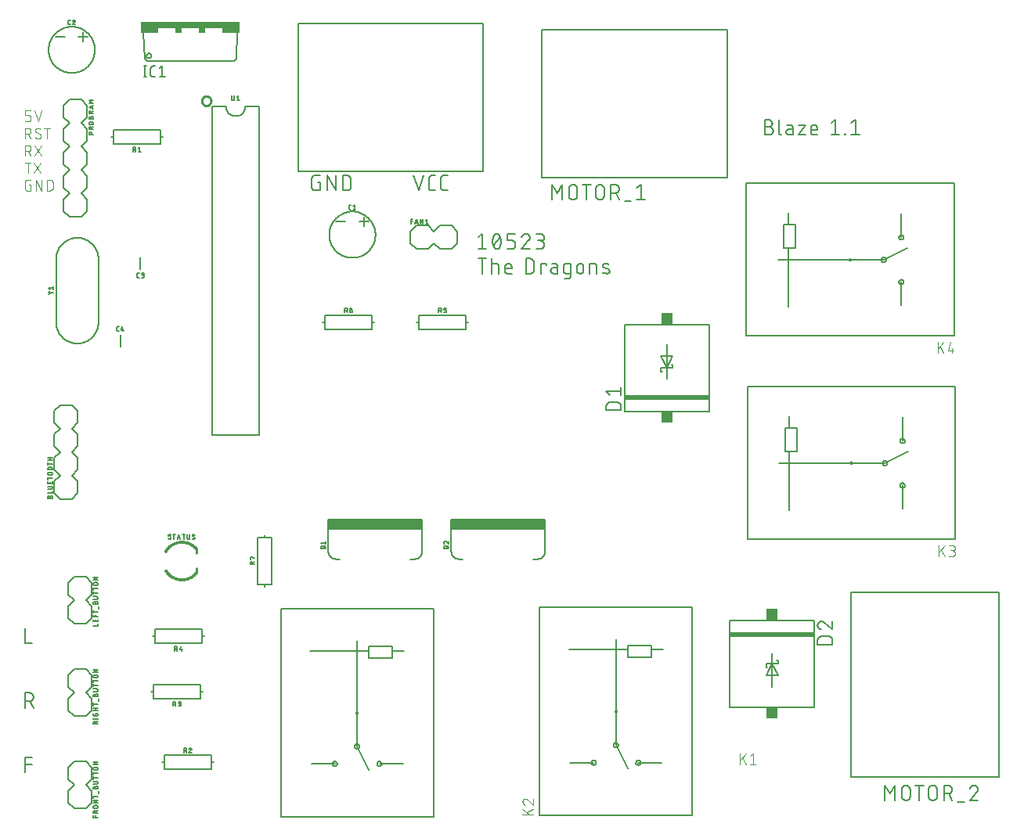
<source format=gbr>
G04 EAGLE Gerber RS-274X export*
G75*
%MOMM*%
%FSLAX34Y34*%
%LPD*%
%INSilkscreen Top*%
%IPPOS*%
%AMOC8*
5,1,8,0,0,1.08239X$1,22.5*%
G01*
%ADD10C,0.101600*%
%ADD11C,0.152400*%
%ADD12C,0.203200*%
%ADD13C,0.127000*%
%ADD14R,9.144000X0.508000*%
%ADD15R,1.270000X1.270000*%
%ADD16C,0.177800*%
%ADD17R,10.668000X0.762000*%
%ADD18R,1.905000X0.508000*%
%ADD19R,0.762000X0.508000*%
%ADD20R,10.160000X1.016000*%
%ADD21C,0.254000*%
%ADD22C,0.025400*%


D10*
X-9492Y775508D02*
X-5664Y775508D01*
X-5564Y775510D01*
X-5464Y775516D01*
X-5364Y775526D01*
X-5265Y775539D01*
X-5166Y775557D01*
X-5068Y775579D01*
X-4971Y775604D01*
X-4875Y775633D01*
X-4781Y775666D01*
X-4687Y775702D01*
X-4596Y775742D01*
X-4505Y775786D01*
X-4417Y775833D01*
X-4331Y775884D01*
X-4246Y775938D01*
X-4164Y775995D01*
X-4084Y776056D01*
X-4007Y776119D01*
X-3932Y776186D01*
X-3859Y776255D01*
X-3790Y776328D01*
X-3723Y776403D01*
X-3660Y776480D01*
X-3599Y776560D01*
X-3542Y776642D01*
X-3488Y776727D01*
X-3437Y776813D01*
X-3390Y776901D01*
X-3346Y776992D01*
X-3306Y777083D01*
X-3270Y777177D01*
X-3237Y777271D01*
X-3208Y777367D01*
X-3183Y777464D01*
X-3161Y777562D01*
X-3143Y777661D01*
X-3130Y777760D01*
X-3120Y777860D01*
X-3114Y777960D01*
X-3112Y778060D01*
X-3112Y779336D01*
X-3114Y779436D01*
X-3120Y779536D01*
X-3130Y779636D01*
X-3143Y779735D01*
X-3161Y779834D01*
X-3183Y779932D01*
X-3208Y780029D01*
X-3237Y780125D01*
X-3270Y780219D01*
X-3306Y780313D01*
X-3346Y780404D01*
X-3390Y780495D01*
X-3437Y780583D01*
X-3488Y780669D01*
X-3542Y780754D01*
X-3599Y780836D01*
X-3660Y780916D01*
X-3723Y780993D01*
X-3790Y781068D01*
X-3859Y781141D01*
X-3932Y781210D01*
X-4007Y781277D01*
X-4084Y781340D01*
X-4164Y781401D01*
X-4246Y781458D01*
X-4331Y781512D01*
X-4417Y781563D01*
X-4505Y781610D01*
X-4596Y781654D01*
X-4687Y781694D01*
X-4781Y781730D01*
X-4875Y781763D01*
X-4971Y781792D01*
X-5068Y781817D01*
X-5166Y781839D01*
X-5265Y781857D01*
X-5364Y781870D01*
X-5464Y781880D01*
X-5564Y781886D01*
X-5664Y781888D01*
X-9492Y781888D01*
X-9492Y786992D01*
X-3112Y786992D01*
X1120Y786992D02*
X4948Y775508D01*
X8776Y786992D01*
X-9492Y768242D02*
X-9492Y756758D01*
X-9492Y768242D02*
X-6302Y768242D01*
X-6191Y768240D01*
X-6079Y768234D01*
X-5969Y768225D01*
X-5858Y768211D01*
X-5748Y768194D01*
X-5639Y768172D01*
X-5530Y768147D01*
X-5423Y768118D01*
X-5316Y768086D01*
X-5211Y768050D01*
X-5107Y768010D01*
X-5005Y767966D01*
X-4904Y767919D01*
X-4804Y767869D01*
X-4707Y767815D01*
X-4612Y767757D01*
X-4518Y767697D01*
X-4427Y767633D01*
X-4338Y767566D01*
X-4252Y767496D01*
X-4167Y767423D01*
X-4086Y767347D01*
X-4007Y767268D01*
X-3931Y767187D01*
X-3858Y767102D01*
X-3788Y767016D01*
X-3721Y766927D01*
X-3657Y766836D01*
X-3597Y766742D01*
X-3539Y766647D01*
X-3485Y766550D01*
X-3435Y766450D01*
X-3388Y766349D01*
X-3344Y766247D01*
X-3304Y766143D01*
X-3268Y766038D01*
X-3236Y765931D01*
X-3207Y765824D01*
X-3182Y765715D01*
X-3160Y765606D01*
X-3143Y765496D01*
X-3129Y765385D01*
X-3120Y765275D01*
X-3114Y765163D01*
X-3112Y765052D01*
X-3114Y764941D01*
X-3120Y764829D01*
X-3129Y764719D01*
X-3143Y764608D01*
X-3160Y764498D01*
X-3182Y764389D01*
X-3207Y764280D01*
X-3236Y764173D01*
X-3268Y764066D01*
X-3304Y763961D01*
X-3344Y763857D01*
X-3388Y763755D01*
X-3435Y763654D01*
X-3485Y763554D01*
X-3539Y763457D01*
X-3597Y763362D01*
X-3657Y763268D01*
X-3721Y763177D01*
X-3788Y763088D01*
X-3858Y763002D01*
X-3931Y762917D01*
X-4007Y762836D01*
X-4086Y762757D01*
X-4167Y762681D01*
X-4252Y762608D01*
X-4338Y762538D01*
X-4427Y762471D01*
X-4518Y762407D01*
X-4612Y762347D01*
X-4707Y762289D01*
X-4804Y762235D01*
X-4904Y762185D01*
X-5005Y762138D01*
X-5107Y762094D01*
X-5211Y762054D01*
X-5316Y762018D01*
X-5423Y761986D01*
X-5530Y761957D01*
X-5639Y761932D01*
X-5748Y761910D01*
X-5858Y761893D01*
X-5969Y761879D01*
X-6079Y761870D01*
X-6191Y761864D01*
X-6302Y761862D01*
X-9492Y761862D01*
X-5664Y761862D02*
X-3112Y756758D01*
X5138Y756758D02*
X5238Y756760D01*
X5338Y756766D01*
X5438Y756776D01*
X5537Y756789D01*
X5636Y756807D01*
X5734Y756829D01*
X5831Y756854D01*
X5927Y756883D01*
X6021Y756916D01*
X6115Y756952D01*
X6206Y756992D01*
X6297Y757036D01*
X6385Y757083D01*
X6471Y757134D01*
X6556Y757188D01*
X6638Y757245D01*
X6718Y757306D01*
X6795Y757369D01*
X6870Y757436D01*
X6943Y757505D01*
X7012Y757578D01*
X7079Y757653D01*
X7142Y757730D01*
X7203Y757810D01*
X7260Y757892D01*
X7314Y757977D01*
X7365Y758063D01*
X7412Y758151D01*
X7456Y758242D01*
X7496Y758333D01*
X7532Y758427D01*
X7565Y758521D01*
X7594Y758617D01*
X7619Y758714D01*
X7641Y758812D01*
X7659Y758911D01*
X7672Y759010D01*
X7682Y759110D01*
X7688Y759210D01*
X7690Y759310D01*
X5138Y756758D02*
X4996Y756760D01*
X4854Y756765D01*
X4713Y756775D01*
X4571Y756788D01*
X4431Y756805D01*
X4290Y756825D01*
X4150Y756849D01*
X4011Y756877D01*
X3873Y756909D01*
X3735Y756944D01*
X3599Y756982D01*
X3464Y757025D01*
X3329Y757070D01*
X3196Y757120D01*
X3065Y757173D01*
X2934Y757229D01*
X2806Y757289D01*
X2678Y757352D01*
X2553Y757418D01*
X2429Y757488D01*
X2308Y757561D01*
X2188Y757637D01*
X2070Y757716D01*
X1955Y757798D01*
X1841Y757884D01*
X1730Y757972D01*
X1621Y758063D01*
X1515Y758157D01*
X1411Y758254D01*
X1310Y758353D01*
X1629Y765690D02*
X1631Y765790D01*
X1637Y765890D01*
X1647Y765990D01*
X1660Y766089D01*
X1678Y766188D01*
X1700Y766286D01*
X1725Y766383D01*
X1754Y766479D01*
X1787Y766573D01*
X1823Y766667D01*
X1863Y766758D01*
X1907Y766849D01*
X1954Y766937D01*
X2005Y767023D01*
X2059Y767108D01*
X2116Y767190D01*
X2177Y767270D01*
X2240Y767347D01*
X2307Y767422D01*
X2376Y767495D01*
X2449Y767564D01*
X2524Y767631D01*
X2601Y767694D01*
X2681Y767755D01*
X2763Y767812D01*
X2848Y767866D01*
X2934Y767917D01*
X3022Y767964D01*
X3113Y768008D01*
X3204Y768048D01*
X3298Y768084D01*
X3392Y768117D01*
X3488Y768146D01*
X3585Y768171D01*
X3683Y768193D01*
X3782Y768211D01*
X3881Y768224D01*
X3981Y768234D01*
X4081Y768240D01*
X4181Y768242D01*
X4315Y768240D01*
X4449Y768235D01*
X4582Y768225D01*
X4715Y768212D01*
X4848Y768195D01*
X4980Y768175D01*
X5112Y768151D01*
X5243Y768123D01*
X5373Y768091D01*
X5502Y768056D01*
X5631Y768017D01*
X5758Y767975D01*
X5883Y767929D01*
X6008Y767880D01*
X6131Y767827D01*
X6252Y767771D01*
X6372Y767711D01*
X6490Y767648D01*
X6607Y767582D01*
X6721Y767512D01*
X6833Y767440D01*
X6944Y767364D01*
X7052Y767285D01*
X2905Y763457D02*
X2820Y763509D01*
X2737Y763565D01*
X2657Y763623D01*
X2578Y763685D01*
X2503Y763750D01*
X2429Y763817D01*
X2359Y763887D01*
X2291Y763960D01*
X2226Y764036D01*
X2163Y764114D01*
X2104Y764194D01*
X2048Y764276D01*
X1996Y764361D01*
X1946Y764448D01*
X1900Y764536D01*
X1857Y764626D01*
X1818Y764718D01*
X1783Y764811D01*
X1751Y764905D01*
X1722Y765001D01*
X1698Y765097D01*
X1677Y765195D01*
X1660Y765293D01*
X1646Y765392D01*
X1637Y765491D01*
X1631Y765590D01*
X1629Y765690D01*
X6414Y761543D02*
X6499Y761491D01*
X6582Y761435D01*
X6662Y761377D01*
X6741Y761315D01*
X6816Y761250D01*
X6890Y761183D01*
X6960Y761113D01*
X7028Y761040D01*
X7093Y760964D01*
X7156Y760886D01*
X7215Y760806D01*
X7271Y760724D01*
X7323Y760639D01*
X7373Y760552D01*
X7419Y760464D01*
X7462Y760374D01*
X7501Y760282D01*
X7536Y760189D01*
X7568Y760095D01*
X7597Y759999D01*
X7621Y759903D01*
X7642Y759805D01*
X7659Y759707D01*
X7673Y759608D01*
X7682Y759509D01*
X7688Y759410D01*
X7690Y759310D01*
X6414Y761543D02*
X2905Y763457D01*
X14625Y768242D02*
X14625Y756758D01*
X11435Y768242D02*
X17815Y768242D01*
X-9492Y749492D02*
X-9492Y738008D01*
X-9492Y749492D02*
X-6302Y749492D01*
X-6191Y749490D01*
X-6079Y749484D01*
X-5969Y749475D01*
X-5858Y749461D01*
X-5748Y749444D01*
X-5639Y749422D01*
X-5530Y749397D01*
X-5423Y749368D01*
X-5316Y749336D01*
X-5211Y749300D01*
X-5107Y749260D01*
X-5005Y749216D01*
X-4904Y749169D01*
X-4804Y749119D01*
X-4707Y749065D01*
X-4612Y749007D01*
X-4518Y748947D01*
X-4427Y748883D01*
X-4338Y748816D01*
X-4252Y748746D01*
X-4167Y748673D01*
X-4086Y748597D01*
X-4007Y748518D01*
X-3931Y748437D01*
X-3858Y748352D01*
X-3788Y748266D01*
X-3721Y748177D01*
X-3657Y748086D01*
X-3597Y747992D01*
X-3539Y747897D01*
X-3485Y747800D01*
X-3435Y747700D01*
X-3388Y747599D01*
X-3344Y747497D01*
X-3304Y747393D01*
X-3268Y747288D01*
X-3236Y747181D01*
X-3207Y747074D01*
X-3182Y746965D01*
X-3160Y746856D01*
X-3143Y746746D01*
X-3129Y746635D01*
X-3120Y746525D01*
X-3114Y746413D01*
X-3112Y746302D01*
X-3114Y746191D01*
X-3120Y746079D01*
X-3129Y745969D01*
X-3143Y745858D01*
X-3160Y745748D01*
X-3182Y745639D01*
X-3207Y745530D01*
X-3236Y745423D01*
X-3268Y745316D01*
X-3304Y745211D01*
X-3344Y745107D01*
X-3388Y745005D01*
X-3435Y744904D01*
X-3485Y744804D01*
X-3539Y744707D01*
X-3597Y744612D01*
X-3657Y744518D01*
X-3721Y744427D01*
X-3788Y744338D01*
X-3858Y744252D01*
X-3931Y744167D01*
X-4007Y744086D01*
X-4086Y744007D01*
X-4167Y743931D01*
X-4252Y743858D01*
X-4338Y743788D01*
X-4427Y743721D01*
X-4518Y743657D01*
X-4612Y743597D01*
X-4707Y743539D01*
X-4804Y743485D01*
X-4904Y743435D01*
X-5005Y743388D01*
X-5107Y743344D01*
X-5211Y743304D01*
X-5316Y743268D01*
X-5423Y743236D01*
X-5530Y743207D01*
X-5639Y743182D01*
X-5748Y743160D01*
X-5858Y743143D01*
X-5969Y743129D01*
X-6079Y743120D01*
X-6191Y743114D01*
X-6302Y743112D01*
X-9492Y743112D01*
X-5664Y743112D02*
X-3112Y738008D01*
X1047Y738008D02*
X8703Y749492D01*
X1047Y749492D02*
X8703Y738008D01*
X-6302Y730742D02*
X-6302Y719258D01*
X-9492Y730742D02*
X-3112Y730742D01*
X8026Y730742D02*
X370Y719258D01*
X8026Y719258D02*
X370Y730742D01*
X-3112Y706888D02*
X-5026Y706888D01*
X-3112Y706888D02*
X-3112Y700508D01*
X-6940Y700508D01*
X-7040Y700510D01*
X-7140Y700516D01*
X-7240Y700526D01*
X-7339Y700539D01*
X-7438Y700557D01*
X-7536Y700579D01*
X-7633Y700604D01*
X-7729Y700633D01*
X-7823Y700666D01*
X-7917Y700702D01*
X-8008Y700742D01*
X-8099Y700786D01*
X-8187Y700833D01*
X-8273Y700884D01*
X-8358Y700938D01*
X-8440Y700995D01*
X-8520Y701056D01*
X-8597Y701119D01*
X-8672Y701186D01*
X-8745Y701255D01*
X-8814Y701328D01*
X-8881Y701403D01*
X-8944Y701480D01*
X-9005Y701560D01*
X-9062Y701642D01*
X-9116Y701727D01*
X-9167Y701813D01*
X-9214Y701901D01*
X-9258Y701992D01*
X-9298Y702083D01*
X-9334Y702177D01*
X-9367Y702271D01*
X-9396Y702367D01*
X-9421Y702464D01*
X-9443Y702562D01*
X-9461Y702661D01*
X-9474Y702760D01*
X-9484Y702860D01*
X-9490Y702960D01*
X-9492Y703060D01*
X-9492Y709440D01*
X-9490Y709540D01*
X-9484Y709640D01*
X-9474Y709740D01*
X-9461Y709839D01*
X-9443Y709938D01*
X-9421Y710036D01*
X-9396Y710133D01*
X-9367Y710229D01*
X-9334Y710323D01*
X-9298Y710417D01*
X-9258Y710508D01*
X-9214Y710599D01*
X-9167Y710687D01*
X-9116Y710773D01*
X-9062Y710858D01*
X-9005Y710940D01*
X-8944Y711020D01*
X-8881Y711097D01*
X-8814Y711172D01*
X-8745Y711245D01*
X-8672Y711314D01*
X-8597Y711381D01*
X-8520Y711444D01*
X-8440Y711505D01*
X-8358Y711562D01*
X-8273Y711616D01*
X-8187Y711667D01*
X-8099Y711714D01*
X-8008Y711758D01*
X-7917Y711798D01*
X-7823Y711834D01*
X-7729Y711867D01*
X-7633Y711896D01*
X-7536Y711921D01*
X-7438Y711943D01*
X-7339Y711961D01*
X-7240Y711974D01*
X-7140Y711984D01*
X-7040Y711990D01*
X-6940Y711992D01*
X-3112Y711992D01*
X2508Y711992D02*
X2508Y700508D01*
X8888Y700508D02*
X2508Y711992D01*
X8888Y711992D02*
X8888Y700508D01*
X14508Y700508D02*
X14508Y711992D01*
X17698Y711992D01*
X17809Y711990D01*
X17921Y711984D01*
X18031Y711975D01*
X18142Y711961D01*
X18252Y711944D01*
X18361Y711922D01*
X18470Y711897D01*
X18577Y711868D01*
X18684Y711836D01*
X18789Y711800D01*
X18893Y711760D01*
X18995Y711716D01*
X19096Y711669D01*
X19196Y711619D01*
X19293Y711565D01*
X19388Y711507D01*
X19482Y711447D01*
X19573Y711383D01*
X19662Y711316D01*
X19748Y711246D01*
X19833Y711173D01*
X19914Y711097D01*
X19993Y711018D01*
X20069Y710937D01*
X20142Y710852D01*
X20212Y710766D01*
X20279Y710677D01*
X20343Y710586D01*
X20403Y710492D01*
X20461Y710397D01*
X20515Y710300D01*
X20565Y710200D01*
X20612Y710099D01*
X20656Y709997D01*
X20696Y709893D01*
X20732Y709788D01*
X20764Y709681D01*
X20793Y709574D01*
X20818Y709465D01*
X20840Y709356D01*
X20857Y709246D01*
X20871Y709135D01*
X20880Y709025D01*
X20886Y708913D01*
X20888Y708802D01*
X20888Y703698D01*
X20886Y703587D01*
X20880Y703475D01*
X20871Y703365D01*
X20857Y703254D01*
X20840Y703144D01*
X20818Y703035D01*
X20793Y702926D01*
X20764Y702819D01*
X20732Y702712D01*
X20696Y702607D01*
X20656Y702503D01*
X20612Y702401D01*
X20565Y702300D01*
X20515Y702200D01*
X20461Y702103D01*
X20403Y702008D01*
X20343Y701914D01*
X20279Y701823D01*
X20212Y701734D01*
X20142Y701648D01*
X20069Y701563D01*
X19993Y701482D01*
X19914Y701403D01*
X19833Y701327D01*
X19748Y701254D01*
X19662Y701184D01*
X19573Y701117D01*
X19482Y701053D01*
X19388Y700993D01*
X19293Y700935D01*
X19196Y700881D01*
X19096Y700831D01*
X18995Y700784D01*
X18893Y700740D01*
X18789Y700700D01*
X18684Y700664D01*
X18577Y700632D01*
X18470Y700603D01*
X18361Y700578D01*
X18252Y700556D01*
X18142Y700539D01*
X18031Y700525D01*
X17921Y700516D01*
X17809Y700510D01*
X17698Y700508D01*
X14508Y700508D01*
D11*
X560762Y707018D02*
X560762Y690762D01*
X566181Y697987D02*
X560762Y707018D01*
X566181Y697987D02*
X571599Y707018D01*
X571599Y690762D01*
X578859Y695278D02*
X578859Y702502D01*
X578861Y702635D01*
X578867Y702767D01*
X578877Y702899D01*
X578890Y703031D01*
X578908Y703163D01*
X578929Y703293D01*
X578954Y703424D01*
X578983Y703553D01*
X579016Y703681D01*
X579052Y703809D01*
X579092Y703935D01*
X579136Y704060D01*
X579184Y704184D01*
X579235Y704306D01*
X579290Y704427D01*
X579348Y704546D01*
X579410Y704664D01*
X579475Y704779D01*
X579544Y704893D01*
X579615Y705004D01*
X579691Y705113D01*
X579769Y705220D01*
X579850Y705325D01*
X579935Y705427D01*
X580022Y705527D01*
X580112Y705624D01*
X580205Y705719D01*
X580301Y705810D01*
X580399Y705899D01*
X580500Y705985D01*
X580604Y706068D01*
X580710Y706148D01*
X580818Y706224D01*
X580928Y706298D01*
X581041Y706368D01*
X581155Y706435D01*
X581272Y706498D01*
X581390Y706558D01*
X581510Y706615D01*
X581632Y706668D01*
X581755Y706717D01*
X581879Y706763D01*
X582005Y706805D01*
X582132Y706843D01*
X582260Y706878D01*
X582389Y706909D01*
X582518Y706936D01*
X582649Y706959D01*
X582780Y706979D01*
X582912Y706994D01*
X583044Y707006D01*
X583176Y707014D01*
X583309Y707018D01*
X583441Y707018D01*
X583574Y707014D01*
X583706Y707006D01*
X583838Y706994D01*
X583970Y706979D01*
X584101Y706959D01*
X584232Y706936D01*
X584361Y706909D01*
X584490Y706878D01*
X584618Y706843D01*
X584745Y706805D01*
X584871Y706763D01*
X584995Y706717D01*
X585118Y706668D01*
X585240Y706615D01*
X585360Y706558D01*
X585478Y706498D01*
X585595Y706435D01*
X585709Y706368D01*
X585822Y706298D01*
X585932Y706224D01*
X586040Y706148D01*
X586146Y706068D01*
X586250Y705985D01*
X586351Y705899D01*
X586449Y705810D01*
X586545Y705719D01*
X586638Y705624D01*
X586728Y705527D01*
X586815Y705427D01*
X586900Y705325D01*
X586981Y705220D01*
X587059Y705113D01*
X587135Y705004D01*
X587206Y704893D01*
X587275Y704779D01*
X587340Y704664D01*
X587402Y704546D01*
X587460Y704427D01*
X587515Y704306D01*
X587566Y704184D01*
X587614Y704060D01*
X587658Y703935D01*
X587698Y703809D01*
X587734Y703681D01*
X587767Y703553D01*
X587796Y703424D01*
X587821Y703293D01*
X587842Y703163D01*
X587860Y703031D01*
X587873Y702899D01*
X587883Y702767D01*
X587889Y702635D01*
X587891Y702502D01*
X587891Y695278D01*
X587889Y695145D01*
X587883Y695013D01*
X587873Y694881D01*
X587860Y694749D01*
X587842Y694617D01*
X587821Y694487D01*
X587796Y694356D01*
X587767Y694227D01*
X587734Y694099D01*
X587698Y693971D01*
X587658Y693845D01*
X587614Y693720D01*
X587566Y693596D01*
X587515Y693474D01*
X587460Y693353D01*
X587402Y693234D01*
X587340Y693116D01*
X587275Y693001D01*
X587206Y692887D01*
X587135Y692776D01*
X587059Y692667D01*
X586981Y692560D01*
X586900Y692455D01*
X586815Y692353D01*
X586728Y692253D01*
X586638Y692156D01*
X586545Y692061D01*
X586449Y691970D01*
X586351Y691881D01*
X586250Y691795D01*
X586146Y691712D01*
X586040Y691632D01*
X585932Y691556D01*
X585822Y691482D01*
X585709Y691412D01*
X585595Y691345D01*
X585478Y691282D01*
X585360Y691222D01*
X585240Y691165D01*
X585118Y691112D01*
X584995Y691063D01*
X584871Y691017D01*
X584745Y690975D01*
X584618Y690937D01*
X584490Y690902D01*
X584361Y690871D01*
X584232Y690844D01*
X584101Y690821D01*
X583970Y690801D01*
X583838Y690786D01*
X583706Y690774D01*
X583574Y690766D01*
X583441Y690762D01*
X583309Y690762D01*
X583176Y690766D01*
X583044Y690774D01*
X582912Y690786D01*
X582780Y690801D01*
X582649Y690821D01*
X582518Y690844D01*
X582389Y690871D01*
X582260Y690902D01*
X582132Y690937D01*
X582005Y690975D01*
X581879Y691017D01*
X581755Y691063D01*
X581632Y691112D01*
X581510Y691165D01*
X581390Y691222D01*
X581272Y691282D01*
X581155Y691345D01*
X581041Y691412D01*
X580928Y691482D01*
X580818Y691556D01*
X580710Y691632D01*
X580604Y691712D01*
X580500Y691795D01*
X580399Y691881D01*
X580301Y691970D01*
X580205Y692061D01*
X580112Y692156D01*
X580022Y692253D01*
X579935Y692353D01*
X579850Y692455D01*
X579769Y692560D01*
X579691Y692667D01*
X579615Y692776D01*
X579544Y692887D01*
X579475Y693001D01*
X579410Y693116D01*
X579348Y693234D01*
X579290Y693353D01*
X579235Y693474D01*
X579184Y693596D01*
X579136Y693720D01*
X579092Y693845D01*
X579052Y693971D01*
X579016Y694099D01*
X578983Y694227D01*
X578954Y694356D01*
X578929Y694487D01*
X578908Y694617D01*
X578890Y694749D01*
X578877Y694881D01*
X578867Y695013D01*
X578861Y695145D01*
X578859Y695278D01*
X597964Y690762D02*
X597964Y707018D01*
X593449Y707018D02*
X602480Y707018D01*
X608038Y702502D02*
X608038Y695278D01*
X608037Y702502D02*
X608039Y702635D01*
X608045Y702767D01*
X608055Y702899D01*
X608068Y703031D01*
X608086Y703163D01*
X608107Y703293D01*
X608132Y703424D01*
X608161Y703553D01*
X608194Y703681D01*
X608230Y703809D01*
X608270Y703935D01*
X608314Y704060D01*
X608362Y704184D01*
X608413Y704306D01*
X608468Y704427D01*
X608526Y704546D01*
X608588Y704664D01*
X608653Y704779D01*
X608722Y704893D01*
X608793Y705004D01*
X608869Y705113D01*
X608947Y705220D01*
X609028Y705325D01*
X609113Y705427D01*
X609200Y705527D01*
X609290Y705624D01*
X609383Y705719D01*
X609479Y705810D01*
X609577Y705899D01*
X609678Y705985D01*
X609782Y706068D01*
X609888Y706148D01*
X609996Y706224D01*
X610106Y706298D01*
X610219Y706368D01*
X610333Y706435D01*
X610450Y706498D01*
X610568Y706558D01*
X610688Y706615D01*
X610810Y706668D01*
X610933Y706717D01*
X611057Y706763D01*
X611183Y706805D01*
X611310Y706843D01*
X611438Y706878D01*
X611567Y706909D01*
X611696Y706936D01*
X611827Y706959D01*
X611958Y706979D01*
X612090Y706994D01*
X612222Y707006D01*
X612354Y707014D01*
X612487Y707018D01*
X612619Y707018D01*
X612752Y707014D01*
X612884Y707006D01*
X613016Y706994D01*
X613148Y706979D01*
X613279Y706959D01*
X613410Y706936D01*
X613539Y706909D01*
X613668Y706878D01*
X613796Y706843D01*
X613923Y706805D01*
X614049Y706763D01*
X614173Y706717D01*
X614296Y706668D01*
X614418Y706615D01*
X614538Y706558D01*
X614656Y706498D01*
X614773Y706435D01*
X614887Y706368D01*
X615000Y706298D01*
X615110Y706224D01*
X615218Y706148D01*
X615324Y706068D01*
X615428Y705985D01*
X615529Y705899D01*
X615627Y705810D01*
X615723Y705719D01*
X615816Y705624D01*
X615906Y705527D01*
X615993Y705427D01*
X616078Y705325D01*
X616159Y705220D01*
X616237Y705113D01*
X616313Y705004D01*
X616384Y704893D01*
X616453Y704779D01*
X616518Y704664D01*
X616580Y704546D01*
X616638Y704427D01*
X616693Y704306D01*
X616744Y704184D01*
X616792Y704060D01*
X616836Y703935D01*
X616876Y703809D01*
X616912Y703681D01*
X616945Y703553D01*
X616974Y703424D01*
X616999Y703293D01*
X617020Y703163D01*
X617038Y703031D01*
X617051Y702899D01*
X617061Y702767D01*
X617067Y702635D01*
X617069Y702502D01*
X617069Y695278D01*
X617067Y695145D01*
X617061Y695013D01*
X617051Y694881D01*
X617038Y694749D01*
X617020Y694617D01*
X616999Y694487D01*
X616974Y694356D01*
X616945Y694227D01*
X616912Y694099D01*
X616876Y693971D01*
X616836Y693845D01*
X616792Y693720D01*
X616744Y693596D01*
X616693Y693474D01*
X616638Y693353D01*
X616580Y693234D01*
X616518Y693116D01*
X616453Y693001D01*
X616384Y692887D01*
X616313Y692776D01*
X616237Y692667D01*
X616159Y692560D01*
X616078Y692455D01*
X615993Y692353D01*
X615906Y692253D01*
X615816Y692156D01*
X615723Y692061D01*
X615627Y691970D01*
X615529Y691881D01*
X615428Y691795D01*
X615324Y691712D01*
X615218Y691632D01*
X615110Y691556D01*
X615000Y691482D01*
X614887Y691412D01*
X614773Y691345D01*
X614656Y691282D01*
X614538Y691222D01*
X614418Y691165D01*
X614296Y691112D01*
X614173Y691063D01*
X614049Y691017D01*
X613923Y690975D01*
X613796Y690937D01*
X613668Y690902D01*
X613539Y690871D01*
X613410Y690844D01*
X613279Y690821D01*
X613148Y690801D01*
X613016Y690786D01*
X612884Y690774D01*
X612752Y690766D01*
X612619Y690762D01*
X612487Y690762D01*
X612354Y690766D01*
X612222Y690774D01*
X612090Y690786D01*
X611958Y690801D01*
X611827Y690821D01*
X611696Y690844D01*
X611567Y690871D01*
X611438Y690902D01*
X611310Y690937D01*
X611183Y690975D01*
X611057Y691017D01*
X610933Y691063D01*
X610810Y691112D01*
X610688Y691165D01*
X610568Y691222D01*
X610450Y691282D01*
X610333Y691345D01*
X610219Y691412D01*
X610106Y691482D01*
X609996Y691556D01*
X609888Y691632D01*
X609782Y691712D01*
X609678Y691795D01*
X609577Y691881D01*
X609479Y691970D01*
X609383Y692061D01*
X609290Y692156D01*
X609200Y692253D01*
X609113Y692353D01*
X609028Y692455D01*
X608947Y692560D01*
X608869Y692667D01*
X608793Y692776D01*
X608722Y692887D01*
X608653Y693001D01*
X608588Y693116D01*
X608526Y693234D01*
X608468Y693353D01*
X608413Y693474D01*
X608362Y693596D01*
X608314Y693720D01*
X608270Y693845D01*
X608230Y693971D01*
X608194Y694099D01*
X608161Y694227D01*
X608132Y694356D01*
X608107Y694487D01*
X608086Y694617D01*
X608068Y694749D01*
X608055Y694881D01*
X608045Y695013D01*
X608039Y695145D01*
X608037Y695278D01*
X624282Y690762D02*
X624282Y707018D01*
X628797Y707018D01*
X628930Y707016D01*
X629062Y707010D01*
X629194Y707000D01*
X629326Y706987D01*
X629458Y706969D01*
X629588Y706948D01*
X629719Y706923D01*
X629848Y706894D01*
X629976Y706861D01*
X630104Y706825D01*
X630230Y706785D01*
X630355Y706741D01*
X630479Y706693D01*
X630601Y706642D01*
X630722Y706587D01*
X630841Y706529D01*
X630959Y706467D01*
X631074Y706402D01*
X631188Y706333D01*
X631299Y706262D01*
X631408Y706186D01*
X631515Y706108D01*
X631620Y706027D01*
X631722Y705942D01*
X631822Y705855D01*
X631919Y705765D01*
X632014Y705672D01*
X632105Y705576D01*
X632194Y705478D01*
X632280Y705377D01*
X632363Y705273D01*
X632443Y705167D01*
X632519Y705059D01*
X632593Y704949D01*
X632663Y704836D01*
X632730Y704722D01*
X632793Y704605D01*
X632853Y704487D01*
X632910Y704367D01*
X632963Y704245D01*
X633012Y704122D01*
X633058Y703998D01*
X633100Y703872D01*
X633138Y703745D01*
X633173Y703617D01*
X633204Y703488D01*
X633231Y703359D01*
X633254Y703228D01*
X633274Y703097D01*
X633289Y702965D01*
X633301Y702833D01*
X633309Y702701D01*
X633313Y702568D01*
X633313Y702436D01*
X633309Y702303D01*
X633301Y702171D01*
X633289Y702039D01*
X633274Y701907D01*
X633254Y701776D01*
X633231Y701645D01*
X633204Y701516D01*
X633173Y701387D01*
X633138Y701259D01*
X633100Y701132D01*
X633058Y701006D01*
X633012Y700882D01*
X632963Y700759D01*
X632910Y700637D01*
X632853Y700517D01*
X632793Y700399D01*
X632730Y700282D01*
X632663Y700168D01*
X632593Y700055D01*
X632519Y699945D01*
X632443Y699837D01*
X632363Y699731D01*
X632280Y699627D01*
X632194Y699526D01*
X632105Y699428D01*
X632014Y699332D01*
X631919Y699239D01*
X631822Y699149D01*
X631722Y699062D01*
X631620Y698977D01*
X631515Y698896D01*
X631408Y698818D01*
X631299Y698742D01*
X631188Y698671D01*
X631074Y698602D01*
X630959Y698537D01*
X630841Y698475D01*
X630722Y698417D01*
X630601Y698362D01*
X630479Y698311D01*
X630355Y698263D01*
X630230Y698219D01*
X630104Y698179D01*
X629976Y698143D01*
X629848Y698110D01*
X629719Y698081D01*
X629588Y698056D01*
X629458Y698035D01*
X629326Y698017D01*
X629194Y698004D01*
X629062Y697994D01*
X628930Y697988D01*
X628797Y697986D01*
X628797Y697987D02*
X624282Y697987D01*
X629700Y697987D02*
X633313Y690762D01*
X639161Y688956D02*
X646386Y688956D01*
X652326Y703406D02*
X656842Y707018D01*
X656842Y690762D01*
X661357Y690762D02*
X652326Y690762D01*
X920762Y57018D02*
X920762Y40762D01*
X926181Y47987D02*
X920762Y57018D01*
X926181Y47987D02*
X931599Y57018D01*
X931599Y40762D01*
X938859Y45278D02*
X938859Y52502D01*
X938861Y52635D01*
X938867Y52767D01*
X938877Y52899D01*
X938890Y53031D01*
X938908Y53163D01*
X938929Y53293D01*
X938954Y53424D01*
X938983Y53553D01*
X939016Y53681D01*
X939052Y53809D01*
X939092Y53935D01*
X939136Y54060D01*
X939184Y54184D01*
X939235Y54306D01*
X939290Y54427D01*
X939348Y54546D01*
X939410Y54664D01*
X939475Y54779D01*
X939544Y54893D01*
X939615Y55004D01*
X939691Y55113D01*
X939769Y55220D01*
X939850Y55325D01*
X939935Y55427D01*
X940022Y55527D01*
X940112Y55624D01*
X940205Y55719D01*
X940301Y55810D01*
X940399Y55899D01*
X940500Y55985D01*
X940604Y56068D01*
X940710Y56148D01*
X940818Y56224D01*
X940928Y56298D01*
X941041Y56368D01*
X941155Y56435D01*
X941272Y56498D01*
X941390Y56558D01*
X941510Y56615D01*
X941632Y56668D01*
X941755Y56717D01*
X941879Y56763D01*
X942005Y56805D01*
X942132Y56843D01*
X942260Y56878D01*
X942389Y56909D01*
X942518Y56936D01*
X942649Y56959D01*
X942780Y56979D01*
X942912Y56994D01*
X943044Y57006D01*
X943176Y57014D01*
X943309Y57018D01*
X943441Y57018D01*
X943574Y57014D01*
X943706Y57006D01*
X943838Y56994D01*
X943970Y56979D01*
X944101Y56959D01*
X944232Y56936D01*
X944361Y56909D01*
X944490Y56878D01*
X944618Y56843D01*
X944745Y56805D01*
X944871Y56763D01*
X944995Y56717D01*
X945118Y56668D01*
X945240Y56615D01*
X945360Y56558D01*
X945478Y56498D01*
X945595Y56435D01*
X945709Y56368D01*
X945822Y56298D01*
X945932Y56224D01*
X946040Y56148D01*
X946146Y56068D01*
X946250Y55985D01*
X946351Y55899D01*
X946449Y55810D01*
X946545Y55719D01*
X946638Y55624D01*
X946728Y55527D01*
X946815Y55427D01*
X946900Y55325D01*
X946981Y55220D01*
X947059Y55113D01*
X947135Y55004D01*
X947206Y54893D01*
X947275Y54779D01*
X947340Y54664D01*
X947402Y54546D01*
X947460Y54427D01*
X947515Y54306D01*
X947566Y54184D01*
X947614Y54060D01*
X947658Y53935D01*
X947698Y53809D01*
X947734Y53681D01*
X947767Y53553D01*
X947796Y53424D01*
X947821Y53293D01*
X947842Y53163D01*
X947860Y53031D01*
X947873Y52899D01*
X947883Y52767D01*
X947889Y52635D01*
X947891Y52502D01*
X947891Y45278D01*
X947889Y45145D01*
X947883Y45013D01*
X947873Y44881D01*
X947860Y44749D01*
X947842Y44617D01*
X947821Y44487D01*
X947796Y44356D01*
X947767Y44227D01*
X947734Y44099D01*
X947698Y43971D01*
X947658Y43845D01*
X947614Y43720D01*
X947566Y43596D01*
X947515Y43474D01*
X947460Y43353D01*
X947402Y43234D01*
X947340Y43116D01*
X947275Y43001D01*
X947206Y42887D01*
X947135Y42776D01*
X947059Y42667D01*
X946981Y42560D01*
X946900Y42455D01*
X946815Y42353D01*
X946728Y42253D01*
X946638Y42156D01*
X946545Y42061D01*
X946449Y41970D01*
X946351Y41881D01*
X946250Y41795D01*
X946146Y41712D01*
X946040Y41632D01*
X945932Y41556D01*
X945822Y41482D01*
X945709Y41412D01*
X945595Y41345D01*
X945478Y41282D01*
X945360Y41222D01*
X945240Y41165D01*
X945118Y41112D01*
X944995Y41063D01*
X944871Y41017D01*
X944745Y40975D01*
X944618Y40937D01*
X944490Y40902D01*
X944361Y40871D01*
X944232Y40844D01*
X944101Y40821D01*
X943970Y40801D01*
X943838Y40786D01*
X943706Y40774D01*
X943574Y40766D01*
X943441Y40762D01*
X943309Y40762D01*
X943176Y40766D01*
X943044Y40774D01*
X942912Y40786D01*
X942780Y40801D01*
X942649Y40821D01*
X942518Y40844D01*
X942389Y40871D01*
X942260Y40902D01*
X942132Y40937D01*
X942005Y40975D01*
X941879Y41017D01*
X941755Y41063D01*
X941632Y41112D01*
X941510Y41165D01*
X941390Y41222D01*
X941272Y41282D01*
X941155Y41345D01*
X941041Y41412D01*
X940928Y41482D01*
X940818Y41556D01*
X940710Y41632D01*
X940604Y41712D01*
X940500Y41795D01*
X940399Y41881D01*
X940301Y41970D01*
X940205Y42061D01*
X940112Y42156D01*
X940022Y42253D01*
X939935Y42353D01*
X939850Y42455D01*
X939769Y42560D01*
X939691Y42667D01*
X939615Y42776D01*
X939544Y42887D01*
X939475Y43001D01*
X939410Y43116D01*
X939348Y43234D01*
X939290Y43353D01*
X939235Y43474D01*
X939184Y43596D01*
X939136Y43720D01*
X939092Y43845D01*
X939052Y43971D01*
X939016Y44099D01*
X938983Y44227D01*
X938954Y44356D01*
X938929Y44487D01*
X938908Y44617D01*
X938890Y44749D01*
X938877Y44881D01*
X938867Y45013D01*
X938861Y45145D01*
X938859Y45278D01*
X957964Y40762D02*
X957964Y57018D01*
X953449Y57018D02*
X962480Y57018D01*
X968038Y52502D02*
X968038Y45278D01*
X968037Y52502D02*
X968039Y52635D01*
X968045Y52767D01*
X968055Y52899D01*
X968068Y53031D01*
X968086Y53163D01*
X968107Y53293D01*
X968132Y53424D01*
X968161Y53553D01*
X968194Y53681D01*
X968230Y53809D01*
X968270Y53935D01*
X968314Y54060D01*
X968362Y54184D01*
X968413Y54306D01*
X968468Y54427D01*
X968526Y54546D01*
X968588Y54664D01*
X968653Y54779D01*
X968722Y54893D01*
X968793Y55004D01*
X968869Y55113D01*
X968947Y55220D01*
X969028Y55325D01*
X969113Y55427D01*
X969200Y55527D01*
X969290Y55624D01*
X969383Y55719D01*
X969479Y55810D01*
X969577Y55899D01*
X969678Y55985D01*
X969782Y56068D01*
X969888Y56148D01*
X969996Y56224D01*
X970106Y56298D01*
X970219Y56368D01*
X970333Y56435D01*
X970450Y56498D01*
X970568Y56558D01*
X970688Y56615D01*
X970810Y56668D01*
X970933Y56717D01*
X971057Y56763D01*
X971183Y56805D01*
X971310Y56843D01*
X971438Y56878D01*
X971567Y56909D01*
X971696Y56936D01*
X971827Y56959D01*
X971958Y56979D01*
X972090Y56994D01*
X972222Y57006D01*
X972354Y57014D01*
X972487Y57018D01*
X972619Y57018D01*
X972752Y57014D01*
X972884Y57006D01*
X973016Y56994D01*
X973148Y56979D01*
X973279Y56959D01*
X973410Y56936D01*
X973539Y56909D01*
X973668Y56878D01*
X973796Y56843D01*
X973923Y56805D01*
X974049Y56763D01*
X974173Y56717D01*
X974296Y56668D01*
X974418Y56615D01*
X974538Y56558D01*
X974656Y56498D01*
X974773Y56435D01*
X974887Y56368D01*
X975000Y56298D01*
X975110Y56224D01*
X975218Y56148D01*
X975324Y56068D01*
X975428Y55985D01*
X975529Y55899D01*
X975627Y55810D01*
X975723Y55719D01*
X975816Y55624D01*
X975906Y55527D01*
X975993Y55427D01*
X976078Y55325D01*
X976159Y55220D01*
X976237Y55113D01*
X976313Y55004D01*
X976384Y54893D01*
X976453Y54779D01*
X976518Y54664D01*
X976580Y54546D01*
X976638Y54427D01*
X976693Y54306D01*
X976744Y54184D01*
X976792Y54060D01*
X976836Y53935D01*
X976876Y53809D01*
X976912Y53681D01*
X976945Y53553D01*
X976974Y53424D01*
X976999Y53293D01*
X977020Y53163D01*
X977038Y53031D01*
X977051Y52899D01*
X977061Y52767D01*
X977067Y52635D01*
X977069Y52502D01*
X977069Y45278D01*
X977067Y45145D01*
X977061Y45013D01*
X977051Y44881D01*
X977038Y44749D01*
X977020Y44617D01*
X976999Y44487D01*
X976974Y44356D01*
X976945Y44227D01*
X976912Y44099D01*
X976876Y43971D01*
X976836Y43845D01*
X976792Y43720D01*
X976744Y43596D01*
X976693Y43474D01*
X976638Y43353D01*
X976580Y43234D01*
X976518Y43116D01*
X976453Y43001D01*
X976384Y42887D01*
X976313Y42776D01*
X976237Y42667D01*
X976159Y42560D01*
X976078Y42455D01*
X975993Y42353D01*
X975906Y42253D01*
X975816Y42156D01*
X975723Y42061D01*
X975627Y41970D01*
X975529Y41881D01*
X975428Y41795D01*
X975324Y41712D01*
X975218Y41632D01*
X975110Y41556D01*
X975000Y41482D01*
X974887Y41412D01*
X974773Y41345D01*
X974656Y41282D01*
X974538Y41222D01*
X974418Y41165D01*
X974296Y41112D01*
X974173Y41063D01*
X974049Y41017D01*
X973923Y40975D01*
X973796Y40937D01*
X973668Y40902D01*
X973539Y40871D01*
X973410Y40844D01*
X973279Y40821D01*
X973148Y40801D01*
X973016Y40786D01*
X972884Y40774D01*
X972752Y40766D01*
X972619Y40762D01*
X972487Y40762D01*
X972354Y40766D01*
X972222Y40774D01*
X972090Y40786D01*
X971958Y40801D01*
X971827Y40821D01*
X971696Y40844D01*
X971567Y40871D01*
X971438Y40902D01*
X971310Y40937D01*
X971183Y40975D01*
X971057Y41017D01*
X970933Y41063D01*
X970810Y41112D01*
X970688Y41165D01*
X970568Y41222D01*
X970450Y41282D01*
X970333Y41345D01*
X970219Y41412D01*
X970106Y41482D01*
X969996Y41556D01*
X969888Y41632D01*
X969782Y41712D01*
X969678Y41795D01*
X969577Y41881D01*
X969479Y41970D01*
X969383Y42061D01*
X969290Y42156D01*
X969200Y42253D01*
X969113Y42353D01*
X969028Y42455D01*
X968947Y42560D01*
X968869Y42667D01*
X968793Y42776D01*
X968722Y42887D01*
X968653Y43001D01*
X968588Y43116D01*
X968526Y43234D01*
X968468Y43353D01*
X968413Y43474D01*
X968362Y43596D01*
X968314Y43720D01*
X968270Y43845D01*
X968230Y43971D01*
X968194Y44099D01*
X968161Y44227D01*
X968132Y44356D01*
X968107Y44487D01*
X968086Y44617D01*
X968068Y44749D01*
X968055Y44881D01*
X968045Y45013D01*
X968039Y45145D01*
X968037Y45278D01*
X984282Y40762D02*
X984282Y57018D01*
X988797Y57018D01*
X988930Y57016D01*
X989062Y57010D01*
X989194Y57000D01*
X989326Y56987D01*
X989458Y56969D01*
X989588Y56948D01*
X989719Y56923D01*
X989848Y56894D01*
X989976Y56861D01*
X990104Y56825D01*
X990230Y56785D01*
X990355Y56741D01*
X990479Y56693D01*
X990601Y56642D01*
X990722Y56587D01*
X990841Y56529D01*
X990959Y56467D01*
X991074Y56402D01*
X991188Y56333D01*
X991299Y56262D01*
X991408Y56186D01*
X991515Y56108D01*
X991620Y56027D01*
X991722Y55942D01*
X991822Y55855D01*
X991919Y55765D01*
X992014Y55672D01*
X992105Y55576D01*
X992194Y55478D01*
X992280Y55377D01*
X992363Y55273D01*
X992443Y55167D01*
X992519Y55059D01*
X992593Y54949D01*
X992663Y54836D01*
X992730Y54722D01*
X992793Y54605D01*
X992853Y54487D01*
X992910Y54367D01*
X992963Y54245D01*
X993012Y54122D01*
X993058Y53998D01*
X993100Y53872D01*
X993138Y53745D01*
X993173Y53617D01*
X993204Y53488D01*
X993231Y53359D01*
X993254Y53228D01*
X993274Y53097D01*
X993289Y52965D01*
X993301Y52833D01*
X993309Y52701D01*
X993313Y52568D01*
X993313Y52436D01*
X993309Y52303D01*
X993301Y52171D01*
X993289Y52039D01*
X993274Y51907D01*
X993254Y51776D01*
X993231Y51645D01*
X993204Y51516D01*
X993173Y51387D01*
X993138Y51259D01*
X993100Y51132D01*
X993058Y51006D01*
X993012Y50882D01*
X992963Y50759D01*
X992910Y50637D01*
X992853Y50517D01*
X992793Y50399D01*
X992730Y50282D01*
X992663Y50168D01*
X992593Y50055D01*
X992519Y49945D01*
X992443Y49837D01*
X992363Y49731D01*
X992280Y49627D01*
X992194Y49526D01*
X992105Y49428D01*
X992014Y49332D01*
X991919Y49239D01*
X991822Y49149D01*
X991722Y49062D01*
X991620Y48977D01*
X991515Y48896D01*
X991408Y48818D01*
X991299Y48742D01*
X991188Y48671D01*
X991074Y48602D01*
X990959Y48537D01*
X990841Y48475D01*
X990722Y48417D01*
X990601Y48362D01*
X990479Y48311D01*
X990355Y48263D01*
X990230Y48219D01*
X990104Y48179D01*
X989976Y48143D01*
X989848Y48110D01*
X989719Y48081D01*
X989588Y48056D01*
X989458Y48035D01*
X989326Y48017D01*
X989194Y48004D01*
X989062Y47994D01*
X988930Y47988D01*
X988797Y47986D01*
X988797Y47987D02*
X984282Y47987D01*
X989700Y47987D02*
X993313Y40762D01*
X999161Y38956D02*
X1006386Y38956D01*
X1021357Y52954D02*
X1021355Y53079D01*
X1021349Y53204D01*
X1021340Y53329D01*
X1021326Y53453D01*
X1021309Y53577D01*
X1021288Y53701D01*
X1021263Y53823D01*
X1021234Y53945D01*
X1021202Y54066D01*
X1021166Y54186D01*
X1021126Y54305D01*
X1021083Y54422D01*
X1021036Y54538D01*
X1020985Y54653D01*
X1020931Y54765D01*
X1020873Y54877D01*
X1020813Y54986D01*
X1020748Y55093D01*
X1020681Y55199D01*
X1020610Y55302D01*
X1020536Y55403D01*
X1020459Y55502D01*
X1020379Y55598D01*
X1020296Y55692D01*
X1020211Y55783D01*
X1020122Y55872D01*
X1020031Y55957D01*
X1019937Y56040D01*
X1019841Y56120D01*
X1019742Y56197D01*
X1019641Y56271D01*
X1019538Y56342D01*
X1019432Y56409D01*
X1019325Y56474D01*
X1019216Y56534D01*
X1019104Y56592D01*
X1018992Y56646D01*
X1018877Y56697D01*
X1018761Y56744D01*
X1018644Y56787D01*
X1018525Y56827D01*
X1018405Y56863D01*
X1018284Y56895D01*
X1018162Y56924D01*
X1018040Y56949D01*
X1017916Y56970D01*
X1017792Y56987D01*
X1017668Y57001D01*
X1017543Y57010D01*
X1017418Y57016D01*
X1017293Y57018D01*
X1017150Y57016D01*
X1017008Y57010D01*
X1016865Y57000D01*
X1016723Y56987D01*
X1016582Y56969D01*
X1016440Y56948D01*
X1016300Y56923D01*
X1016160Y56894D01*
X1016021Y56861D01*
X1015883Y56824D01*
X1015746Y56784D01*
X1015611Y56740D01*
X1015476Y56692D01*
X1015343Y56640D01*
X1015211Y56585D01*
X1015081Y56526D01*
X1014953Y56464D01*
X1014826Y56398D01*
X1014701Y56329D01*
X1014578Y56257D01*
X1014458Y56181D01*
X1014339Y56102D01*
X1014222Y56019D01*
X1014108Y55934D01*
X1013996Y55845D01*
X1013887Y55754D01*
X1013780Y55659D01*
X1013675Y55562D01*
X1013574Y55461D01*
X1013475Y55358D01*
X1013379Y55253D01*
X1013286Y55144D01*
X1013196Y55033D01*
X1013109Y54920D01*
X1013025Y54805D01*
X1012945Y54687D01*
X1012867Y54567D01*
X1012793Y54445D01*
X1012723Y54321D01*
X1012655Y54195D01*
X1012592Y54067D01*
X1012531Y53938D01*
X1012474Y53807D01*
X1012421Y53675D01*
X1012372Y53541D01*
X1012326Y53406D01*
X1020002Y49793D02*
X1020096Y49885D01*
X1020186Y49979D01*
X1020274Y50076D01*
X1020359Y50176D01*
X1020441Y50278D01*
X1020520Y50383D01*
X1020595Y50490D01*
X1020667Y50599D01*
X1020736Y50710D01*
X1020802Y50824D01*
X1020864Y50939D01*
X1020923Y51056D01*
X1020978Y51175D01*
X1021029Y51295D01*
X1021077Y51417D01*
X1021122Y51540D01*
X1021162Y51664D01*
X1021199Y51790D01*
X1021232Y51917D01*
X1021261Y52044D01*
X1021287Y52173D01*
X1021308Y52302D01*
X1021326Y52432D01*
X1021339Y52562D01*
X1021349Y52692D01*
X1021355Y52823D01*
X1021357Y52954D01*
X1020003Y49793D02*
X1012326Y40762D01*
X1021357Y40762D01*
X309793Y709793D02*
X307084Y709793D01*
X309793Y709793D02*
X309793Y700762D01*
X304374Y700762D01*
X304256Y700764D01*
X304138Y700770D01*
X304020Y700779D01*
X303903Y700793D01*
X303786Y700810D01*
X303669Y700831D01*
X303554Y700856D01*
X303439Y700885D01*
X303325Y700918D01*
X303213Y700954D01*
X303102Y700994D01*
X302992Y701037D01*
X302883Y701084D01*
X302776Y701134D01*
X302671Y701189D01*
X302568Y701246D01*
X302467Y701307D01*
X302367Y701371D01*
X302270Y701438D01*
X302175Y701508D01*
X302083Y701582D01*
X301992Y701658D01*
X301905Y701738D01*
X301820Y701820D01*
X301738Y701905D01*
X301658Y701992D01*
X301582Y702083D01*
X301508Y702175D01*
X301438Y702270D01*
X301371Y702367D01*
X301307Y702467D01*
X301246Y702568D01*
X301189Y702671D01*
X301134Y702776D01*
X301084Y702883D01*
X301037Y702992D01*
X300994Y703102D01*
X300954Y703213D01*
X300918Y703325D01*
X300885Y703439D01*
X300856Y703554D01*
X300831Y703669D01*
X300810Y703786D01*
X300793Y703903D01*
X300779Y704020D01*
X300770Y704138D01*
X300764Y704256D01*
X300762Y704374D01*
X300762Y713406D01*
X300764Y713524D01*
X300770Y713642D01*
X300779Y713760D01*
X300793Y713877D01*
X300810Y713994D01*
X300831Y714111D01*
X300856Y714226D01*
X300885Y714341D01*
X300918Y714455D01*
X300954Y714567D01*
X300994Y714678D01*
X301037Y714788D01*
X301084Y714897D01*
X301134Y715004D01*
X301188Y715109D01*
X301246Y715212D01*
X301307Y715313D01*
X301371Y715413D01*
X301438Y715510D01*
X301508Y715605D01*
X301582Y715697D01*
X301658Y715788D01*
X301738Y715875D01*
X301820Y715960D01*
X301905Y716042D01*
X301992Y716122D01*
X302083Y716198D01*
X302175Y716272D01*
X302270Y716342D01*
X302367Y716409D01*
X302467Y716473D01*
X302568Y716534D01*
X302671Y716591D01*
X302776Y716645D01*
X302883Y716696D01*
X302992Y716743D01*
X303102Y716786D01*
X303213Y716826D01*
X303325Y716862D01*
X303439Y716895D01*
X303554Y716924D01*
X303669Y716949D01*
X303786Y716970D01*
X303903Y716987D01*
X304020Y717001D01*
X304138Y717010D01*
X304256Y717016D01*
X304374Y717018D01*
X309793Y717018D01*
X317435Y717018D02*
X317435Y700762D01*
X326466Y700762D02*
X317435Y717018D01*
X326466Y717018D02*
X326466Y700762D01*
X334109Y700762D02*
X334109Y717018D01*
X338624Y717018D01*
X338755Y717016D01*
X338887Y717010D01*
X339018Y717001D01*
X339148Y716987D01*
X339279Y716970D01*
X339408Y716949D01*
X339537Y716925D01*
X339665Y716896D01*
X339793Y716864D01*
X339919Y716828D01*
X340044Y716789D01*
X340169Y716746D01*
X340291Y716699D01*
X340413Y716649D01*
X340533Y716595D01*
X340651Y716538D01*
X340767Y716477D01*
X340882Y716413D01*
X340995Y716346D01*
X341106Y716275D01*
X341214Y716201D01*
X341321Y716124D01*
X341425Y716044D01*
X341527Y715961D01*
X341626Y715876D01*
X341723Y715787D01*
X341817Y715695D01*
X341909Y715601D01*
X341998Y715504D01*
X342083Y715405D01*
X342166Y715303D01*
X342246Y715199D01*
X342323Y715092D01*
X342397Y714984D01*
X342468Y714873D01*
X342535Y714760D01*
X342599Y714645D01*
X342660Y714529D01*
X342717Y714411D01*
X342771Y714291D01*
X342821Y714169D01*
X342868Y714047D01*
X342911Y713922D01*
X342950Y713797D01*
X342986Y713671D01*
X343018Y713543D01*
X343047Y713415D01*
X343071Y713286D01*
X343092Y713157D01*
X343109Y713026D01*
X343123Y712896D01*
X343132Y712765D01*
X343138Y712633D01*
X343140Y712502D01*
X343140Y705278D01*
X343138Y705147D01*
X343132Y705015D01*
X343123Y704884D01*
X343109Y704754D01*
X343092Y704623D01*
X343071Y704494D01*
X343047Y704365D01*
X343018Y704237D01*
X342986Y704109D01*
X342950Y703983D01*
X342911Y703858D01*
X342868Y703733D01*
X342821Y703611D01*
X342771Y703489D01*
X342717Y703369D01*
X342660Y703251D01*
X342599Y703135D01*
X342535Y703020D01*
X342468Y702907D01*
X342397Y702796D01*
X342323Y702688D01*
X342246Y702581D01*
X342166Y702477D01*
X342083Y702375D01*
X341998Y702276D01*
X341909Y702179D01*
X341817Y702085D01*
X341723Y701993D01*
X341626Y701904D01*
X341527Y701819D01*
X341425Y701736D01*
X341321Y701656D01*
X341214Y701579D01*
X341106Y701505D01*
X340995Y701434D01*
X340882Y701367D01*
X340767Y701303D01*
X340651Y701242D01*
X340533Y701185D01*
X340413Y701131D01*
X340291Y701081D01*
X340169Y701034D01*
X340044Y700991D01*
X339919Y700952D01*
X339793Y700916D01*
X339665Y700884D01*
X339537Y700855D01*
X339408Y700831D01*
X339278Y700810D01*
X339148Y700793D01*
X339018Y700779D01*
X338887Y700770D01*
X338755Y700764D01*
X338624Y700762D01*
X334109Y700762D01*
X410762Y717018D02*
X416181Y700762D01*
X421599Y717018D01*
X430869Y700762D02*
X434482Y700762D01*
X430869Y700762D02*
X430751Y700764D01*
X430633Y700770D01*
X430515Y700779D01*
X430398Y700793D01*
X430281Y700810D01*
X430164Y700831D01*
X430049Y700856D01*
X429934Y700885D01*
X429820Y700918D01*
X429708Y700954D01*
X429597Y700994D01*
X429487Y701037D01*
X429378Y701084D01*
X429271Y701134D01*
X429166Y701189D01*
X429063Y701246D01*
X428962Y701307D01*
X428862Y701371D01*
X428765Y701438D01*
X428670Y701508D01*
X428578Y701582D01*
X428487Y701658D01*
X428400Y701738D01*
X428315Y701820D01*
X428233Y701905D01*
X428153Y701992D01*
X428077Y702083D01*
X428003Y702175D01*
X427933Y702270D01*
X427866Y702367D01*
X427802Y702467D01*
X427741Y702568D01*
X427684Y702671D01*
X427629Y702776D01*
X427579Y702883D01*
X427532Y702992D01*
X427489Y703102D01*
X427449Y703213D01*
X427413Y703325D01*
X427380Y703439D01*
X427351Y703554D01*
X427326Y703669D01*
X427305Y703786D01*
X427288Y703903D01*
X427274Y704020D01*
X427265Y704138D01*
X427259Y704256D01*
X427257Y704374D01*
X427257Y713406D01*
X427259Y713524D01*
X427265Y713642D01*
X427274Y713760D01*
X427288Y713877D01*
X427305Y713994D01*
X427326Y714111D01*
X427351Y714226D01*
X427380Y714341D01*
X427413Y714455D01*
X427449Y714567D01*
X427489Y714678D01*
X427532Y714788D01*
X427579Y714897D01*
X427629Y715004D01*
X427683Y715109D01*
X427741Y715212D01*
X427802Y715313D01*
X427866Y715413D01*
X427933Y715510D01*
X428003Y715605D01*
X428077Y715697D01*
X428153Y715788D01*
X428233Y715875D01*
X428315Y715960D01*
X428400Y716042D01*
X428487Y716122D01*
X428578Y716198D01*
X428670Y716272D01*
X428765Y716342D01*
X428862Y716409D01*
X428962Y716473D01*
X429063Y716534D01*
X429166Y716591D01*
X429271Y716645D01*
X429378Y716696D01*
X429487Y716743D01*
X429597Y716786D01*
X429708Y716826D01*
X429820Y716862D01*
X429934Y716895D01*
X430049Y716924D01*
X430164Y716949D01*
X430281Y716970D01*
X430398Y716987D01*
X430515Y717001D01*
X430633Y717010D01*
X430751Y717016D01*
X430869Y717018D01*
X434482Y717018D01*
X443895Y700762D02*
X447508Y700762D01*
X443895Y700762D02*
X443777Y700764D01*
X443659Y700770D01*
X443541Y700779D01*
X443424Y700793D01*
X443307Y700810D01*
X443190Y700831D01*
X443075Y700856D01*
X442960Y700885D01*
X442846Y700918D01*
X442734Y700954D01*
X442623Y700994D01*
X442513Y701037D01*
X442404Y701084D01*
X442297Y701134D01*
X442192Y701189D01*
X442089Y701246D01*
X441988Y701307D01*
X441888Y701371D01*
X441791Y701438D01*
X441696Y701508D01*
X441604Y701582D01*
X441513Y701658D01*
X441426Y701738D01*
X441341Y701820D01*
X441259Y701905D01*
X441179Y701992D01*
X441103Y702083D01*
X441029Y702175D01*
X440959Y702270D01*
X440892Y702367D01*
X440828Y702467D01*
X440767Y702568D01*
X440710Y702671D01*
X440655Y702776D01*
X440605Y702883D01*
X440558Y702992D01*
X440515Y703102D01*
X440475Y703213D01*
X440439Y703325D01*
X440406Y703439D01*
X440377Y703554D01*
X440352Y703669D01*
X440331Y703786D01*
X440314Y703903D01*
X440300Y704020D01*
X440291Y704138D01*
X440285Y704256D01*
X440283Y704374D01*
X440283Y713406D01*
X440285Y713524D01*
X440291Y713642D01*
X440300Y713760D01*
X440314Y713877D01*
X440331Y713994D01*
X440352Y714111D01*
X440377Y714226D01*
X440406Y714341D01*
X440439Y714455D01*
X440475Y714567D01*
X440515Y714678D01*
X440558Y714788D01*
X440605Y714897D01*
X440655Y715004D01*
X440709Y715109D01*
X440767Y715212D01*
X440828Y715313D01*
X440892Y715413D01*
X440959Y715510D01*
X441029Y715605D01*
X441103Y715697D01*
X441179Y715788D01*
X441259Y715875D01*
X441341Y715960D01*
X441426Y716042D01*
X441513Y716122D01*
X441604Y716198D01*
X441696Y716272D01*
X441791Y716342D01*
X441888Y716409D01*
X441988Y716473D01*
X442089Y716534D01*
X442192Y716591D01*
X442297Y716645D01*
X442404Y716696D01*
X442513Y716743D01*
X442623Y716786D01*
X442734Y716826D01*
X442846Y716862D01*
X442960Y716895D01*
X443075Y716924D01*
X443190Y716949D01*
X443307Y716970D01*
X443424Y716987D01*
X443541Y717001D01*
X443659Y717010D01*
X443777Y717016D01*
X443895Y717018D01*
X447508Y717018D01*
X-9238Y227018D02*
X-9238Y210762D01*
X-2013Y210762D01*
X-9238Y157018D02*
X-9238Y140762D01*
X-9238Y157018D02*
X-4722Y157018D01*
X-4589Y157016D01*
X-4457Y157010D01*
X-4325Y157000D01*
X-4193Y156987D01*
X-4061Y156969D01*
X-3931Y156948D01*
X-3800Y156923D01*
X-3671Y156894D01*
X-3543Y156861D01*
X-3415Y156825D01*
X-3289Y156785D01*
X-3164Y156741D01*
X-3040Y156693D01*
X-2918Y156642D01*
X-2797Y156587D01*
X-2678Y156529D01*
X-2560Y156467D01*
X-2445Y156402D01*
X-2331Y156333D01*
X-2220Y156262D01*
X-2111Y156186D01*
X-2004Y156108D01*
X-1899Y156027D01*
X-1797Y155942D01*
X-1697Y155855D01*
X-1600Y155765D01*
X-1505Y155672D01*
X-1414Y155576D01*
X-1325Y155478D01*
X-1239Y155377D01*
X-1156Y155273D01*
X-1076Y155167D01*
X-1000Y155059D01*
X-926Y154949D01*
X-856Y154836D01*
X-789Y154722D01*
X-726Y154605D01*
X-666Y154487D01*
X-609Y154367D01*
X-556Y154245D01*
X-507Y154122D01*
X-461Y153998D01*
X-419Y153872D01*
X-381Y153745D01*
X-346Y153617D01*
X-315Y153488D01*
X-288Y153359D01*
X-265Y153228D01*
X-245Y153097D01*
X-230Y152965D01*
X-218Y152833D01*
X-210Y152701D01*
X-206Y152568D01*
X-206Y152436D01*
X-210Y152303D01*
X-218Y152171D01*
X-230Y152039D01*
X-245Y151907D01*
X-265Y151776D01*
X-288Y151645D01*
X-315Y151516D01*
X-346Y151387D01*
X-381Y151259D01*
X-419Y151132D01*
X-461Y151006D01*
X-507Y150882D01*
X-556Y150759D01*
X-609Y150637D01*
X-666Y150517D01*
X-726Y150399D01*
X-789Y150282D01*
X-856Y150168D01*
X-926Y150055D01*
X-1000Y149945D01*
X-1076Y149837D01*
X-1156Y149731D01*
X-1239Y149627D01*
X-1325Y149526D01*
X-1414Y149428D01*
X-1505Y149332D01*
X-1600Y149239D01*
X-1697Y149149D01*
X-1797Y149062D01*
X-1899Y148977D01*
X-2004Y148896D01*
X-2111Y148818D01*
X-2220Y148742D01*
X-2331Y148671D01*
X-2445Y148602D01*
X-2560Y148537D01*
X-2678Y148475D01*
X-2797Y148417D01*
X-2918Y148362D01*
X-3040Y148311D01*
X-3164Y148263D01*
X-3289Y148219D01*
X-3415Y148179D01*
X-3543Y148143D01*
X-3671Y148110D01*
X-3800Y148081D01*
X-3931Y148056D01*
X-4061Y148035D01*
X-4193Y148017D01*
X-4325Y148004D01*
X-4457Y147994D01*
X-4589Y147988D01*
X-4722Y147986D01*
X-4722Y147987D02*
X-9238Y147987D01*
X-3819Y147987D02*
X-207Y140762D01*
X-9238Y87018D02*
X-9238Y70762D01*
X-9238Y87018D02*
X-2013Y87018D01*
X-2013Y79793D02*
X-9238Y79793D01*
X480762Y650076D02*
X485278Y653688D01*
X485278Y637432D01*
X489793Y637432D02*
X480762Y637432D01*
X496393Y645560D02*
X496397Y645880D01*
X496408Y646199D01*
X496427Y646519D01*
X496454Y646837D01*
X496488Y647155D01*
X496530Y647472D01*
X496580Y647788D01*
X496637Y648103D01*
X496701Y648416D01*
X496773Y648728D01*
X496852Y649038D01*
X496939Y649345D01*
X497033Y649651D01*
X497134Y649954D01*
X497243Y650255D01*
X497358Y650553D01*
X497481Y650849D01*
X497611Y651141D01*
X497748Y651430D01*
X497748Y651431D02*
X497787Y651539D01*
X497830Y651646D01*
X497876Y651751D01*
X497927Y651855D01*
X497980Y651957D01*
X498037Y652057D01*
X498098Y652155D01*
X498162Y652250D01*
X498229Y652344D01*
X498300Y652435D01*
X498373Y652524D01*
X498450Y652610D01*
X498529Y652693D01*
X498611Y652774D01*
X498696Y652852D01*
X498784Y652926D01*
X498874Y652998D01*
X498966Y653066D01*
X499061Y653132D01*
X499158Y653194D01*
X499257Y653252D01*
X499359Y653308D01*
X499461Y653359D01*
X499566Y653407D01*
X499672Y653452D01*
X499780Y653493D01*
X499889Y653530D01*
X499999Y653563D01*
X500111Y653592D01*
X500223Y653618D01*
X500336Y653640D01*
X500450Y653657D01*
X500564Y653671D01*
X500679Y653681D01*
X500794Y653687D01*
X500909Y653689D01*
X500909Y653688D02*
X501024Y653686D01*
X501139Y653680D01*
X501254Y653670D01*
X501368Y653656D01*
X501482Y653639D01*
X501595Y653617D01*
X501707Y653591D01*
X501819Y653562D01*
X501929Y653529D01*
X502038Y653492D01*
X502146Y653451D01*
X502252Y653406D01*
X502357Y653358D01*
X502459Y653307D01*
X502560Y653251D01*
X502660Y653193D01*
X502757Y653131D01*
X502851Y653066D01*
X502944Y652997D01*
X503034Y652925D01*
X503122Y652851D01*
X503207Y652773D01*
X503289Y652692D01*
X503368Y652609D01*
X503445Y652523D01*
X503518Y652434D01*
X503589Y652343D01*
X503656Y652249D01*
X503720Y652154D01*
X503781Y652056D01*
X503838Y651956D01*
X503891Y651854D01*
X503942Y651750D01*
X503988Y651645D01*
X504031Y651538D01*
X504070Y651430D01*
X504069Y651430D02*
X504206Y651141D01*
X504336Y650849D01*
X504459Y650553D01*
X504574Y650255D01*
X504683Y649954D01*
X504784Y649651D01*
X504878Y649345D01*
X504965Y649038D01*
X505044Y648728D01*
X505116Y648416D01*
X505180Y648103D01*
X505237Y647788D01*
X505287Y647472D01*
X505329Y647155D01*
X505363Y646837D01*
X505390Y646519D01*
X505409Y646199D01*
X505420Y645880D01*
X505424Y645560D01*
X496394Y645560D02*
X496398Y645240D01*
X496409Y644921D01*
X496428Y644601D01*
X496455Y644283D01*
X496489Y643965D01*
X496531Y643648D01*
X496581Y643332D01*
X496638Y643017D01*
X496702Y642704D01*
X496774Y642392D01*
X496853Y642082D01*
X496940Y641775D01*
X497034Y641469D01*
X497135Y641166D01*
X497244Y640865D01*
X497359Y640567D01*
X497482Y640271D01*
X497612Y639979D01*
X497749Y639690D01*
X497748Y639690D02*
X497787Y639582D01*
X497830Y639475D01*
X497876Y639370D01*
X497927Y639266D01*
X497980Y639164D01*
X498037Y639064D01*
X498098Y638966D01*
X498162Y638871D01*
X498229Y638777D01*
X498300Y638686D01*
X498373Y638597D01*
X498450Y638511D01*
X498529Y638428D01*
X498611Y638347D01*
X498696Y638269D01*
X498784Y638195D01*
X498874Y638123D01*
X498967Y638054D01*
X499061Y637989D01*
X499158Y637927D01*
X499258Y637869D01*
X499359Y637813D01*
X499461Y637762D01*
X499566Y637714D01*
X499672Y637669D01*
X499780Y637628D01*
X499889Y637591D01*
X499999Y637558D01*
X500111Y637529D01*
X500223Y637503D01*
X500336Y637481D01*
X500450Y637464D01*
X500564Y637450D01*
X500679Y637440D01*
X500794Y637434D01*
X500909Y637432D01*
X504069Y639690D02*
X504206Y639979D01*
X504336Y640271D01*
X504459Y640567D01*
X504574Y640865D01*
X504683Y641166D01*
X504784Y641469D01*
X504878Y641775D01*
X504965Y642082D01*
X505044Y642392D01*
X505116Y642704D01*
X505180Y643017D01*
X505237Y643332D01*
X505287Y643648D01*
X505329Y643965D01*
X505363Y644283D01*
X505390Y644601D01*
X505409Y644921D01*
X505420Y645240D01*
X505424Y645560D01*
X504070Y639690D02*
X504031Y639582D01*
X503988Y639475D01*
X503942Y639370D01*
X503891Y639266D01*
X503838Y639164D01*
X503781Y639064D01*
X503720Y638966D01*
X503656Y638871D01*
X503589Y638777D01*
X503518Y638686D01*
X503445Y638597D01*
X503368Y638511D01*
X503289Y638428D01*
X503207Y638347D01*
X503122Y638269D01*
X503034Y638195D01*
X502944Y638123D01*
X502851Y638054D01*
X502757Y637989D01*
X502660Y637927D01*
X502560Y637869D01*
X502459Y637813D01*
X502356Y637762D01*
X502252Y637714D01*
X502146Y637669D01*
X502038Y637628D01*
X501929Y637591D01*
X501819Y637558D01*
X501707Y637529D01*
X501595Y637503D01*
X501482Y637481D01*
X501368Y637464D01*
X501254Y637450D01*
X501139Y637440D01*
X501024Y637434D01*
X500909Y637432D01*
X497296Y641044D02*
X504521Y650076D01*
X512024Y637432D02*
X517443Y637432D01*
X517561Y637434D01*
X517679Y637440D01*
X517797Y637449D01*
X517914Y637463D01*
X518031Y637480D01*
X518148Y637501D01*
X518263Y637526D01*
X518378Y637555D01*
X518492Y637588D01*
X518604Y637624D01*
X518715Y637664D01*
X518825Y637707D01*
X518934Y637754D01*
X519041Y637804D01*
X519146Y637859D01*
X519249Y637916D01*
X519350Y637977D01*
X519450Y638041D01*
X519547Y638108D01*
X519642Y638178D01*
X519734Y638252D01*
X519825Y638328D01*
X519912Y638408D01*
X519997Y638490D01*
X520079Y638575D01*
X520159Y638662D01*
X520235Y638753D01*
X520309Y638845D01*
X520379Y638940D01*
X520446Y639037D01*
X520510Y639137D01*
X520571Y639238D01*
X520628Y639341D01*
X520683Y639446D01*
X520733Y639553D01*
X520780Y639662D01*
X520823Y639772D01*
X520863Y639883D01*
X520899Y639995D01*
X520932Y640109D01*
X520961Y640224D01*
X520986Y640339D01*
X521007Y640456D01*
X521024Y640573D01*
X521038Y640690D01*
X521047Y640808D01*
X521053Y640926D01*
X521055Y641044D01*
X521056Y641044D02*
X521056Y642851D01*
X521055Y642851D02*
X521053Y642969D01*
X521047Y643087D01*
X521038Y643205D01*
X521024Y643322D01*
X521007Y643439D01*
X520986Y643556D01*
X520961Y643671D01*
X520932Y643786D01*
X520899Y643900D01*
X520863Y644012D01*
X520823Y644123D01*
X520780Y644233D01*
X520733Y644342D01*
X520683Y644449D01*
X520628Y644554D01*
X520571Y644657D01*
X520510Y644758D01*
X520446Y644858D01*
X520379Y644955D01*
X520309Y645050D01*
X520235Y645142D01*
X520159Y645233D01*
X520079Y645320D01*
X519997Y645405D01*
X519912Y645487D01*
X519825Y645567D01*
X519734Y645643D01*
X519642Y645717D01*
X519547Y645787D01*
X519450Y645854D01*
X519350Y645918D01*
X519249Y645979D01*
X519146Y646036D01*
X519041Y646091D01*
X518934Y646141D01*
X518825Y646188D01*
X518715Y646231D01*
X518604Y646271D01*
X518492Y646307D01*
X518378Y646340D01*
X518263Y646369D01*
X518148Y646394D01*
X518031Y646415D01*
X517914Y646432D01*
X517797Y646446D01*
X517679Y646455D01*
X517561Y646461D01*
X517443Y646463D01*
X512024Y646463D01*
X512024Y653688D01*
X521056Y653688D01*
X532623Y653688D02*
X532748Y653686D01*
X532873Y653680D01*
X532998Y653671D01*
X533122Y653657D01*
X533246Y653640D01*
X533370Y653619D01*
X533492Y653594D01*
X533614Y653565D01*
X533735Y653533D01*
X533855Y653497D01*
X533974Y653457D01*
X534091Y653414D01*
X534207Y653367D01*
X534322Y653316D01*
X534434Y653262D01*
X534546Y653204D01*
X534655Y653144D01*
X534762Y653079D01*
X534868Y653012D01*
X534971Y652941D01*
X535072Y652867D01*
X535171Y652790D01*
X535267Y652710D01*
X535361Y652627D01*
X535452Y652542D01*
X535541Y652453D01*
X535626Y652362D01*
X535709Y652268D01*
X535789Y652172D01*
X535866Y652073D01*
X535940Y651972D01*
X536011Y651869D01*
X536078Y651763D01*
X536143Y651656D01*
X536203Y651547D01*
X536261Y651435D01*
X536315Y651323D01*
X536366Y651208D01*
X536413Y651092D01*
X536456Y650975D01*
X536496Y650856D01*
X536532Y650736D01*
X536564Y650615D01*
X536593Y650493D01*
X536618Y650371D01*
X536639Y650247D01*
X536656Y650123D01*
X536670Y649999D01*
X536679Y649874D01*
X536685Y649749D01*
X536687Y649624D01*
X532623Y653688D02*
X532480Y653686D01*
X532338Y653680D01*
X532195Y653670D01*
X532053Y653657D01*
X531912Y653639D01*
X531770Y653618D01*
X531630Y653593D01*
X531490Y653564D01*
X531351Y653531D01*
X531213Y653494D01*
X531076Y653454D01*
X530941Y653410D01*
X530806Y653362D01*
X530673Y653310D01*
X530541Y653255D01*
X530411Y653196D01*
X530283Y653134D01*
X530156Y653068D01*
X530031Y652999D01*
X529908Y652927D01*
X529788Y652851D01*
X529669Y652772D01*
X529552Y652689D01*
X529438Y652604D01*
X529326Y652515D01*
X529217Y652424D01*
X529110Y652329D01*
X529005Y652232D01*
X528904Y652131D01*
X528805Y652028D01*
X528709Y651923D01*
X528616Y651814D01*
X528526Y651703D01*
X528439Y651590D01*
X528355Y651475D01*
X528275Y651357D01*
X528197Y651237D01*
X528123Y651115D01*
X528053Y650991D01*
X527985Y650865D01*
X527922Y650737D01*
X527861Y650608D01*
X527804Y650477D01*
X527751Y650345D01*
X527702Y650211D01*
X527656Y650076D01*
X535332Y646463D02*
X535426Y646555D01*
X535516Y646649D01*
X535604Y646746D01*
X535689Y646846D01*
X535771Y646948D01*
X535850Y647053D01*
X535925Y647160D01*
X535997Y647269D01*
X536066Y647380D01*
X536132Y647494D01*
X536194Y647609D01*
X536253Y647726D01*
X536308Y647845D01*
X536359Y647965D01*
X536407Y648087D01*
X536452Y648210D01*
X536492Y648334D01*
X536529Y648460D01*
X536562Y648587D01*
X536591Y648714D01*
X536617Y648843D01*
X536638Y648972D01*
X536656Y649102D01*
X536669Y649232D01*
X536679Y649362D01*
X536685Y649493D01*
X536687Y649624D01*
X535332Y646463D02*
X527656Y637432D01*
X536687Y637432D01*
X543287Y637432D02*
X547802Y637432D01*
X547935Y637434D01*
X548067Y637440D01*
X548199Y637450D01*
X548331Y637463D01*
X548463Y637481D01*
X548593Y637502D01*
X548724Y637527D01*
X548853Y637556D01*
X548981Y637589D01*
X549109Y637625D01*
X549235Y637665D01*
X549360Y637709D01*
X549484Y637757D01*
X549606Y637808D01*
X549727Y637863D01*
X549846Y637921D01*
X549964Y637983D01*
X550079Y638048D01*
X550193Y638117D01*
X550304Y638188D01*
X550413Y638264D01*
X550520Y638342D01*
X550625Y638423D01*
X550727Y638508D01*
X550827Y638595D01*
X550924Y638685D01*
X551019Y638778D01*
X551110Y638874D01*
X551199Y638972D01*
X551285Y639073D01*
X551368Y639177D01*
X551448Y639283D01*
X551524Y639391D01*
X551598Y639501D01*
X551668Y639614D01*
X551735Y639728D01*
X551798Y639845D01*
X551858Y639963D01*
X551915Y640083D01*
X551968Y640205D01*
X552017Y640328D01*
X552063Y640452D01*
X552105Y640578D01*
X552143Y640705D01*
X552178Y640833D01*
X552209Y640962D01*
X552236Y641091D01*
X552259Y641222D01*
X552279Y641353D01*
X552294Y641485D01*
X552306Y641617D01*
X552314Y641749D01*
X552318Y641882D01*
X552318Y642014D01*
X552314Y642147D01*
X552306Y642279D01*
X552294Y642411D01*
X552279Y642543D01*
X552259Y642674D01*
X552236Y642805D01*
X552209Y642934D01*
X552178Y643063D01*
X552143Y643191D01*
X552105Y643318D01*
X552063Y643444D01*
X552017Y643568D01*
X551968Y643691D01*
X551915Y643813D01*
X551858Y643933D01*
X551798Y644051D01*
X551735Y644168D01*
X551668Y644282D01*
X551598Y644395D01*
X551524Y644505D01*
X551448Y644613D01*
X551368Y644719D01*
X551285Y644823D01*
X551199Y644924D01*
X551110Y645022D01*
X551019Y645118D01*
X550924Y645211D01*
X550827Y645301D01*
X550727Y645388D01*
X550625Y645473D01*
X550520Y645554D01*
X550413Y645632D01*
X550304Y645708D01*
X550193Y645779D01*
X550079Y645848D01*
X549964Y645913D01*
X549846Y645975D01*
X549727Y646033D01*
X549606Y646088D01*
X549484Y646139D01*
X549360Y646187D01*
X549235Y646231D01*
X549109Y646271D01*
X548981Y646307D01*
X548853Y646340D01*
X548724Y646369D01*
X548593Y646394D01*
X548463Y646415D01*
X548331Y646433D01*
X548199Y646446D01*
X548067Y646456D01*
X547935Y646462D01*
X547802Y646464D01*
X548706Y653688D02*
X543287Y653688D01*
X548706Y653688D02*
X548825Y653686D01*
X548945Y653680D01*
X549064Y653670D01*
X549182Y653656D01*
X549301Y653639D01*
X549418Y653617D01*
X549535Y653592D01*
X549650Y653562D01*
X549765Y653529D01*
X549879Y653492D01*
X549991Y653452D01*
X550102Y653407D01*
X550211Y653359D01*
X550319Y653308D01*
X550425Y653253D01*
X550529Y653194D01*
X550631Y653132D01*
X550731Y653067D01*
X550829Y652998D01*
X550925Y652926D01*
X551018Y652851D01*
X551108Y652774D01*
X551196Y652693D01*
X551281Y652609D01*
X551363Y652522D01*
X551443Y652433D01*
X551519Y652341D01*
X551593Y652247D01*
X551663Y652150D01*
X551730Y652052D01*
X551794Y651951D01*
X551854Y651847D01*
X551911Y651742D01*
X551964Y651635D01*
X552014Y651527D01*
X552060Y651417D01*
X552102Y651305D01*
X552141Y651192D01*
X552176Y651078D01*
X552207Y650963D01*
X552235Y650846D01*
X552258Y650729D01*
X552278Y650612D01*
X552294Y650493D01*
X552306Y650374D01*
X552314Y650255D01*
X552318Y650136D01*
X552318Y650016D01*
X552314Y649897D01*
X552306Y649778D01*
X552294Y649659D01*
X552278Y649540D01*
X552258Y649423D01*
X552235Y649306D01*
X552207Y649189D01*
X552176Y649074D01*
X552141Y648960D01*
X552102Y648847D01*
X552060Y648735D01*
X552014Y648625D01*
X551964Y648517D01*
X551911Y648410D01*
X551854Y648305D01*
X551794Y648201D01*
X551730Y648100D01*
X551663Y648002D01*
X551593Y647905D01*
X551519Y647811D01*
X551443Y647719D01*
X551363Y647630D01*
X551281Y647543D01*
X551196Y647459D01*
X551108Y647378D01*
X551018Y647301D01*
X550925Y647226D01*
X550829Y647154D01*
X550731Y647085D01*
X550631Y647020D01*
X550529Y646958D01*
X550425Y646899D01*
X550319Y646844D01*
X550211Y646793D01*
X550102Y646745D01*
X549991Y646700D01*
X549879Y646660D01*
X549765Y646623D01*
X549650Y646590D01*
X549535Y646560D01*
X549418Y646535D01*
X549301Y646513D01*
X549182Y646496D01*
X549064Y646482D01*
X548945Y646472D01*
X548825Y646466D01*
X548706Y646464D01*
X548706Y646463D02*
X545093Y646463D01*
X485278Y627018D02*
X485278Y610762D01*
X480762Y627018D02*
X489793Y627018D01*
X495733Y627018D02*
X495733Y610762D01*
X495733Y621599D02*
X500249Y621599D01*
X500353Y621597D01*
X500456Y621591D01*
X500560Y621581D01*
X500663Y621567D01*
X500765Y621549D01*
X500866Y621528D01*
X500967Y621502D01*
X501066Y621473D01*
X501165Y621440D01*
X501262Y621403D01*
X501357Y621362D01*
X501451Y621318D01*
X501543Y621270D01*
X501633Y621219D01*
X501722Y621164D01*
X501808Y621106D01*
X501891Y621044D01*
X501973Y620980D01*
X502051Y620912D01*
X502127Y620842D01*
X502201Y620769D01*
X502271Y620692D01*
X502339Y620614D01*
X502403Y620532D01*
X502465Y620449D01*
X502523Y620363D01*
X502578Y620274D01*
X502629Y620184D01*
X502677Y620092D01*
X502721Y619998D01*
X502762Y619903D01*
X502799Y619806D01*
X502832Y619707D01*
X502861Y619608D01*
X502887Y619507D01*
X502908Y619406D01*
X502926Y619304D01*
X502940Y619201D01*
X502950Y619097D01*
X502956Y618994D01*
X502958Y618890D01*
X502958Y610762D01*
X512511Y610762D02*
X517026Y610762D01*
X512511Y610762D02*
X512410Y610764D01*
X512309Y610770D01*
X512208Y610779D01*
X512107Y610792D01*
X512007Y610809D01*
X511908Y610830D01*
X511810Y610854D01*
X511713Y610882D01*
X511616Y610914D01*
X511521Y610949D01*
X511428Y610988D01*
X511336Y611030D01*
X511245Y611076D01*
X511157Y611125D01*
X511070Y611177D01*
X510985Y611233D01*
X510902Y611291D01*
X510822Y611353D01*
X510744Y611418D01*
X510668Y611485D01*
X510595Y611555D01*
X510525Y611628D01*
X510458Y611704D01*
X510393Y611782D01*
X510331Y611862D01*
X510273Y611945D01*
X510217Y612030D01*
X510165Y612117D01*
X510116Y612205D01*
X510070Y612296D01*
X510028Y612388D01*
X509989Y612481D01*
X509954Y612576D01*
X509922Y612673D01*
X509894Y612770D01*
X509870Y612868D01*
X509849Y612967D01*
X509832Y613067D01*
X509819Y613168D01*
X509810Y613269D01*
X509804Y613370D01*
X509802Y613471D01*
X509801Y613471D02*
X509801Y617987D01*
X509802Y617987D02*
X509804Y618106D01*
X509810Y618226D01*
X509820Y618345D01*
X509834Y618463D01*
X509851Y618582D01*
X509873Y618699D01*
X509898Y618816D01*
X509928Y618931D01*
X509961Y619046D01*
X509998Y619160D01*
X510038Y619272D01*
X510083Y619383D01*
X510131Y619492D01*
X510182Y619600D01*
X510237Y619706D01*
X510296Y619810D01*
X510358Y619912D01*
X510423Y620012D01*
X510492Y620110D01*
X510564Y620206D01*
X510639Y620299D01*
X510716Y620389D01*
X510797Y620477D01*
X510881Y620562D01*
X510968Y620644D01*
X511057Y620724D01*
X511149Y620800D01*
X511243Y620874D01*
X511340Y620944D01*
X511438Y621011D01*
X511539Y621075D01*
X511643Y621135D01*
X511748Y621192D01*
X511855Y621245D01*
X511963Y621295D01*
X512073Y621341D01*
X512185Y621383D01*
X512298Y621422D01*
X512412Y621457D01*
X512527Y621488D01*
X512644Y621516D01*
X512761Y621539D01*
X512878Y621559D01*
X512997Y621575D01*
X513116Y621587D01*
X513235Y621595D01*
X513354Y621599D01*
X513474Y621599D01*
X513593Y621595D01*
X513712Y621587D01*
X513831Y621575D01*
X513950Y621559D01*
X514067Y621539D01*
X514184Y621516D01*
X514301Y621488D01*
X514416Y621457D01*
X514530Y621422D01*
X514643Y621383D01*
X514755Y621341D01*
X514865Y621295D01*
X514973Y621245D01*
X515080Y621192D01*
X515185Y621135D01*
X515289Y621075D01*
X515390Y621011D01*
X515488Y620944D01*
X515585Y620874D01*
X515679Y620800D01*
X515771Y620724D01*
X515860Y620644D01*
X515947Y620562D01*
X516031Y620477D01*
X516112Y620389D01*
X516189Y620299D01*
X516264Y620206D01*
X516336Y620110D01*
X516405Y620012D01*
X516470Y619912D01*
X516532Y619810D01*
X516591Y619706D01*
X516646Y619600D01*
X516697Y619492D01*
X516745Y619383D01*
X516790Y619272D01*
X516830Y619160D01*
X516867Y619046D01*
X516900Y618931D01*
X516930Y618816D01*
X516955Y618699D01*
X516977Y618582D01*
X516994Y618463D01*
X517008Y618345D01*
X517018Y618226D01*
X517024Y618106D01*
X517026Y617987D01*
X517026Y616181D01*
X509801Y616181D01*
X532345Y610762D02*
X532345Y627018D01*
X536861Y627018D01*
X536992Y627016D01*
X537124Y627010D01*
X537255Y627001D01*
X537385Y626987D01*
X537516Y626970D01*
X537645Y626949D01*
X537774Y626925D01*
X537902Y626896D01*
X538030Y626864D01*
X538156Y626828D01*
X538281Y626789D01*
X538406Y626746D01*
X538528Y626699D01*
X538650Y626649D01*
X538770Y626595D01*
X538888Y626538D01*
X539004Y626477D01*
X539119Y626413D01*
X539232Y626346D01*
X539343Y626275D01*
X539451Y626201D01*
X539558Y626124D01*
X539662Y626044D01*
X539764Y625961D01*
X539863Y625876D01*
X539960Y625787D01*
X540054Y625695D01*
X540146Y625601D01*
X540235Y625504D01*
X540320Y625405D01*
X540403Y625303D01*
X540483Y625199D01*
X540560Y625092D01*
X540634Y624984D01*
X540705Y624873D01*
X540772Y624760D01*
X540836Y624645D01*
X540897Y624529D01*
X540954Y624411D01*
X541008Y624291D01*
X541058Y624169D01*
X541105Y624047D01*
X541148Y623922D01*
X541187Y623797D01*
X541223Y623671D01*
X541255Y623543D01*
X541284Y623415D01*
X541308Y623286D01*
X541329Y623157D01*
X541346Y623026D01*
X541360Y622896D01*
X541369Y622765D01*
X541375Y622633D01*
X541377Y622502D01*
X541376Y622502D02*
X541376Y615278D01*
X541377Y615278D02*
X541375Y615147D01*
X541369Y615015D01*
X541360Y614884D01*
X541346Y614754D01*
X541329Y614623D01*
X541308Y614494D01*
X541284Y614365D01*
X541255Y614237D01*
X541223Y614109D01*
X541187Y613983D01*
X541148Y613858D01*
X541105Y613733D01*
X541058Y613611D01*
X541008Y613489D01*
X540954Y613369D01*
X540897Y613251D01*
X540836Y613135D01*
X540772Y613020D01*
X540705Y612907D01*
X540634Y612796D01*
X540560Y612688D01*
X540483Y612581D01*
X540403Y612477D01*
X540320Y612375D01*
X540235Y612276D01*
X540146Y612179D01*
X540054Y612085D01*
X539960Y611993D01*
X539863Y611904D01*
X539764Y611819D01*
X539662Y611736D01*
X539558Y611656D01*
X539451Y611579D01*
X539343Y611505D01*
X539232Y611434D01*
X539119Y611367D01*
X539004Y611303D01*
X538888Y611242D01*
X538770Y611185D01*
X538650Y611131D01*
X538528Y611081D01*
X538406Y611034D01*
X538281Y610991D01*
X538156Y610952D01*
X538030Y610916D01*
X537902Y610884D01*
X537774Y610855D01*
X537645Y610831D01*
X537515Y610810D01*
X537385Y610793D01*
X537255Y610779D01*
X537124Y610770D01*
X536992Y610764D01*
X536861Y610762D01*
X532345Y610762D01*
X548964Y610762D02*
X548964Y621599D01*
X554383Y621599D01*
X554383Y619793D01*
X562388Y617084D02*
X566452Y617084D01*
X562388Y617084D02*
X562276Y617082D01*
X562165Y617076D01*
X562054Y617066D01*
X561943Y617053D01*
X561833Y617035D01*
X561724Y617013D01*
X561615Y616988D01*
X561507Y616959D01*
X561401Y616926D01*
X561295Y616889D01*
X561191Y616849D01*
X561089Y616805D01*
X560988Y616757D01*
X560889Y616706D01*
X560791Y616651D01*
X560696Y616593D01*
X560603Y616532D01*
X560512Y616467D01*
X560423Y616399D01*
X560337Y616328D01*
X560254Y616255D01*
X560173Y616178D01*
X560094Y616098D01*
X560019Y616016D01*
X559947Y615931D01*
X559877Y615844D01*
X559811Y615754D01*
X559748Y615662D01*
X559688Y615567D01*
X559632Y615471D01*
X559579Y615373D01*
X559530Y615273D01*
X559484Y615171D01*
X559442Y615068D01*
X559403Y614963D01*
X559368Y614857D01*
X559337Y614750D01*
X559310Y614642D01*
X559286Y614533D01*
X559267Y614423D01*
X559251Y614313D01*
X559239Y614202D01*
X559231Y614090D01*
X559227Y613979D01*
X559227Y613867D01*
X559231Y613756D01*
X559239Y613644D01*
X559251Y613533D01*
X559267Y613423D01*
X559286Y613313D01*
X559310Y613204D01*
X559337Y613096D01*
X559368Y612989D01*
X559403Y612883D01*
X559442Y612778D01*
X559484Y612675D01*
X559530Y612573D01*
X559579Y612473D01*
X559632Y612375D01*
X559688Y612279D01*
X559748Y612184D01*
X559811Y612092D01*
X559877Y612002D01*
X559947Y611915D01*
X560019Y611830D01*
X560094Y611748D01*
X560173Y611668D01*
X560254Y611591D01*
X560337Y611518D01*
X560423Y611447D01*
X560512Y611379D01*
X560603Y611314D01*
X560696Y611253D01*
X560791Y611195D01*
X560889Y611140D01*
X560988Y611089D01*
X561089Y611041D01*
X561191Y610997D01*
X561295Y610957D01*
X561401Y610920D01*
X561507Y610887D01*
X561615Y610858D01*
X561724Y610833D01*
X561833Y610811D01*
X561943Y610793D01*
X562054Y610780D01*
X562165Y610770D01*
X562276Y610764D01*
X562388Y610762D01*
X566452Y610762D01*
X566452Y618890D01*
X566451Y618890D02*
X566449Y618991D01*
X566443Y619092D01*
X566434Y619193D01*
X566421Y619294D01*
X566404Y619394D01*
X566383Y619493D01*
X566359Y619591D01*
X566331Y619688D01*
X566299Y619785D01*
X566264Y619880D01*
X566225Y619973D01*
X566183Y620065D01*
X566137Y620156D01*
X566088Y620245D01*
X566036Y620331D01*
X565980Y620416D01*
X565922Y620499D01*
X565860Y620579D01*
X565795Y620657D01*
X565728Y620733D01*
X565658Y620806D01*
X565585Y620876D01*
X565509Y620943D01*
X565431Y621008D01*
X565351Y621070D01*
X565268Y621128D01*
X565183Y621184D01*
X565097Y621236D01*
X565008Y621285D01*
X564917Y621331D01*
X564825Y621373D01*
X564732Y621412D01*
X564637Y621447D01*
X564540Y621479D01*
X564443Y621507D01*
X564345Y621531D01*
X564246Y621552D01*
X564146Y621569D01*
X564045Y621582D01*
X563944Y621591D01*
X563843Y621597D01*
X563742Y621599D01*
X560130Y621599D01*
X576004Y610762D02*
X580520Y610762D01*
X576004Y610762D02*
X575903Y610764D01*
X575802Y610770D01*
X575701Y610779D01*
X575600Y610792D01*
X575500Y610809D01*
X575401Y610830D01*
X575303Y610854D01*
X575206Y610882D01*
X575109Y610914D01*
X575014Y610949D01*
X574921Y610988D01*
X574829Y611030D01*
X574738Y611076D01*
X574650Y611125D01*
X574563Y611177D01*
X574478Y611233D01*
X574395Y611291D01*
X574315Y611353D01*
X574237Y611418D01*
X574161Y611485D01*
X574088Y611555D01*
X574018Y611628D01*
X573951Y611704D01*
X573886Y611782D01*
X573824Y611862D01*
X573766Y611945D01*
X573710Y612030D01*
X573658Y612117D01*
X573609Y612205D01*
X573563Y612296D01*
X573521Y612388D01*
X573482Y612481D01*
X573447Y612576D01*
X573415Y612673D01*
X573387Y612770D01*
X573363Y612868D01*
X573342Y612967D01*
X573325Y613067D01*
X573312Y613168D01*
X573303Y613269D01*
X573297Y613370D01*
X573295Y613471D01*
X573295Y618890D01*
X573297Y618991D01*
X573303Y619092D01*
X573312Y619193D01*
X573325Y619294D01*
X573342Y619394D01*
X573363Y619493D01*
X573387Y619591D01*
X573415Y619688D01*
X573447Y619785D01*
X573482Y619880D01*
X573521Y619973D01*
X573563Y620065D01*
X573609Y620156D01*
X573658Y620245D01*
X573710Y620331D01*
X573766Y620416D01*
X573824Y620499D01*
X573886Y620579D01*
X573951Y620657D01*
X574018Y620733D01*
X574088Y620806D01*
X574161Y620876D01*
X574237Y620943D01*
X574315Y621008D01*
X574395Y621070D01*
X574478Y621128D01*
X574563Y621184D01*
X574650Y621236D01*
X574738Y621285D01*
X574829Y621331D01*
X574921Y621373D01*
X575014Y621412D01*
X575109Y621447D01*
X575206Y621479D01*
X575303Y621507D01*
X575401Y621531D01*
X575500Y621552D01*
X575600Y621569D01*
X575701Y621582D01*
X575802Y621591D01*
X575903Y621597D01*
X576004Y621599D01*
X580520Y621599D01*
X580520Y608053D01*
X580518Y607949D01*
X580512Y607846D01*
X580502Y607742D01*
X580488Y607639D01*
X580470Y607537D01*
X580449Y607436D01*
X580423Y607335D01*
X580394Y607236D01*
X580361Y607137D01*
X580324Y607040D01*
X580283Y606945D01*
X580239Y606851D01*
X580191Y606759D01*
X580140Y606669D01*
X580085Y606580D01*
X580027Y606494D01*
X579965Y606411D01*
X579901Y606329D01*
X579833Y606251D01*
X579763Y606175D01*
X579690Y606101D01*
X579613Y606031D01*
X579535Y605963D01*
X579453Y605899D01*
X579370Y605837D01*
X579284Y605779D01*
X579195Y605724D01*
X579105Y605673D01*
X579013Y605625D01*
X578919Y605581D01*
X578824Y605540D01*
X578727Y605503D01*
X578628Y605470D01*
X578529Y605441D01*
X578428Y605415D01*
X578327Y605394D01*
X578225Y605376D01*
X578122Y605362D01*
X578018Y605352D01*
X577915Y605346D01*
X577811Y605344D01*
X577811Y605343D02*
X574198Y605343D01*
X587436Y614374D02*
X587436Y617987D01*
X587437Y617987D02*
X587439Y618106D01*
X587445Y618226D01*
X587455Y618345D01*
X587469Y618463D01*
X587486Y618582D01*
X587508Y618699D01*
X587533Y618816D01*
X587563Y618931D01*
X587596Y619046D01*
X587633Y619160D01*
X587673Y619272D01*
X587718Y619383D01*
X587766Y619492D01*
X587817Y619600D01*
X587872Y619706D01*
X587931Y619810D01*
X587993Y619912D01*
X588058Y620012D01*
X588127Y620110D01*
X588199Y620206D01*
X588274Y620299D01*
X588351Y620389D01*
X588432Y620477D01*
X588516Y620562D01*
X588603Y620644D01*
X588692Y620724D01*
X588784Y620800D01*
X588878Y620874D01*
X588975Y620944D01*
X589073Y621011D01*
X589174Y621075D01*
X589278Y621135D01*
X589383Y621192D01*
X589490Y621245D01*
X589598Y621295D01*
X589708Y621341D01*
X589820Y621383D01*
X589933Y621422D01*
X590047Y621457D01*
X590162Y621488D01*
X590279Y621516D01*
X590396Y621539D01*
X590513Y621559D01*
X590632Y621575D01*
X590751Y621587D01*
X590870Y621595D01*
X590989Y621599D01*
X591109Y621599D01*
X591228Y621595D01*
X591347Y621587D01*
X591466Y621575D01*
X591585Y621559D01*
X591702Y621539D01*
X591819Y621516D01*
X591936Y621488D01*
X592051Y621457D01*
X592165Y621422D01*
X592278Y621383D01*
X592390Y621341D01*
X592500Y621295D01*
X592608Y621245D01*
X592715Y621192D01*
X592820Y621135D01*
X592924Y621075D01*
X593025Y621011D01*
X593123Y620944D01*
X593220Y620874D01*
X593314Y620800D01*
X593406Y620724D01*
X593495Y620644D01*
X593582Y620562D01*
X593666Y620477D01*
X593747Y620389D01*
X593824Y620299D01*
X593899Y620206D01*
X593971Y620110D01*
X594040Y620012D01*
X594105Y619912D01*
X594167Y619810D01*
X594226Y619706D01*
X594281Y619600D01*
X594332Y619492D01*
X594380Y619383D01*
X594425Y619272D01*
X594465Y619160D01*
X594502Y619046D01*
X594535Y618931D01*
X594565Y618816D01*
X594590Y618699D01*
X594612Y618582D01*
X594629Y618463D01*
X594643Y618345D01*
X594653Y618226D01*
X594659Y618106D01*
X594661Y617987D01*
X594661Y614374D01*
X594659Y614255D01*
X594653Y614135D01*
X594643Y614016D01*
X594629Y613898D01*
X594612Y613779D01*
X594590Y613662D01*
X594565Y613545D01*
X594535Y613430D01*
X594502Y613315D01*
X594465Y613201D01*
X594425Y613089D01*
X594380Y612978D01*
X594332Y612869D01*
X594281Y612761D01*
X594226Y612655D01*
X594167Y612551D01*
X594105Y612449D01*
X594040Y612349D01*
X593971Y612251D01*
X593899Y612155D01*
X593824Y612062D01*
X593747Y611972D01*
X593666Y611884D01*
X593582Y611799D01*
X593495Y611717D01*
X593406Y611637D01*
X593314Y611561D01*
X593220Y611487D01*
X593123Y611417D01*
X593025Y611350D01*
X592924Y611286D01*
X592820Y611226D01*
X592715Y611169D01*
X592608Y611116D01*
X592500Y611066D01*
X592390Y611020D01*
X592278Y610978D01*
X592165Y610939D01*
X592051Y610904D01*
X591936Y610873D01*
X591819Y610845D01*
X591702Y610822D01*
X591585Y610802D01*
X591466Y610786D01*
X591347Y610774D01*
X591228Y610766D01*
X591109Y610762D01*
X590989Y610762D01*
X590870Y610766D01*
X590751Y610774D01*
X590632Y610786D01*
X590513Y610802D01*
X590396Y610822D01*
X590279Y610845D01*
X590162Y610873D01*
X590047Y610904D01*
X589933Y610939D01*
X589820Y610978D01*
X589708Y611020D01*
X589598Y611066D01*
X589490Y611116D01*
X589383Y611169D01*
X589278Y611226D01*
X589174Y611286D01*
X589073Y611350D01*
X588975Y611417D01*
X588878Y611487D01*
X588784Y611561D01*
X588692Y611637D01*
X588603Y611717D01*
X588516Y611799D01*
X588432Y611884D01*
X588351Y611972D01*
X588274Y612062D01*
X588199Y612155D01*
X588127Y612251D01*
X588058Y612349D01*
X587993Y612449D01*
X587931Y612551D01*
X587872Y612655D01*
X587817Y612761D01*
X587766Y612869D01*
X587718Y612978D01*
X587673Y613089D01*
X587633Y613201D01*
X587596Y613315D01*
X587563Y613430D01*
X587533Y613545D01*
X587508Y613662D01*
X587486Y613779D01*
X587469Y613898D01*
X587455Y614016D01*
X587445Y614135D01*
X587439Y614255D01*
X587437Y614374D01*
X601504Y610762D02*
X601504Y621599D01*
X606020Y621599D01*
X606124Y621597D01*
X606227Y621591D01*
X606331Y621581D01*
X606434Y621567D01*
X606536Y621549D01*
X606637Y621528D01*
X606738Y621502D01*
X606837Y621473D01*
X606936Y621440D01*
X607033Y621403D01*
X607128Y621362D01*
X607222Y621318D01*
X607314Y621270D01*
X607404Y621219D01*
X607493Y621164D01*
X607579Y621106D01*
X607662Y621044D01*
X607744Y620980D01*
X607822Y620912D01*
X607898Y620842D01*
X607972Y620769D01*
X608042Y620692D01*
X608110Y620614D01*
X608174Y620532D01*
X608236Y620449D01*
X608294Y620363D01*
X608349Y620274D01*
X608400Y620184D01*
X608448Y620092D01*
X608492Y619998D01*
X608533Y619903D01*
X608570Y619806D01*
X608603Y619707D01*
X608632Y619608D01*
X608658Y619507D01*
X608679Y619406D01*
X608697Y619304D01*
X608711Y619201D01*
X608721Y619097D01*
X608727Y618994D01*
X608729Y618890D01*
X608729Y610762D01*
X616927Y617084D02*
X621443Y615278D01*
X616927Y617084D02*
X616839Y617121D01*
X616753Y617162D01*
X616668Y617206D01*
X616585Y617254D01*
X616505Y617305D01*
X616426Y617359D01*
X616350Y617417D01*
X616276Y617477D01*
X616204Y617541D01*
X616136Y617607D01*
X616070Y617677D01*
X616007Y617748D01*
X615946Y617823D01*
X615889Y617899D01*
X615836Y617978D01*
X615785Y618059D01*
X615738Y618142D01*
X615694Y618227D01*
X615654Y618314D01*
X615617Y618402D01*
X615584Y618492D01*
X615554Y618583D01*
X615529Y618675D01*
X615507Y618768D01*
X615489Y618862D01*
X615474Y618956D01*
X615464Y619051D01*
X615458Y619147D01*
X615455Y619242D01*
X615456Y619338D01*
X615462Y619433D01*
X615471Y619529D01*
X615484Y619623D01*
X615500Y619717D01*
X615521Y619811D01*
X615546Y619903D01*
X615574Y619994D01*
X615606Y620084D01*
X615641Y620173D01*
X615680Y620260D01*
X615723Y620346D01*
X615769Y620430D01*
X615819Y620511D01*
X615871Y620591D01*
X615927Y620669D01*
X615987Y620744D01*
X616049Y620816D01*
X616114Y620886D01*
X616182Y620954D01*
X616252Y621018D01*
X616325Y621080D01*
X616401Y621138D01*
X616479Y621194D01*
X616559Y621246D01*
X616641Y621295D01*
X616725Y621340D01*
X616811Y621382D01*
X616898Y621421D01*
X616987Y621456D01*
X617078Y621487D01*
X617169Y621514D01*
X617262Y621538D01*
X617355Y621558D01*
X617449Y621574D01*
X617544Y621586D01*
X617639Y621595D01*
X617735Y621599D01*
X617830Y621600D01*
X618077Y621593D01*
X618323Y621581D01*
X618569Y621563D01*
X618815Y621538D01*
X619059Y621508D01*
X619303Y621472D01*
X619546Y621431D01*
X619788Y621383D01*
X620029Y621329D01*
X620268Y621270D01*
X620506Y621205D01*
X620742Y621134D01*
X620977Y621058D01*
X621210Y620976D01*
X621440Y620888D01*
X621668Y620795D01*
X621895Y620697D01*
X621443Y615277D02*
X621531Y615240D01*
X621617Y615199D01*
X621702Y615155D01*
X621785Y615107D01*
X621865Y615056D01*
X621944Y615002D01*
X622020Y614944D01*
X622094Y614884D01*
X622166Y614820D01*
X622234Y614754D01*
X622300Y614684D01*
X622363Y614613D01*
X622424Y614538D01*
X622481Y614462D01*
X622534Y614383D01*
X622585Y614302D01*
X622632Y614219D01*
X622676Y614134D01*
X622716Y614047D01*
X622753Y613959D01*
X622786Y613869D01*
X622816Y613778D01*
X622841Y613686D01*
X622863Y613593D01*
X622881Y613499D01*
X622896Y613405D01*
X622906Y613310D01*
X622912Y613214D01*
X622915Y613119D01*
X622914Y613023D01*
X622908Y612928D01*
X622899Y612832D01*
X622886Y612738D01*
X622870Y612644D01*
X622849Y612550D01*
X622824Y612458D01*
X622796Y612367D01*
X622764Y612277D01*
X622729Y612188D01*
X622690Y612101D01*
X622647Y612015D01*
X622601Y611931D01*
X622551Y611850D01*
X622499Y611770D01*
X622443Y611692D01*
X622383Y611617D01*
X622321Y611545D01*
X622256Y611475D01*
X622188Y611407D01*
X622118Y611343D01*
X622045Y611281D01*
X621969Y611223D01*
X621891Y611167D01*
X621811Y611115D01*
X621729Y611066D01*
X621645Y611021D01*
X621559Y610979D01*
X621472Y610940D01*
X621383Y610905D01*
X621292Y610874D01*
X621201Y610847D01*
X621108Y610823D01*
X621015Y610803D01*
X620921Y610787D01*
X620826Y610775D01*
X620731Y610766D01*
X620635Y610762D01*
X620540Y610761D01*
X620539Y610762D02*
X620177Y610771D01*
X619815Y610789D01*
X619454Y610816D01*
X619094Y610851D01*
X618734Y610894D01*
X618375Y610946D01*
X618018Y611007D01*
X617663Y611076D01*
X617309Y611153D01*
X616957Y611239D01*
X616607Y611333D01*
X616259Y611436D01*
X615914Y611546D01*
X615572Y611665D01*
X790762Y769793D02*
X795278Y769793D01*
X795278Y769794D02*
X795411Y769792D01*
X795543Y769786D01*
X795675Y769776D01*
X795807Y769763D01*
X795939Y769745D01*
X796069Y769724D01*
X796200Y769699D01*
X796329Y769670D01*
X796457Y769637D01*
X796585Y769601D01*
X796711Y769561D01*
X796836Y769517D01*
X796960Y769469D01*
X797082Y769418D01*
X797203Y769363D01*
X797322Y769305D01*
X797440Y769243D01*
X797555Y769178D01*
X797669Y769109D01*
X797780Y769038D01*
X797889Y768962D01*
X797996Y768884D01*
X798101Y768803D01*
X798203Y768718D01*
X798303Y768631D01*
X798400Y768541D01*
X798495Y768448D01*
X798586Y768352D01*
X798675Y768254D01*
X798761Y768153D01*
X798844Y768049D01*
X798924Y767943D01*
X799000Y767835D01*
X799074Y767725D01*
X799144Y767612D01*
X799211Y767498D01*
X799274Y767381D01*
X799334Y767263D01*
X799391Y767143D01*
X799444Y767021D01*
X799493Y766898D01*
X799539Y766774D01*
X799581Y766648D01*
X799619Y766521D01*
X799654Y766393D01*
X799685Y766264D01*
X799712Y766135D01*
X799735Y766004D01*
X799755Y765873D01*
X799770Y765741D01*
X799782Y765609D01*
X799790Y765477D01*
X799794Y765344D01*
X799794Y765212D01*
X799790Y765079D01*
X799782Y764947D01*
X799770Y764815D01*
X799755Y764683D01*
X799735Y764552D01*
X799712Y764421D01*
X799685Y764292D01*
X799654Y764163D01*
X799619Y764035D01*
X799581Y763908D01*
X799539Y763782D01*
X799493Y763658D01*
X799444Y763535D01*
X799391Y763413D01*
X799334Y763293D01*
X799274Y763175D01*
X799211Y763058D01*
X799144Y762944D01*
X799074Y762831D01*
X799000Y762721D01*
X798924Y762613D01*
X798844Y762507D01*
X798761Y762403D01*
X798675Y762302D01*
X798586Y762204D01*
X798495Y762108D01*
X798400Y762015D01*
X798303Y761925D01*
X798203Y761838D01*
X798101Y761753D01*
X797996Y761672D01*
X797889Y761594D01*
X797780Y761518D01*
X797669Y761447D01*
X797555Y761378D01*
X797440Y761313D01*
X797322Y761251D01*
X797203Y761193D01*
X797082Y761138D01*
X796960Y761087D01*
X796836Y761039D01*
X796711Y760995D01*
X796585Y760955D01*
X796457Y760919D01*
X796329Y760886D01*
X796200Y760857D01*
X796069Y760832D01*
X795939Y760811D01*
X795807Y760793D01*
X795675Y760780D01*
X795543Y760770D01*
X795411Y760764D01*
X795278Y760762D01*
X790762Y760762D01*
X790762Y777018D01*
X795278Y777018D01*
X795397Y777016D01*
X795517Y777010D01*
X795636Y777000D01*
X795754Y776986D01*
X795873Y776969D01*
X795990Y776947D01*
X796107Y776922D01*
X796222Y776892D01*
X796337Y776859D01*
X796451Y776822D01*
X796563Y776782D01*
X796674Y776737D01*
X796783Y776689D01*
X796891Y776638D01*
X796997Y776583D01*
X797101Y776524D01*
X797203Y776462D01*
X797303Y776397D01*
X797401Y776328D01*
X797497Y776256D01*
X797590Y776181D01*
X797680Y776104D01*
X797768Y776023D01*
X797853Y775939D01*
X797935Y775852D01*
X798015Y775763D01*
X798091Y775671D01*
X798165Y775577D01*
X798235Y775480D01*
X798302Y775382D01*
X798366Y775281D01*
X798426Y775177D01*
X798483Y775072D01*
X798536Y774965D01*
X798586Y774857D01*
X798632Y774747D01*
X798674Y774635D01*
X798713Y774522D01*
X798748Y774408D01*
X798779Y774293D01*
X798807Y774176D01*
X798830Y774059D01*
X798850Y773942D01*
X798866Y773823D01*
X798878Y773704D01*
X798886Y773585D01*
X798890Y773466D01*
X798890Y773346D01*
X798886Y773227D01*
X798878Y773108D01*
X798866Y772989D01*
X798850Y772870D01*
X798830Y772753D01*
X798807Y772636D01*
X798779Y772519D01*
X798748Y772404D01*
X798713Y772290D01*
X798674Y772177D01*
X798632Y772065D01*
X798586Y771955D01*
X798536Y771847D01*
X798483Y771740D01*
X798426Y771635D01*
X798366Y771531D01*
X798302Y771430D01*
X798235Y771332D01*
X798165Y771235D01*
X798091Y771141D01*
X798015Y771049D01*
X797935Y770960D01*
X797853Y770873D01*
X797768Y770789D01*
X797680Y770708D01*
X797590Y770631D01*
X797497Y770556D01*
X797401Y770484D01*
X797303Y770415D01*
X797203Y770350D01*
X797101Y770288D01*
X796997Y770229D01*
X796891Y770174D01*
X796783Y770123D01*
X796674Y770075D01*
X796563Y770030D01*
X796451Y769990D01*
X796337Y769953D01*
X796222Y769920D01*
X796107Y769890D01*
X795990Y769865D01*
X795873Y769843D01*
X795754Y769826D01*
X795636Y769812D01*
X795517Y769802D01*
X795397Y769796D01*
X795278Y769794D01*
X805759Y763471D02*
X805759Y777018D01*
X805759Y763471D02*
X805761Y763370D01*
X805767Y763269D01*
X805776Y763168D01*
X805789Y763067D01*
X805806Y762967D01*
X805827Y762868D01*
X805851Y762770D01*
X805879Y762673D01*
X805911Y762576D01*
X805946Y762481D01*
X805985Y762388D01*
X806027Y762296D01*
X806073Y762205D01*
X806122Y762117D01*
X806174Y762030D01*
X806230Y761945D01*
X806288Y761862D01*
X806350Y761782D01*
X806415Y761704D01*
X806482Y761628D01*
X806552Y761555D01*
X806625Y761485D01*
X806701Y761418D01*
X806779Y761353D01*
X806859Y761291D01*
X806942Y761233D01*
X807027Y761177D01*
X807114Y761125D01*
X807202Y761076D01*
X807293Y761030D01*
X807385Y760988D01*
X807478Y760949D01*
X807573Y760914D01*
X807670Y760882D01*
X807767Y760854D01*
X807865Y760830D01*
X807964Y760809D01*
X808064Y760792D01*
X808165Y760779D01*
X808266Y760770D01*
X808367Y760764D01*
X808468Y760762D01*
X816947Y767084D02*
X821011Y767084D01*
X816947Y767084D02*
X816835Y767082D01*
X816724Y767076D01*
X816613Y767066D01*
X816502Y767053D01*
X816392Y767035D01*
X816283Y767013D01*
X816174Y766988D01*
X816066Y766959D01*
X815960Y766926D01*
X815854Y766889D01*
X815750Y766849D01*
X815648Y766805D01*
X815547Y766757D01*
X815448Y766706D01*
X815350Y766651D01*
X815255Y766593D01*
X815162Y766532D01*
X815071Y766467D01*
X814982Y766399D01*
X814896Y766328D01*
X814813Y766255D01*
X814732Y766178D01*
X814653Y766098D01*
X814578Y766016D01*
X814506Y765931D01*
X814436Y765844D01*
X814370Y765754D01*
X814307Y765662D01*
X814247Y765567D01*
X814191Y765471D01*
X814138Y765373D01*
X814089Y765273D01*
X814043Y765171D01*
X814001Y765068D01*
X813962Y764963D01*
X813927Y764857D01*
X813896Y764750D01*
X813869Y764642D01*
X813845Y764533D01*
X813826Y764423D01*
X813810Y764313D01*
X813798Y764202D01*
X813790Y764090D01*
X813786Y763979D01*
X813786Y763867D01*
X813790Y763756D01*
X813798Y763644D01*
X813810Y763533D01*
X813826Y763423D01*
X813845Y763313D01*
X813869Y763204D01*
X813896Y763096D01*
X813927Y762989D01*
X813962Y762883D01*
X814001Y762778D01*
X814043Y762675D01*
X814089Y762573D01*
X814138Y762473D01*
X814191Y762375D01*
X814247Y762279D01*
X814307Y762184D01*
X814370Y762092D01*
X814436Y762002D01*
X814506Y761915D01*
X814578Y761830D01*
X814653Y761748D01*
X814732Y761668D01*
X814813Y761591D01*
X814896Y761518D01*
X814982Y761447D01*
X815071Y761379D01*
X815162Y761314D01*
X815255Y761253D01*
X815350Y761195D01*
X815448Y761140D01*
X815547Y761089D01*
X815648Y761041D01*
X815750Y760997D01*
X815854Y760957D01*
X815960Y760920D01*
X816066Y760887D01*
X816174Y760858D01*
X816283Y760833D01*
X816392Y760811D01*
X816502Y760793D01*
X816613Y760780D01*
X816724Y760770D01*
X816835Y760764D01*
X816947Y760762D01*
X821011Y760762D01*
X821011Y768890D01*
X821010Y768890D02*
X821008Y768991D01*
X821002Y769092D01*
X820993Y769193D01*
X820980Y769294D01*
X820963Y769394D01*
X820942Y769493D01*
X820918Y769591D01*
X820890Y769688D01*
X820858Y769785D01*
X820823Y769880D01*
X820784Y769973D01*
X820742Y770065D01*
X820696Y770156D01*
X820647Y770245D01*
X820595Y770331D01*
X820539Y770416D01*
X820481Y770499D01*
X820419Y770579D01*
X820354Y770657D01*
X820287Y770733D01*
X820217Y770806D01*
X820144Y770876D01*
X820068Y770943D01*
X819990Y771008D01*
X819910Y771070D01*
X819827Y771128D01*
X819742Y771184D01*
X819656Y771236D01*
X819567Y771285D01*
X819476Y771331D01*
X819384Y771373D01*
X819291Y771412D01*
X819196Y771447D01*
X819099Y771479D01*
X819002Y771507D01*
X818904Y771531D01*
X818805Y771552D01*
X818705Y771569D01*
X818604Y771582D01*
X818503Y771591D01*
X818402Y771597D01*
X818301Y771599D01*
X814689Y771599D01*
X827406Y771599D02*
X834631Y771599D01*
X827406Y760762D01*
X834631Y760762D01*
X843141Y760762D02*
X847657Y760762D01*
X843141Y760762D02*
X843040Y760764D01*
X842939Y760770D01*
X842838Y760779D01*
X842737Y760792D01*
X842637Y760809D01*
X842538Y760830D01*
X842440Y760854D01*
X842343Y760882D01*
X842246Y760914D01*
X842151Y760949D01*
X842058Y760988D01*
X841966Y761030D01*
X841875Y761076D01*
X841787Y761125D01*
X841700Y761177D01*
X841615Y761233D01*
X841532Y761291D01*
X841452Y761353D01*
X841374Y761418D01*
X841298Y761485D01*
X841225Y761555D01*
X841155Y761628D01*
X841088Y761704D01*
X841023Y761782D01*
X840961Y761862D01*
X840903Y761945D01*
X840847Y762030D01*
X840795Y762117D01*
X840746Y762205D01*
X840700Y762296D01*
X840658Y762388D01*
X840619Y762481D01*
X840584Y762576D01*
X840552Y762673D01*
X840524Y762770D01*
X840500Y762868D01*
X840479Y762967D01*
X840462Y763067D01*
X840449Y763168D01*
X840440Y763269D01*
X840434Y763370D01*
X840432Y763471D01*
X840432Y767987D01*
X840434Y768106D01*
X840440Y768226D01*
X840450Y768345D01*
X840464Y768463D01*
X840481Y768582D01*
X840503Y768699D01*
X840528Y768816D01*
X840558Y768931D01*
X840591Y769046D01*
X840628Y769160D01*
X840668Y769272D01*
X840713Y769383D01*
X840761Y769492D01*
X840812Y769600D01*
X840867Y769706D01*
X840926Y769810D01*
X840988Y769912D01*
X841053Y770012D01*
X841122Y770110D01*
X841194Y770206D01*
X841269Y770299D01*
X841346Y770389D01*
X841427Y770477D01*
X841511Y770562D01*
X841598Y770644D01*
X841687Y770724D01*
X841779Y770800D01*
X841873Y770874D01*
X841970Y770944D01*
X842068Y771011D01*
X842169Y771075D01*
X842273Y771135D01*
X842378Y771192D01*
X842485Y771245D01*
X842593Y771295D01*
X842703Y771341D01*
X842815Y771383D01*
X842928Y771422D01*
X843042Y771457D01*
X843157Y771488D01*
X843274Y771516D01*
X843391Y771539D01*
X843508Y771559D01*
X843627Y771575D01*
X843746Y771587D01*
X843865Y771595D01*
X843984Y771599D01*
X844104Y771599D01*
X844223Y771595D01*
X844342Y771587D01*
X844461Y771575D01*
X844580Y771559D01*
X844697Y771539D01*
X844814Y771516D01*
X844931Y771488D01*
X845046Y771457D01*
X845160Y771422D01*
X845273Y771383D01*
X845385Y771341D01*
X845495Y771295D01*
X845603Y771245D01*
X845710Y771192D01*
X845815Y771135D01*
X845919Y771075D01*
X846020Y771011D01*
X846118Y770944D01*
X846215Y770874D01*
X846309Y770800D01*
X846401Y770724D01*
X846490Y770644D01*
X846577Y770562D01*
X846661Y770477D01*
X846742Y770389D01*
X846819Y770299D01*
X846894Y770206D01*
X846966Y770110D01*
X847035Y770012D01*
X847100Y769912D01*
X847162Y769810D01*
X847221Y769706D01*
X847276Y769600D01*
X847327Y769492D01*
X847375Y769383D01*
X847420Y769272D01*
X847460Y769160D01*
X847497Y769046D01*
X847530Y768931D01*
X847560Y768816D01*
X847585Y768699D01*
X847607Y768582D01*
X847624Y768463D01*
X847638Y768345D01*
X847648Y768226D01*
X847654Y768106D01*
X847656Y767987D01*
X847657Y767987D02*
X847657Y766181D01*
X840432Y766181D01*
X862455Y773406D02*
X866970Y777018D01*
X866970Y760762D01*
X862455Y760762D02*
X871486Y760762D01*
X877460Y760762D02*
X877460Y761665D01*
X878364Y761665D01*
X878364Y760762D01*
X877460Y760762D01*
X884338Y773406D02*
X888854Y777018D01*
X888854Y760762D01*
X893369Y760762D02*
X884338Y760762D01*
D12*
X22100Y462150D02*
X22100Y449450D01*
X22100Y462150D02*
X28450Y468500D01*
X41150Y468500D02*
X47500Y462150D01*
X22100Y424050D02*
X28450Y417700D01*
X22100Y424050D02*
X22100Y436750D01*
X28450Y443100D01*
X41150Y443100D02*
X47500Y436750D01*
X47500Y424050D01*
X41150Y417700D01*
X28450Y443100D02*
X22100Y449450D01*
X41150Y443100D02*
X47500Y449450D01*
X47500Y462150D01*
X22100Y385950D02*
X22100Y373250D01*
X22100Y385950D02*
X28450Y392300D01*
X41150Y392300D02*
X47500Y385950D01*
X28450Y392300D02*
X22100Y398650D01*
X22100Y411350D01*
X28450Y417700D01*
X41150Y417700D02*
X47500Y411350D01*
X47500Y398650D01*
X41150Y392300D01*
X41150Y366900D02*
X28450Y366900D01*
X22100Y373250D01*
X41150Y366900D02*
X47500Y373250D01*
X47500Y385950D01*
X41150Y468500D02*
X28450Y468500D01*
D13*
X17514Y368876D02*
X17514Y367535D01*
X17513Y368876D02*
X17515Y368947D01*
X17521Y369019D01*
X17530Y369089D01*
X17543Y369159D01*
X17560Y369229D01*
X17581Y369297D01*
X17605Y369364D01*
X17633Y369430D01*
X17664Y369494D01*
X17699Y369557D01*
X17737Y369617D01*
X17778Y369676D01*
X17822Y369732D01*
X17869Y369786D01*
X17918Y369837D01*
X17971Y369885D01*
X18026Y369931D01*
X18083Y369973D01*
X18143Y370013D01*
X18204Y370049D01*
X18268Y370082D01*
X18333Y370111D01*
X18399Y370137D01*
X18467Y370160D01*
X18536Y370179D01*
X18606Y370194D01*
X18676Y370205D01*
X18747Y370213D01*
X18818Y370217D01*
X18890Y370217D01*
X18961Y370213D01*
X19032Y370205D01*
X19102Y370194D01*
X19172Y370179D01*
X19241Y370160D01*
X19309Y370137D01*
X19375Y370111D01*
X19440Y370082D01*
X19504Y370049D01*
X19565Y370013D01*
X19625Y369973D01*
X19682Y369931D01*
X19737Y369885D01*
X19790Y369837D01*
X19839Y369786D01*
X19886Y369732D01*
X19930Y369676D01*
X19971Y369617D01*
X20009Y369557D01*
X20044Y369494D01*
X20075Y369430D01*
X20103Y369364D01*
X20127Y369297D01*
X20148Y369229D01*
X20165Y369159D01*
X20178Y369089D01*
X20187Y369019D01*
X20193Y368947D01*
X20195Y368876D01*
X20195Y367535D01*
X15369Y367535D01*
X15369Y368876D01*
X15371Y368941D01*
X15377Y369005D01*
X15387Y369069D01*
X15400Y369133D01*
X15418Y369195D01*
X15439Y369256D01*
X15463Y369316D01*
X15492Y369374D01*
X15524Y369431D01*
X15559Y369485D01*
X15597Y369537D01*
X15639Y369587D01*
X15683Y369634D01*
X15730Y369678D01*
X15780Y369720D01*
X15832Y369758D01*
X15886Y369793D01*
X15943Y369825D01*
X16001Y369854D01*
X16061Y369878D01*
X16122Y369899D01*
X16184Y369917D01*
X16248Y369930D01*
X16312Y369940D01*
X16376Y369946D01*
X16441Y369948D01*
X16506Y369946D01*
X16570Y369940D01*
X16634Y369930D01*
X16698Y369917D01*
X16760Y369899D01*
X16821Y369878D01*
X16881Y369854D01*
X16939Y369825D01*
X16996Y369793D01*
X17050Y369758D01*
X17102Y369720D01*
X17152Y369678D01*
X17199Y369634D01*
X17243Y369587D01*
X17285Y369537D01*
X17323Y369485D01*
X17358Y369431D01*
X17390Y369374D01*
X17419Y369316D01*
X17443Y369256D01*
X17464Y369195D01*
X17482Y369133D01*
X17495Y369069D01*
X17505Y369005D01*
X17511Y368941D01*
X17513Y368876D01*
X15369Y372894D02*
X20195Y372894D01*
X20195Y375039D01*
X18854Y377630D02*
X15369Y377630D01*
X18854Y377629D02*
X18925Y377631D01*
X18997Y377637D01*
X19067Y377646D01*
X19137Y377659D01*
X19207Y377676D01*
X19275Y377697D01*
X19342Y377721D01*
X19408Y377749D01*
X19472Y377780D01*
X19535Y377815D01*
X19595Y377853D01*
X19654Y377894D01*
X19710Y377938D01*
X19764Y377985D01*
X19815Y378034D01*
X19863Y378087D01*
X19909Y378142D01*
X19951Y378199D01*
X19991Y378259D01*
X20027Y378320D01*
X20060Y378384D01*
X20089Y378449D01*
X20115Y378515D01*
X20138Y378583D01*
X20157Y378652D01*
X20172Y378722D01*
X20183Y378792D01*
X20191Y378863D01*
X20195Y378934D01*
X20195Y379006D01*
X20191Y379077D01*
X20183Y379148D01*
X20172Y379218D01*
X20157Y379288D01*
X20138Y379357D01*
X20115Y379425D01*
X20089Y379491D01*
X20060Y379556D01*
X20027Y379620D01*
X19991Y379681D01*
X19951Y379741D01*
X19909Y379798D01*
X19863Y379853D01*
X19815Y379906D01*
X19764Y379955D01*
X19710Y380002D01*
X19654Y380046D01*
X19595Y380087D01*
X19535Y380125D01*
X19472Y380160D01*
X19408Y380191D01*
X19342Y380219D01*
X19275Y380243D01*
X19207Y380264D01*
X19137Y380281D01*
X19067Y380294D01*
X18997Y380303D01*
X18925Y380309D01*
X18854Y380311D01*
X15369Y380311D01*
X20195Y383501D02*
X20195Y385646D01*
X20195Y383501D02*
X15369Y383501D01*
X15369Y385646D01*
X17514Y385110D02*
X17514Y383501D01*
X15369Y389029D02*
X20195Y389029D01*
X15369Y387688D02*
X15369Y390369D01*
X16710Y392809D02*
X18854Y392809D01*
X16710Y392808D02*
X16639Y392810D01*
X16567Y392816D01*
X16497Y392825D01*
X16427Y392838D01*
X16357Y392855D01*
X16289Y392876D01*
X16222Y392900D01*
X16156Y392928D01*
X16092Y392959D01*
X16029Y392994D01*
X15969Y393032D01*
X15910Y393073D01*
X15854Y393117D01*
X15800Y393164D01*
X15749Y393213D01*
X15701Y393266D01*
X15655Y393321D01*
X15613Y393378D01*
X15573Y393438D01*
X15537Y393499D01*
X15504Y393563D01*
X15475Y393628D01*
X15449Y393694D01*
X15426Y393762D01*
X15407Y393831D01*
X15392Y393901D01*
X15381Y393971D01*
X15373Y394042D01*
X15369Y394113D01*
X15369Y394185D01*
X15373Y394256D01*
X15381Y394327D01*
X15392Y394397D01*
X15407Y394467D01*
X15426Y394536D01*
X15449Y394604D01*
X15475Y394670D01*
X15504Y394735D01*
X15537Y394799D01*
X15573Y394860D01*
X15613Y394920D01*
X15655Y394977D01*
X15701Y395032D01*
X15749Y395085D01*
X15800Y395134D01*
X15854Y395181D01*
X15910Y395225D01*
X15969Y395266D01*
X16029Y395304D01*
X16092Y395339D01*
X16156Y395370D01*
X16222Y395398D01*
X16289Y395422D01*
X16357Y395443D01*
X16427Y395460D01*
X16497Y395473D01*
X16567Y395482D01*
X16639Y395488D01*
X16710Y395490D01*
X18854Y395490D01*
X18925Y395488D01*
X18997Y395482D01*
X19067Y395473D01*
X19137Y395460D01*
X19207Y395443D01*
X19275Y395422D01*
X19342Y395398D01*
X19408Y395370D01*
X19472Y395339D01*
X19535Y395304D01*
X19595Y395266D01*
X19654Y395225D01*
X19710Y395181D01*
X19764Y395134D01*
X19815Y395085D01*
X19863Y395032D01*
X19909Y394977D01*
X19951Y394920D01*
X19991Y394860D01*
X20027Y394799D01*
X20060Y394735D01*
X20089Y394670D01*
X20115Y394604D01*
X20138Y394536D01*
X20157Y394467D01*
X20172Y394397D01*
X20183Y394327D01*
X20191Y394256D01*
X20195Y394185D01*
X20195Y394113D01*
X20191Y394042D01*
X20183Y393971D01*
X20172Y393901D01*
X20157Y393831D01*
X20138Y393762D01*
X20115Y393694D01*
X20089Y393628D01*
X20060Y393563D01*
X20027Y393499D01*
X19991Y393438D01*
X19951Y393378D01*
X19909Y393321D01*
X19863Y393266D01*
X19815Y393213D01*
X19764Y393164D01*
X19710Y393117D01*
X19654Y393073D01*
X19595Y393032D01*
X19535Y392994D01*
X19472Y392959D01*
X19408Y392928D01*
X19342Y392900D01*
X19275Y392876D01*
X19207Y392855D01*
X19137Y392838D01*
X19067Y392825D01*
X18997Y392816D01*
X18925Y392810D01*
X18854Y392808D01*
X18854Y398295D02*
X16710Y398295D01*
X16639Y398297D01*
X16567Y398303D01*
X16497Y398312D01*
X16427Y398325D01*
X16357Y398342D01*
X16289Y398363D01*
X16222Y398387D01*
X16156Y398415D01*
X16092Y398446D01*
X16029Y398481D01*
X15969Y398519D01*
X15910Y398560D01*
X15854Y398604D01*
X15800Y398651D01*
X15749Y398700D01*
X15701Y398753D01*
X15655Y398808D01*
X15613Y398865D01*
X15573Y398925D01*
X15537Y398986D01*
X15504Y399050D01*
X15475Y399115D01*
X15449Y399181D01*
X15426Y399249D01*
X15407Y399318D01*
X15392Y399388D01*
X15381Y399458D01*
X15373Y399529D01*
X15369Y399600D01*
X15369Y399672D01*
X15373Y399743D01*
X15381Y399814D01*
X15392Y399884D01*
X15407Y399954D01*
X15426Y400023D01*
X15449Y400091D01*
X15475Y400157D01*
X15504Y400222D01*
X15537Y400286D01*
X15573Y400347D01*
X15613Y400407D01*
X15655Y400464D01*
X15701Y400519D01*
X15749Y400572D01*
X15800Y400621D01*
X15854Y400668D01*
X15910Y400712D01*
X15969Y400753D01*
X16029Y400791D01*
X16092Y400826D01*
X16156Y400857D01*
X16222Y400885D01*
X16289Y400909D01*
X16357Y400930D01*
X16427Y400947D01*
X16497Y400960D01*
X16567Y400969D01*
X16639Y400975D01*
X16710Y400977D01*
X16710Y400976D02*
X18854Y400976D01*
X18854Y400977D02*
X18925Y400975D01*
X18997Y400969D01*
X19067Y400960D01*
X19137Y400947D01*
X19207Y400930D01*
X19275Y400909D01*
X19342Y400885D01*
X19408Y400857D01*
X19472Y400826D01*
X19535Y400791D01*
X19595Y400753D01*
X19654Y400712D01*
X19710Y400668D01*
X19764Y400621D01*
X19815Y400572D01*
X19863Y400519D01*
X19909Y400464D01*
X19951Y400407D01*
X19991Y400347D01*
X20027Y400286D01*
X20060Y400222D01*
X20089Y400157D01*
X20115Y400091D01*
X20138Y400023D01*
X20157Y399954D01*
X20172Y399884D01*
X20183Y399814D01*
X20191Y399743D01*
X20195Y399672D01*
X20195Y399600D01*
X20191Y399529D01*
X20183Y399458D01*
X20172Y399388D01*
X20157Y399318D01*
X20138Y399249D01*
X20115Y399181D01*
X20089Y399115D01*
X20060Y399050D01*
X20027Y398986D01*
X19991Y398925D01*
X19951Y398865D01*
X19909Y398808D01*
X19863Y398753D01*
X19815Y398700D01*
X19764Y398651D01*
X19710Y398604D01*
X19654Y398560D01*
X19595Y398519D01*
X19535Y398481D01*
X19472Y398446D01*
X19408Y398415D01*
X19342Y398387D01*
X19275Y398363D01*
X19207Y398342D01*
X19137Y398325D01*
X19067Y398312D01*
X18997Y398303D01*
X18925Y398297D01*
X18854Y398295D01*
X20195Y404756D02*
X15369Y404756D01*
X15369Y403416D02*
X15369Y406097D01*
X15369Y408719D02*
X20195Y408719D01*
X17514Y408719D02*
X17514Y411400D01*
X15369Y411400D02*
X20195Y411400D01*
D12*
X319700Y652800D02*
X319708Y653414D01*
X319730Y654027D01*
X319768Y654639D01*
X319820Y655250D01*
X319888Y655860D01*
X319971Y656468D01*
X320068Y657074D01*
X320180Y657677D01*
X320307Y658278D01*
X320449Y658875D01*
X320606Y659468D01*
X320776Y660057D01*
X320962Y660642D01*
X321161Y661222D01*
X321375Y661797D01*
X321603Y662367D01*
X321845Y662931D01*
X322100Y663489D01*
X322369Y664040D01*
X322652Y664585D01*
X322948Y665122D01*
X323257Y665653D01*
X323579Y666175D01*
X323913Y666689D01*
X324260Y667195D01*
X324620Y667692D01*
X324991Y668181D01*
X325375Y668660D01*
X325770Y669129D01*
X326176Y669589D01*
X326594Y670039D01*
X327022Y670478D01*
X327461Y670906D01*
X327911Y671324D01*
X328371Y671730D01*
X328840Y672125D01*
X329319Y672509D01*
X329808Y672880D01*
X330305Y673240D01*
X330811Y673587D01*
X331325Y673921D01*
X331847Y674243D01*
X332378Y674552D01*
X332915Y674848D01*
X333460Y675131D01*
X334011Y675400D01*
X334569Y675655D01*
X335133Y675897D01*
X335703Y676125D01*
X336278Y676339D01*
X336858Y676538D01*
X337443Y676724D01*
X338032Y676894D01*
X338625Y677051D01*
X339222Y677193D01*
X339823Y677320D01*
X340426Y677432D01*
X341032Y677529D01*
X341640Y677612D01*
X342250Y677680D01*
X342861Y677732D01*
X343473Y677770D01*
X344086Y677792D01*
X344700Y677800D01*
X345314Y677792D01*
X345927Y677770D01*
X346539Y677732D01*
X347150Y677680D01*
X347760Y677612D01*
X348368Y677529D01*
X348974Y677432D01*
X349577Y677320D01*
X350178Y677193D01*
X350775Y677051D01*
X351368Y676894D01*
X351957Y676724D01*
X352542Y676538D01*
X353122Y676339D01*
X353697Y676125D01*
X354267Y675897D01*
X354831Y675655D01*
X355389Y675400D01*
X355940Y675131D01*
X356485Y674848D01*
X357022Y674552D01*
X357553Y674243D01*
X358075Y673921D01*
X358589Y673587D01*
X359095Y673240D01*
X359592Y672880D01*
X360081Y672509D01*
X360560Y672125D01*
X361029Y671730D01*
X361489Y671324D01*
X361939Y670906D01*
X362378Y670478D01*
X362806Y670039D01*
X363224Y669589D01*
X363630Y669129D01*
X364025Y668660D01*
X364409Y668181D01*
X364780Y667692D01*
X365140Y667195D01*
X365487Y666689D01*
X365821Y666175D01*
X366143Y665653D01*
X366452Y665122D01*
X366748Y664585D01*
X367031Y664040D01*
X367300Y663489D01*
X367555Y662931D01*
X367797Y662367D01*
X368025Y661797D01*
X368239Y661222D01*
X368438Y660642D01*
X368624Y660057D01*
X368794Y659468D01*
X368951Y658875D01*
X369093Y658278D01*
X369220Y657677D01*
X369332Y657074D01*
X369429Y656468D01*
X369512Y655860D01*
X369580Y655250D01*
X369632Y654639D01*
X369670Y654027D01*
X369692Y653414D01*
X369700Y652800D01*
X369692Y652186D01*
X369670Y651573D01*
X369632Y650961D01*
X369580Y650350D01*
X369512Y649740D01*
X369429Y649132D01*
X369332Y648526D01*
X369220Y647923D01*
X369093Y647322D01*
X368951Y646725D01*
X368794Y646132D01*
X368624Y645543D01*
X368438Y644958D01*
X368239Y644378D01*
X368025Y643803D01*
X367797Y643233D01*
X367555Y642669D01*
X367300Y642111D01*
X367031Y641560D01*
X366748Y641015D01*
X366452Y640478D01*
X366143Y639947D01*
X365821Y639425D01*
X365487Y638911D01*
X365140Y638405D01*
X364780Y637908D01*
X364409Y637419D01*
X364025Y636940D01*
X363630Y636471D01*
X363224Y636011D01*
X362806Y635561D01*
X362378Y635122D01*
X361939Y634694D01*
X361489Y634276D01*
X361029Y633870D01*
X360560Y633475D01*
X360081Y633091D01*
X359592Y632720D01*
X359095Y632360D01*
X358589Y632013D01*
X358075Y631679D01*
X357553Y631357D01*
X357022Y631048D01*
X356485Y630752D01*
X355940Y630469D01*
X355389Y630200D01*
X354831Y629945D01*
X354267Y629703D01*
X353697Y629475D01*
X353122Y629261D01*
X352542Y629062D01*
X351957Y628876D01*
X351368Y628706D01*
X350775Y628549D01*
X350178Y628407D01*
X349577Y628280D01*
X348974Y628168D01*
X348368Y628071D01*
X347760Y627988D01*
X347150Y627920D01*
X346539Y627868D01*
X345927Y627830D01*
X345314Y627808D01*
X344700Y627800D01*
X344086Y627808D01*
X343473Y627830D01*
X342861Y627868D01*
X342250Y627920D01*
X341640Y627988D01*
X341032Y628071D01*
X340426Y628168D01*
X339823Y628280D01*
X339222Y628407D01*
X338625Y628549D01*
X338032Y628706D01*
X337443Y628876D01*
X336858Y629062D01*
X336278Y629261D01*
X335703Y629475D01*
X335133Y629703D01*
X334569Y629945D01*
X334011Y630200D01*
X333460Y630469D01*
X332915Y630752D01*
X332378Y631048D01*
X331847Y631357D01*
X331325Y631679D01*
X330811Y632013D01*
X330305Y632360D01*
X329808Y632720D01*
X329319Y633091D01*
X328840Y633475D01*
X328371Y633870D01*
X327911Y634276D01*
X327461Y634694D01*
X327022Y635122D01*
X326594Y635561D01*
X326176Y636011D01*
X325770Y636471D01*
X325375Y636940D01*
X324991Y637419D01*
X324620Y637908D01*
X324260Y638405D01*
X323913Y638911D01*
X323579Y639425D01*
X323257Y639947D01*
X322948Y640478D01*
X322652Y641015D01*
X322369Y641560D01*
X322100Y642111D01*
X321845Y642669D01*
X321603Y643233D01*
X321375Y643803D01*
X321161Y644378D01*
X320962Y644958D01*
X320776Y645543D01*
X320606Y646132D01*
X320449Y646725D01*
X320307Y647322D01*
X320180Y647923D01*
X320068Y648526D01*
X319971Y649132D01*
X319888Y649740D01*
X319820Y650350D01*
X319768Y650961D01*
X319730Y651573D01*
X319708Y652186D01*
X319700Y652800D01*
X327120Y666770D02*
X337280Y666770D01*
X352120Y666770D02*
X362280Y666770D01*
X357200Y671850D02*
X357200Y661690D01*
D13*
X343204Y680105D02*
X342132Y680105D01*
X342067Y680107D01*
X342003Y680113D01*
X341939Y680123D01*
X341875Y680136D01*
X341813Y680154D01*
X341752Y680175D01*
X341692Y680199D01*
X341634Y680228D01*
X341577Y680260D01*
X341523Y680295D01*
X341471Y680333D01*
X341421Y680375D01*
X341374Y680419D01*
X341330Y680466D01*
X341288Y680516D01*
X341250Y680568D01*
X341215Y680622D01*
X341183Y680679D01*
X341154Y680737D01*
X341130Y680797D01*
X341109Y680858D01*
X341091Y680920D01*
X341078Y680984D01*
X341068Y681048D01*
X341062Y681112D01*
X341060Y681177D01*
X341059Y681177D02*
X341059Y683859D01*
X341060Y683859D02*
X341062Y683924D01*
X341068Y683988D01*
X341078Y684052D01*
X341091Y684116D01*
X341109Y684178D01*
X341130Y684239D01*
X341154Y684299D01*
X341183Y684357D01*
X341215Y684414D01*
X341250Y684468D01*
X341288Y684520D01*
X341330Y684570D01*
X341374Y684617D01*
X341421Y684661D01*
X341471Y684703D01*
X341523Y684741D01*
X341577Y684776D01*
X341634Y684808D01*
X341692Y684837D01*
X341752Y684861D01*
X341813Y684882D01*
X341875Y684900D01*
X341939Y684913D01*
X342003Y684923D01*
X342067Y684929D01*
X342132Y684931D01*
X343204Y684931D01*
X345660Y683859D02*
X347000Y684931D01*
X347000Y680105D01*
X345660Y680105D02*
X348341Y680105D01*
D12*
X16200Y852800D02*
X16208Y853414D01*
X16230Y854027D01*
X16268Y854639D01*
X16320Y855250D01*
X16388Y855860D01*
X16471Y856468D01*
X16568Y857074D01*
X16680Y857677D01*
X16807Y858278D01*
X16949Y858875D01*
X17106Y859468D01*
X17276Y860057D01*
X17462Y860642D01*
X17661Y861222D01*
X17875Y861797D01*
X18103Y862367D01*
X18345Y862931D01*
X18600Y863489D01*
X18869Y864040D01*
X19152Y864585D01*
X19448Y865122D01*
X19757Y865653D01*
X20079Y866175D01*
X20413Y866689D01*
X20760Y867195D01*
X21120Y867692D01*
X21491Y868181D01*
X21875Y868660D01*
X22270Y869129D01*
X22676Y869589D01*
X23094Y870039D01*
X23522Y870478D01*
X23961Y870906D01*
X24411Y871324D01*
X24871Y871730D01*
X25340Y872125D01*
X25819Y872509D01*
X26308Y872880D01*
X26805Y873240D01*
X27311Y873587D01*
X27825Y873921D01*
X28347Y874243D01*
X28878Y874552D01*
X29415Y874848D01*
X29960Y875131D01*
X30511Y875400D01*
X31069Y875655D01*
X31633Y875897D01*
X32203Y876125D01*
X32778Y876339D01*
X33358Y876538D01*
X33943Y876724D01*
X34532Y876894D01*
X35125Y877051D01*
X35722Y877193D01*
X36323Y877320D01*
X36926Y877432D01*
X37532Y877529D01*
X38140Y877612D01*
X38750Y877680D01*
X39361Y877732D01*
X39973Y877770D01*
X40586Y877792D01*
X41200Y877800D01*
X41814Y877792D01*
X42427Y877770D01*
X43039Y877732D01*
X43650Y877680D01*
X44260Y877612D01*
X44868Y877529D01*
X45474Y877432D01*
X46077Y877320D01*
X46678Y877193D01*
X47275Y877051D01*
X47868Y876894D01*
X48457Y876724D01*
X49042Y876538D01*
X49622Y876339D01*
X50197Y876125D01*
X50767Y875897D01*
X51331Y875655D01*
X51889Y875400D01*
X52440Y875131D01*
X52985Y874848D01*
X53522Y874552D01*
X54053Y874243D01*
X54575Y873921D01*
X55089Y873587D01*
X55595Y873240D01*
X56092Y872880D01*
X56581Y872509D01*
X57060Y872125D01*
X57529Y871730D01*
X57989Y871324D01*
X58439Y870906D01*
X58878Y870478D01*
X59306Y870039D01*
X59724Y869589D01*
X60130Y869129D01*
X60525Y868660D01*
X60909Y868181D01*
X61280Y867692D01*
X61640Y867195D01*
X61987Y866689D01*
X62321Y866175D01*
X62643Y865653D01*
X62952Y865122D01*
X63248Y864585D01*
X63531Y864040D01*
X63800Y863489D01*
X64055Y862931D01*
X64297Y862367D01*
X64525Y861797D01*
X64739Y861222D01*
X64938Y860642D01*
X65124Y860057D01*
X65294Y859468D01*
X65451Y858875D01*
X65593Y858278D01*
X65720Y857677D01*
X65832Y857074D01*
X65929Y856468D01*
X66012Y855860D01*
X66080Y855250D01*
X66132Y854639D01*
X66170Y854027D01*
X66192Y853414D01*
X66200Y852800D01*
X66192Y852186D01*
X66170Y851573D01*
X66132Y850961D01*
X66080Y850350D01*
X66012Y849740D01*
X65929Y849132D01*
X65832Y848526D01*
X65720Y847923D01*
X65593Y847322D01*
X65451Y846725D01*
X65294Y846132D01*
X65124Y845543D01*
X64938Y844958D01*
X64739Y844378D01*
X64525Y843803D01*
X64297Y843233D01*
X64055Y842669D01*
X63800Y842111D01*
X63531Y841560D01*
X63248Y841015D01*
X62952Y840478D01*
X62643Y839947D01*
X62321Y839425D01*
X61987Y838911D01*
X61640Y838405D01*
X61280Y837908D01*
X60909Y837419D01*
X60525Y836940D01*
X60130Y836471D01*
X59724Y836011D01*
X59306Y835561D01*
X58878Y835122D01*
X58439Y834694D01*
X57989Y834276D01*
X57529Y833870D01*
X57060Y833475D01*
X56581Y833091D01*
X56092Y832720D01*
X55595Y832360D01*
X55089Y832013D01*
X54575Y831679D01*
X54053Y831357D01*
X53522Y831048D01*
X52985Y830752D01*
X52440Y830469D01*
X51889Y830200D01*
X51331Y829945D01*
X50767Y829703D01*
X50197Y829475D01*
X49622Y829261D01*
X49042Y829062D01*
X48457Y828876D01*
X47868Y828706D01*
X47275Y828549D01*
X46678Y828407D01*
X46077Y828280D01*
X45474Y828168D01*
X44868Y828071D01*
X44260Y827988D01*
X43650Y827920D01*
X43039Y827868D01*
X42427Y827830D01*
X41814Y827808D01*
X41200Y827800D01*
X40586Y827808D01*
X39973Y827830D01*
X39361Y827868D01*
X38750Y827920D01*
X38140Y827988D01*
X37532Y828071D01*
X36926Y828168D01*
X36323Y828280D01*
X35722Y828407D01*
X35125Y828549D01*
X34532Y828706D01*
X33943Y828876D01*
X33358Y829062D01*
X32778Y829261D01*
X32203Y829475D01*
X31633Y829703D01*
X31069Y829945D01*
X30511Y830200D01*
X29960Y830469D01*
X29415Y830752D01*
X28878Y831048D01*
X28347Y831357D01*
X27825Y831679D01*
X27311Y832013D01*
X26805Y832360D01*
X26308Y832720D01*
X25819Y833091D01*
X25340Y833475D01*
X24871Y833870D01*
X24411Y834276D01*
X23961Y834694D01*
X23522Y835122D01*
X23094Y835561D01*
X22676Y836011D01*
X22270Y836471D01*
X21875Y836940D01*
X21491Y837419D01*
X21120Y837908D01*
X20760Y838405D01*
X20413Y838911D01*
X20079Y839425D01*
X19757Y839947D01*
X19448Y840478D01*
X19152Y841015D01*
X18869Y841560D01*
X18600Y842111D01*
X18345Y842669D01*
X18103Y843233D01*
X17875Y843803D01*
X17661Y844378D01*
X17462Y844958D01*
X17276Y845543D01*
X17106Y846132D01*
X16949Y846725D01*
X16807Y847322D01*
X16680Y847923D01*
X16568Y848526D01*
X16471Y849132D01*
X16388Y849740D01*
X16320Y850350D01*
X16268Y850961D01*
X16230Y851573D01*
X16208Y852186D01*
X16200Y852800D01*
X23620Y866770D02*
X33780Y866770D01*
X48620Y866770D02*
X58780Y866770D01*
X53700Y871850D02*
X53700Y861690D01*
D13*
X39704Y880105D02*
X38632Y880105D01*
X38567Y880107D01*
X38503Y880113D01*
X38439Y880123D01*
X38375Y880136D01*
X38313Y880154D01*
X38252Y880175D01*
X38192Y880199D01*
X38134Y880228D01*
X38077Y880260D01*
X38023Y880295D01*
X37971Y880333D01*
X37921Y880375D01*
X37874Y880419D01*
X37830Y880466D01*
X37788Y880516D01*
X37750Y880568D01*
X37715Y880622D01*
X37683Y880679D01*
X37654Y880737D01*
X37630Y880797D01*
X37609Y880858D01*
X37591Y880920D01*
X37578Y880984D01*
X37568Y881048D01*
X37562Y881112D01*
X37560Y881177D01*
X37559Y881177D02*
X37559Y883859D01*
X37560Y883859D02*
X37562Y883924D01*
X37568Y883988D01*
X37578Y884052D01*
X37591Y884116D01*
X37609Y884178D01*
X37630Y884239D01*
X37654Y884299D01*
X37683Y884357D01*
X37715Y884414D01*
X37750Y884468D01*
X37788Y884520D01*
X37830Y884570D01*
X37874Y884617D01*
X37921Y884661D01*
X37971Y884703D01*
X38023Y884741D01*
X38077Y884776D01*
X38134Y884808D01*
X38192Y884837D01*
X38252Y884861D01*
X38313Y884882D01*
X38375Y884900D01*
X38439Y884913D01*
X38503Y884923D01*
X38567Y884929D01*
X38632Y884931D01*
X39704Y884931D01*
X43634Y884931D02*
X43702Y884929D01*
X43769Y884923D01*
X43836Y884914D01*
X43903Y884901D01*
X43968Y884884D01*
X44033Y884863D01*
X44096Y884839D01*
X44158Y884811D01*
X44218Y884780D01*
X44276Y884746D01*
X44332Y884708D01*
X44387Y884668D01*
X44438Y884624D01*
X44487Y884577D01*
X44534Y884528D01*
X44578Y884477D01*
X44618Y884422D01*
X44656Y884366D01*
X44690Y884308D01*
X44721Y884248D01*
X44749Y884186D01*
X44773Y884123D01*
X44794Y884058D01*
X44811Y883993D01*
X44824Y883926D01*
X44833Y883859D01*
X44839Y883792D01*
X44841Y883724D01*
X43634Y884931D02*
X43556Y884929D01*
X43478Y884923D01*
X43401Y884913D01*
X43324Y884900D01*
X43248Y884882D01*
X43173Y884861D01*
X43099Y884836D01*
X43027Y884807D01*
X42956Y884775D01*
X42887Y884739D01*
X42819Y884700D01*
X42754Y884657D01*
X42691Y884611D01*
X42630Y884562D01*
X42572Y884510D01*
X42517Y884455D01*
X42464Y884398D01*
X42415Y884338D01*
X42368Y884275D01*
X42325Y884211D01*
X42285Y884144D01*
X42248Y884075D01*
X42215Y884004D01*
X42185Y883932D01*
X42159Y883859D01*
X44439Y882786D02*
X44488Y882835D01*
X44535Y882887D01*
X44578Y882942D01*
X44619Y882999D01*
X44657Y883058D01*
X44691Y883119D01*
X44722Y883182D01*
X44750Y883246D01*
X44774Y883312D01*
X44794Y883378D01*
X44811Y883446D01*
X44824Y883515D01*
X44833Y883584D01*
X44839Y883654D01*
X44841Y883724D01*
X44439Y882786D02*
X42160Y880105D01*
X44841Y880105D01*
D12*
X115600Y628450D02*
X115600Y615750D01*
D13*
X114104Y606479D02*
X113032Y606479D01*
X112967Y606481D01*
X112903Y606487D01*
X112839Y606497D01*
X112775Y606510D01*
X112713Y606528D01*
X112652Y606549D01*
X112592Y606573D01*
X112534Y606602D01*
X112477Y606634D01*
X112423Y606669D01*
X112371Y606707D01*
X112321Y606749D01*
X112274Y606793D01*
X112230Y606840D01*
X112188Y606890D01*
X112150Y606942D01*
X112115Y606996D01*
X112083Y607053D01*
X112054Y607111D01*
X112030Y607171D01*
X112009Y607232D01*
X111991Y607294D01*
X111978Y607358D01*
X111968Y607422D01*
X111962Y607486D01*
X111960Y607551D01*
X111959Y607551D02*
X111959Y610233D01*
X111960Y610233D02*
X111962Y610298D01*
X111968Y610362D01*
X111978Y610426D01*
X111991Y610490D01*
X112009Y610552D01*
X112030Y610613D01*
X112054Y610673D01*
X112083Y610731D01*
X112115Y610788D01*
X112150Y610842D01*
X112188Y610894D01*
X112230Y610944D01*
X112274Y610991D01*
X112321Y611035D01*
X112371Y611077D01*
X112423Y611115D01*
X112477Y611150D01*
X112534Y611182D01*
X112592Y611211D01*
X112652Y611235D01*
X112713Y611256D01*
X112775Y611274D01*
X112839Y611287D01*
X112903Y611297D01*
X112967Y611303D01*
X113032Y611305D01*
X114104Y611305D01*
X116560Y606479D02*
X117900Y606479D01*
X117971Y606481D01*
X118043Y606487D01*
X118113Y606496D01*
X118183Y606509D01*
X118253Y606526D01*
X118321Y606547D01*
X118388Y606571D01*
X118454Y606599D01*
X118518Y606630D01*
X118581Y606665D01*
X118641Y606703D01*
X118700Y606744D01*
X118756Y606788D01*
X118810Y606835D01*
X118861Y606884D01*
X118909Y606937D01*
X118955Y606992D01*
X118997Y607049D01*
X119037Y607109D01*
X119073Y607170D01*
X119106Y607234D01*
X119135Y607299D01*
X119161Y607365D01*
X119184Y607433D01*
X119203Y607502D01*
X119218Y607572D01*
X119229Y607642D01*
X119237Y607713D01*
X119241Y607784D01*
X119241Y607856D01*
X119237Y607927D01*
X119229Y607998D01*
X119218Y608068D01*
X119203Y608138D01*
X119184Y608207D01*
X119161Y608275D01*
X119135Y608341D01*
X119106Y608406D01*
X119073Y608470D01*
X119037Y608531D01*
X118997Y608591D01*
X118955Y608648D01*
X118909Y608703D01*
X118861Y608756D01*
X118810Y608805D01*
X118756Y608852D01*
X118700Y608896D01*
X118641Y608937D01*
X118581Y608975D01*
X118518Y609010D01*
X118454Y609041D01*
X118388Y609069D01*
X118321Y609093D01*
X118253Y609114D01*
X118183Y609131D01*
X118113Y609144D01*
X118043Y609153D01*
X117971Y609159D01*
X117900Y609161D01*
X118168Y611305D02*
X116560Y611305D01*
X118168Y611305D02*
X118233Y611303D01*
X118297Y611297D01*
X118361Y611287D01*
X118425Y611274D01*
X118487Y611256D01*
X118548Y611235D01*
X118608Y611211D01*
X118666Y611182D01*
X118723Y611150D01*
X118777Y611115D01*
X118829Y611077D01*
X118879Y611035D01*
X118926Y610991D01*
X118970Y610944D01*
X119012Y610894D01*
X119050Y610842D01*
X119085Y610788D01*
X119117Y610731D01*
X119146Y610673D01*
X119170Y610613D01*
X119191Y610552D01*
X119209Y610490D01*
X119222Y610426D01*
X119232Y610362D01*
X119238Y610298D01*
X119240Y610233D01*
X119238Y610168D01*
X119232Y610104D01*
X119222Y610040D01*
X119209Y609976D01*
X119191Y609914D01*
X119170Y609853D01*
X119146Y609793D01*
X119117Y609735D01*
X119085Y609678D01*
X119050Y609624D01*
X119012Y609572D01*
X118970Y609522D01*
X118926Y609475D01*
X118879Y609431D01*
X118829Y609389D01*
X118777Y609351D01*
X118723Y609316D01*
X118666Y609284D01*
X118608Y609255D01*
X118548Y609231D01*
X118487Y609210D01*
X118425Y609192D01*
X118361Y609179D01*
X118297Y609169D01*
X118233Y609163D01*
X118168Y609161D01*
X118168Y609160D02*
X117096Y609160D01*
D12*
X93600Y544250D02*
X93600Y531550D01*
D13*
X92104Y548695D02*
X91032Y548695D01*
X90967Y548697D01*
X90903Y548703D01*
X90839Y548713D01*
X90775Y548726D01*
X90713Y548744D01*
X90652Y548765D01*
X90592Y548789D01*
X90534Y548818D01*
X90477Y548850D01*
X90423Y548885D01*
X90371Y548923D01*
X90321Y548965D01*
X90274Y549009D01*
X90230Y549056D01*
X90188Y549106D01*
X90150Y549158D01*
X90115Y549212D01*
X90083Y549269D01*
X90054Y549327D01*
X90030Y549387D01*
X90009Y549448D01*
X89991Y549510D01*
X89978Y549574D01*
X89968Y549638D01*
X89962Y549702D01*
X89960Y549767D01*
X89959Y549767D02*
X89959Y552449D01*
X89960Y552449D02*
X89962Y552514D01*
X89968Y552578D01*
X89978Y552642D01*
X89991Y552706D01*
X90009Y552768D01*
X90030Y552829D01*
X90054Y552889D01*
X90083Y552947D01*
X90115Y553004D01*
X90150Y553058D01*
X90188Y553110D01*
X90230Y553160D01*
X90274Y553207D01*
X90321Y553251D01*
X90371Y553293D01*
X90423Y553331D01*
X90477Y553366D01*
X90534Y553398D01*
X90592Y553427D01*
X90652Y553451D01*
X90713Y553472D01*
X90775Y553490D01*
X90839Y553503D01*
X90903Y553513D01*
X90967Y553519D01*
X91032Y553521D01*
X92104Y553521D01*
X95632Y553521D02*
X94560Y549767D01*
X97241Y549767D01*
X96437Y550840D02*
X96437Y548695D01*
D11*
X638980Y461510D02*
X730420Y461510D01*
X730420Y555490D02*
X638980Y555490D01*
X638980Y461510D01*
X730420Y461510D02*
X730420Y555490D01*
X684700Y508500D02*
X684700Y497070D01*
X684700Y508500D02*
X678350Y521200D01*
X684700Y508500D02*
X684700Y533900D01*
X678350Y521200D02*
X691050Y521200D01*
X684700Y508500D01*
X679620Y504690D02*
X678350Y504690D01*
X678350Y508500D01*
X684700Y508500D01*
X689780Y512310D02*
X691050Y512310D01*
X691050Y508500D01*
X684700Y508500D01*
D14*
X684700Y476750D03*
D15*
X684700Y561840D03*
X684700Y455160D03*
D16*
X635297Y462653D02*
X619295Y462653D01*
X619295Y467098D01*
X619297Y467230D01*
X619303Y467361D01*
X619313Y467493D01*
X619326Y467624D01*
X619344Y467754D01*
X619365Y467884D01*
X619390Y468014D01*
X619419Y468142D01*
X619452Y468270D01*
X619489Y468396D01*
X619529Y468522D01*
X619573Y468646D01*
X619621Y468769D01*
X619672Y468890D01*
X619727Y469010D01*
X619785Y469128D01*
X619847Y469244D01*
X619913Y469358D01*
X619981Y469471D01*
X620053Y469581D01*
X620128Y469689D01*
X620207Y469795D01*
X620288Y469899D01*
X620373Y470000D01*
X620460Y470098D01*
X620551Y470194D01*
X620644Y470287D01*
X620740Y470378D01*
X620838Y470465D01*
X620939Y470550D01*
X621043Y470631D01*
X621149Y470710D01*
X621257Y470785D01*
X621367Y470857D01*
X621480Y470925D01*
X621594Y470991D01*
X621710Y471053D01*
X621828Y471111D01*
X621948Y471166D01*
X622069Y471217D01*
X622192Y471265D01*
X622316Y471309D01*
X622442Y471349D01*
X622568Y471386D01*
X622696Y471419D01*
X622824Y471448D01*
X622954Y471473D01*
X623084Y471494D01*
X623214Y471512D01*
X623345Y471525D01*
X623477Y471535D01*
X623608Y471541D01*
X623740Y471543D01*
X630852Y471543D01*
X630984Y471541D01*
X631115Y471535D01*
X631247Y471525D01*
X631378Y471512D01*
X631508Y471494D01*
X631638Y471473D01*
X631768Y471448D01*
X631896Y471419D01*
X632024Y471386D01*
X632150Y471349D01*
X632276Y471309D01*
X632400Y471265D01*
X632523Y471217D01*
X632644Y471166D01*
X632764Y471111D01*
X632882Y471053D01*
X632998Y470991D01*
X633112Y470925D01*
X633225Y470857D01*
X633335Y470785D01*
X633443Y470710D01*
X633549Y470631D01*
X633653Y470550D01*
X633754Y470465D01*
X633852Y470378D01*
X633948Y470287D01*
X634041Y470194D01*
X634132Y470098D01*
X634219Y470000D01*
X634304Y469899D01*
X634385Y469795D01*
X634464Y469689D01*
X634539Y469581D01*
X634611Y469471D01*
X634679Y469358D01*
X634745Y469244D01*
X634807Y469128D01*
X634865Y469010D01*
X634920Y468890D01*
X634971Y468769D01*
X635019Y468646D01*
X635063Y468522D01*
X635103Y468396D01*
X635140Y468270D01*
X635173Y468142D01*
X635202Y468014D01*
X635227Y467884D01*
X635248Y467754D01*
X635266Y467624D01*
X635279Y467493D01*
X635289Y467361D01*
X635295Y467230D01*
X635297Y467098D01*
X635297Y462653D01*
X622851Y478805D02*
X619295Y483250D01*
X635297Y483250D01*
X635297Y478805D02*
X635297Y487695D01*
D11*
X752780Y235590D02*
X844220Y235590D01*
X844220Y141610D02*
X752780Y141610D01*
X844220Y141610D02*
X844220Y235590D01*
X752780Y235590D02*
X752780Y141610D01*
X798500Y188600D02*
X798500Y200030D01*
X798500Y188600D02*
X804850Y175900D01*
X798500Y188600D02*
X798500Y163200D01*
X804850Y175900D02*
X792150Y175900D01*
X798500Y188600D01*
X803580Y192410D02*
X804850Y192410D01*
X804850Y188600D01*
X798500Y188600D01*
X793420Y184790D02*
X792150Y184790D01*
X792150Y188600D01*
X798500Y188600D01*
D14*
X798500Y220350D03*
D15*
X798500Y135260D03*
X798500Y241940D03*
D16*
X847903Y209405D02*
X863905Y209405D01*
X847903Y209405D02*
X847903Y213850D01*
X847905Y213982D01*
X847911Y214113D01*
X847921Y214245D01*
X847934Y214376D01*
X847952Y214506D01*
X847973Y214636D01*
X847998Y214766D01*
X848027Y214894D01*
X848060Y215022D01*
X848097Y215148D01*
X848137Y215274D01*
X848181Y215398D01*
X848229Y215521D01*
X848280Y215642D01*
X848335Y215762D01*
X848393Y215880D01*
X848455Y215996D01*
X848521Y216110D01*
X848589Y216223D01*
X848661Y216333D01*
X848736Y216441D01*
X848815Y216547D01*
X848896Y216651D01*
X848981Y216752D01*
X849068Y216850D01*
X849159Y216946D01*
X849252Y217039D01*
X849348Y217130D01*
X849446Y217217D01*
X849547Y217302D01*
X849651Y217383D01*
X849757Y217462D01*
X849865Y217537D01*
X849975Y217609D01*
X850088Y217677D01*
X850202Y217743D01*
X850318Y217805D01*
X850436Y217863D01*
X850556Y217918D01*
X850677Y217969D01*
X850800Y218017D01*
X850924Y218061D01*
X851050Y218101D01*
X851176Y218138D01*
X851304Y218171D01*
X851432Y218200D01*
X851562Y218225D01*
X851692Y218246D01*
X851822Y218264D01*
X851953Y218277D01*
X852085Y218287D01*
X852216Y218293D01*
X852348Y218295D01*
X859460Y218295D01*
X859592Y218293D01*
X859723Y218287D01*
X859855Y218277D01*
X859986Y218264D01*
X860116Y218246D01*
X860246Y218225D01*
X860376Y218200D01*
X860504Y218171D01*
X860632Y218138D01*
X860758Y218101D01*
X860884Y218061D01*
X861008Y218017D01*
X861131Y217969D01*
X861252Y217918D01*
X861372Y217863D01*
X861490Y217805D01*
X861606Y217743D01*
X861720Y217677D01*
X861833Y217609D01*
X861943Y217537D01*
X862051Y217462D01*
X862157Y217383D01*
X862261Y217302D01*
X862362Y217217D01*
X862460Y217130D01*
X862556Y217039D01*
X862649Y216946D01*
X862740Y216850D01*
X862827Y216752D01*
X862912Y216651D01*
X862993Y216547D01*
X863072Y216441D01*
X863147Y216333D01*
X863219Y216223D01*
X863287Y216110D01*
X863353Y215996D01*
X863415Y215880D01*
X863473Y215762D01*
X863528Y215642D01*
X863579Y215521D01*
X863627Y215398D01*
X863671Y215274D01*
X863711Y215148D01*
X863748Y215022D01*
X863781Y214894D01*
X863810Y214766D01*
X863835Y214636D01*
X863856Y214506D01*
X863874Y214376D01*
X863887Y214245D01*
X863897Y214113D01*
X863903Y213982D01*
X863905Y213850D01*
X863905Y209405D01*
X847903Y230447D02*
X847905Y230573D01*
X847911Y230698D01*
X847921Y230824D01*
X847935Y230948D01*
X847952Y231073D01*
X847974Y231197D01*
X847999Y231320D01*
X848029Y231442D01*
X848062Y231563D01*
X848099Y231683D01*
X848140Y231802D01*
X848184Y231920D01*
X848232Y232036D01*
X848284Y232151D01*
X848339Y232263D01*
X848398Y232374D01*
X848460Y232484D01*
X848526Y232591D01*
X848595Y232696D01*
X848667Y232799D01*
X848743Y232899D01*
X848821Y232997D01*
X848903Y233093D01*
X848987Y233186D01*
X849075Y233276D01*
X849165Y233364D01*
X849258Y233448D01*
X849354Y233530D01*
X849452Y233608D01*
X849552Y233684D01*
X849655Y233756D01*
X849760Y233825D01*
X849867Y233891D01*
X849977Y233953D01*
X850088Y234012D01*
X850200Y234067D01*
X850315Y234119D01*
X850431Y234167D01*
X850549Y234211D01*
X850668Y234252D01*
X850788Y234289D01*
X850909Y234322D01*
X851031Y234352D01*
X851154Y234377D01*
X851278Y234399D01*
X851403Y234416D01*
X851527Y234430D01*
X851653Y234440D01*
X851778Y234446D01*
X851904Y234448D01*
X847903Y230447D02*
X847905Y230306D01*
X847911Y230166D01*
X847920Y230026D01*
X847934Y229886D01*
X847951Y229747D01*
X847972Y229608D01*
X847997Y229469D01*
X848025Y229332D01*
X848058Y229195D01*
X848094Y229059D01*
X848134Y228924D01*
X848177Y228791D01*
X848224Y228658D01*
X848275Y228527D01*
X848329Y228398D01*
X848387Y228270D01*
X848448Y228143D01*
X848513Y228018D01*
X848581Y227896D01*
X848652Y227775D01*
X848727Y227655D01*
X848805Y227539D01*
X848886Y227424D01*
X848970Y227311D01*
X849058Y227201D01*
X849148Y227093D01*
X849241Y226988D01*
X849337Y226886D01*
X849436Y226786D01*
X849537Y226688D01*
X849641Y226594D01*
X849748Y226502D01*
X849857Y226414D01*
X849968Y226328D01*
X850082Y226246D01*
X850198Y226166D01*
X850316Y226090D01*
X850436Y226017D01*
X850558Y225948D01*
X850682Y225881D01*
X850808Y225818D01*
X850935Y225759D01*
X851064Y225703D01*
X851194Y225651D01*
X851326Y225602D01*
X851459Y225557D01*
X855016Y233113D02*
X854925Y233205D01*
X854832Y233295D01*
X854737Y233381D01*
X854639Y233465D01*
X854538Y233545D01*
X854435Y233623D01*
X854330Y233697D01*
X854222Y233768D01*
X854113Y233836D01*
X854001Y233900D01*
X853888Y233962D01*
X853773Y234019D01*
X853656Y234074D01*
X853537Y234125D01*
X853417Y234172D01*
X853296Y234215D01*
X853174Y234255D01*
X853050Y234291D01*
X852925Y234324D01*
X852800Y234353D01*
X852673Y234378D01*
X852546Y234399D01*
X852418Y234416D01*
X852290Y234430D01*
X852162Y234439D01*
X852033Y234445D01*
X851904Y234447D01*
X855015Y233114D02*
X863905Y225557D01*
X863905Y234447D01*
D13*
X219030Y842960D02*
X220300Y872170D01*
X219030Y842960D02*
X216490Y840420D01*
X122510Y840420D01*
X119970Y842960D01*
X118700Y872170D01*
X122002Y846516D02*
X122004Y846616D01*
X122010Y846717D01*
X122020Y846816D01*
X122034Y846916D01*
X122051Y847015D01*
X122073Y847113D01*
X122099Y847210D01*
X122128Y847306D01*
X122161Y847400D01*
X122198Y847494D01*
X122238Y847586D01*
X122282Y847676D01*
X122330Y847764D01*
X122381Y847851D01*
X122435Y847935D01*
X122493Y848017D01*
X122554Y848097D01*
X122618Y848174D01*
X122685Y848249D01*
X122755Y848321D01*
X122828Y848390D01*
X122903Y848456D01*
X122981Y848520D01*
X123061Y848580D01*
X123144Y848637D01*
X123229Y848690D01*
X123316Y848740D01*
X123405Y848787D01*
X123495Y848830D01*
X123587Y848870D01*
X123681Y848906D01*
X123776Y848938D01*
X123872Y848966D01*
X123970Y848991D01*
X124068Y849011D01*
X124167Y849028D01*
X124267Y849041D01*
X124366Y849050D01*
X124467Y849055D01*
X124567Y849056D01*
X124667Y849053D01*
X124768Y849046D01*
X124867Y849035D01*
X124967Y849020D01*
X125065Y849002D01*
X125163Y848979D01*
X125260Y848952D01*
X125355Y848922D01*
X125450Y848888D01*
X125543Y848850D01*
X125634Y848809D01*
X125724Y848764D01*
X125812Y848716D01*
X125898Y848664D01*
X125982Y848609D01*
X126063Y848550D01*
X126142Y848488D01*
X126219Y848424D01*
X126293Y848356D01*
X126364Y848285D01*
X126433Y848212D01*
X126498Y848136D01*
X126561Y848057D01*
X126620Y847976D01*
X126676Y847893D01*
X126729Y847808D01*
X126778Y847720D01*
X126824Y847631D01*
X126866Y847540D01*
X126905Y847447D01*
X126940Y847353D01*
X126971Y847258D01*
X126999Y847161D01*
X127022Y847064D01*
X127042Y846965D01*
X127058Y846866D01*
X127070Y846767D01*
X127078Y846666D01*
X127082Y846566D01*
X127082Y846466D01*
X127078Y846366D01*
X127070Y846265D01*
X127058Y846166D01*
X127042Y846067D01*
X127022Y845968D01*
X126999Y845871D01*
X126971Y845774D01*
X126940Y845679D01*
X126905Y845585D01*
X126866Y845492D01*
X126824Y845401D01*
X126778Y845312D01*
X126729Y845224D01*
X126676Y845139D01*
X126620Y845056D01*
X126561Y844975D01*
X126498Y844896D01*
X126433Y844820D01*
X126364Y844747D01*
X126293Y844676D01*
X126219Y844608D01*
X126142Y844544D01*
X126063Y844482D01*
X125982Y844423D01*
X125898Y844368D01*
X125812Y844316D01*
X125724Y844268D01*
X125634Y844223D01*
X125543Y844182D01*
X125450Y844144D01*
X125355Y844110D01*
X125260Y844080D01*
X125163Y844053D01*
X125065Y844030D01*
X124967Y844012D01*
X124867Y843997D01*
X124768Y843986D01*
X124667Y843979D01*
X124567Y843976D01*
X124467Y843977D01*
X124366Y843982D01*
X124267Y843991D01*
X124167Y844004D01*
X124068Y844021D01*
X123970Y844041D01*
X123872Y844066D01*
X123776Y844094D01*
X123681Y844126D01*
X123587Y844162D01*
X123495Y844202D01*
X123405Y844245D01*
X123316Y844292D01*
X123229Y844342D01*
X123144Y844395D01*
X123061Y844452D01*
X122981Y844512D01*
X122903Y844576D01*
X122828Y844642D01*
X122755Y844711D01*
X122685Y844783D01*
X122618Y844858D01*
X122554Y844935D01*
X122493Y845015D01*
X122435Y845097D01*
X122381Y845181D01*
X122330Y845268D01*
X122282Y845356D01*
X122238Y845446D01*
X122198Y845538D01*
X122161Y845632D01*
X122128Y845726D01*
X122099Y845822D01*
X122073Y845919D01*
X122051Y846017D01*
X122034Y846116D01*
X122020Y846216D01*
X122010Y846315D01*
X122004Y846416D01*
X122002Y846516D01*
D17*
X169500Y879790D03*
D18*
X125685Y873440D03*
D19*
X156800Y873440D03*
X182200Y873440D03*
D18*
X213315Y873440D03*
D13*
X120605Y835213D02*
X120605Y823783D01*
X119335Y823783D02*
X121875Y823783D01*
X121875Y835213D02*
X119335Y835213D01*
X129077Y823783D02*
X131617Y823783D01*
X129077Y823783D02*
X128977Y823785D01*
X128878Y823791D01*
X128778Y823801D01*
X128680Y823814D01*
X128581Y823832D01*
X128484Y823853D01*
X128388Y823878D01*
X128292Y823907D01*
X128198Y823940D01*
X128105Y823976D01*
X128014Y824016D01*
X127924Y824060D01*
X127836Y824107D01*
X127750Y824157D01*
X127666Y824211D01*
X127584Y824268D01*
X127505Y824328D01*
X127427Y824392D01*
X127353Y824458D01*
X127281Y824527D01*
X127212Y824599D01*
X127146Y824673D01*
X127082Y824751D01*
X127022Y824830D01*
X126965Y824912D01*
X126911Y824996D01*
X126861Y825082D01*
X126814Y825170D01*
X126770Y825260D01*
X126730Y825351D01*
X126694Y825444D01*
X126661Y825538D01*
X126632Y825634D01*
X126607Y825730D01*
X126586Y825827D01*
X126568Y825926D01*
X126555Y826024D01*
X126545Y826124D01*
X126539Y826223D01*
X126537Y826323D01*
X126537Y832673D01*
X126539Y832773D01*
X126545Y832872D01*
X126555Y832972D01*
X126568Y833070D01*
X126586Y833169D01*
X126607Y833266D01*
X126632Y833362D01*
X126661Y833458D01*
X126694Y833552D01*
X126730Y833645D01*
X126770Y833736D01*
X126814Y833826D01*
X126861Y833914D01*
X126911Y834000D01*
X126965Y834084D01*
X127022Y834166D01*
X127082Y834245D01*
X127146Y834323D01*
X127212Y834397D01*
X127281Y834469D01*
X127353Y834538D01*
X127427Y834604D01*
X127505Y834668D01*
X127584Y834728D01*
X127666Y834785D01*
X127750Y834839D01*
X127836Y834889D01*
X127924Y834936D01*
X128014Y834980D01*
X128105Y835020D01*
X128198Y835056D01*
X128292Y835089D01*
X128388Y835118D01*
X128484Y835143D01*
X128581Y835164D01*
X128680Y835182D01*
X128778Y835195D01*
X128878Y835205D01*
X128977Y835211D01*
X129077Y835213D01*
X131617Y835213D01*
X136099Y832673D02*
X139274Y835213D01*
X139274Y823783D01*
X136099Y823783D02*
X142449Y823783D01*
D12*
X882100Y625750D02*
X882102Y625813D01*
X882108Y625875D01*
X882118Y625937D01*
X882131Y625999D01*
X882149Y626059D01*
X882170Y626118D01*
X882195Y626176D01*
X882224Y626232D01*
X882256Y626286D01*
X882291Y626338D01*
X882329Y626387D01*
X882371Y626435D01*
X882415Y626479D01*
X882463Y626521D01*
X882512Y626559D01*
X882564Y626594D01*
X882618Y626626D01*
X882674Y626655D01*
X882732Y626680D01*
X882791Y626701D01*
X882851Y626719D01*
X882913Y626732D01*
X882975Y626742D01*
X883037Y626748D01*
X883100Y626750D01*
X883163Y626748D01*
X883225Y626742D01*
X883287Y626732D01*
X883349Y626719D01*
X883409Y626701D01*
X883468Y626680D01*
X883526Y626655D01*
X883582Y626626D01*
X883636Y626594D01*
X883688Y626559D01*
X883737Y626521D01*
X883785Y626479D01*
X883829Y626435D01*
X883871Y626387D01*
X883909Y626338D01*
X883944Y626286D01*
X883976Y626232D01*
X884005Y626176D01*
X884030Y626118D01*
X884051Y626059D01*
X884069Y625999D01*
X884082Y625937D01*
X884092Y625875D01*
X884098Y625813D01*
X884100Y625750D01*
X884098Y625687D01*
X884092Y625625D01*
X884082Y625563D01*
X884069Y625501D01*
X884051Y625441D01*
X884030Y625382D01*
X884005Y625324D01*
X883976Y625268D01*
X883944Y625214D01*
X883909Y625162D01*
X883871Y625113D01*
X883829Y625065D01*
X883785Y625021D01*
X883737Y624979D01*
X883688Y624941D01*
X883636Y624906D01*
X883582Y624874D01*
X883526Y624845D01*
X883468Y624820D01*
X883409Y624799D01*
X883349Y624781D01*
X883287Y624768D01*
X883225Y624758D01*
X883163Y624752D01*
X883100Y624750D01*
X883037Y624752D01*
X882975Y624758D01*
X882913Y624768D01*
X882851Y624781D01*
X882791Y624799D01*
X882732Y624820D01*
X882674Y624845D01*
X882618Y624874D01*
X882564Y624906D01*
X882512Y624941D01*
X882463Y624979D01*
X882415Y625021D01*
X882371Y625065D01*
X882329Y625113D01*
X882291Y625162D01*
X882256Y625214D01*
X882224Y625268D01*
X882195Y625324D01*
X882170Y625382D01*
X882149Y625441D01*
X882131Y625501D01*
X882118Y625563D01*
X882108Y625625D01*
X882102Y625687D01*
X882100Y625750D01*
X935910Y649830D02*
X935912Y649930D01*
X935918Y650031D01*
X935928Y650130D01*
X935942Y650230D01*
X935959Y650329D01*
X935981Y650427D01*
X936007Y650524D01*
X936036Y650620D01*
X936069Y650714D01*
X936106Y650808D01*
X936146Y650900D01*
X936190Y650990D01*
X936238Y651078D01*
X936289Y651165D01*
X936343Y651249D01*
X936401Y651331D01*
X936462Y651411D01*
X936526Y651488D01*
X936593Y651563D01*
X936663Y651635D01*
X936736Y651704D01*
X936811Y651770D01*
X936889Y651834D01*
X936969Y651894D01*
X937052Y651951D01*
X937137Y652004D01*
X937224Y652054D01*
X937313Y652101D01*
X937403Y652144D01*
X937495Y652184D01*
X937589Y652220D01*
X937684Y652252D01*
X937780Y652280D01*
X937878Y652305D01*
X937976Y652325D01*
X938075Y652342D01*
X938175Y652355D01*
X938274Y652364D01*
X938375Y652369D01*
X938475Y652370D01*
X938575Y652367D01*
X938676Y652360D01*
X938775Y652349D01*
X938875Y652334D01*
X938973Y652316D01*
X939071Y652293D01*
X939168Y652266D01*
X939263Y652236D01*
X939358Y652202D01*
X939451Y652164D01*
X939542Y652123D01*
X939632Y652078D01*
X939720Y652030D01*
X939806Y651978D01*
X939890Y651923D01*
X939971Y651864D01*
X940050Y651802D01*
X940127Y651738D01*
X940201Y651670D01*
X940272Y651599D01*
X940341Y651526D01*
X940406Y651450D01*
X940469Y651371D01*
X940528Y651290D01*
X940584Y651207D01*
X940637Y651122D01*
X940686Y651034D01*
X940732Y650945D01*
X940774Y650854D01*
X940813Y650761D01*
X940848Y650667D01*
X940879Y650572D01*
X940907Y650475D01*
X940930Y650378D01*
X940950Y650279D01*
X940966Y650180D01*
X940978Y650081D01*
X940986Y649980D01*
X940990Y649880D01*
X940990Y649780D01*
X940986Y649680D01*
X940978Y649579D01*
X940966Y649480D01*
X940950Y649381D01*
X940930Y649282D01*
X940907Y649185D01*
X940879Y649088D01*
X940848Y648993D01*
X940813Y648899D01*
X940774Y648806D01*
X940732Y648715D01*
X940686Y648626D01*
X940637Y648538D01*
X940584Y648453D01*
X940528Y648370D01*
X940469Y648289D01*
X940406Y648210D01*
X940341Y648134D01*
X940272Y648061D01*
X940201Y647990D01*
X940127Y647922D01*
X940050Y647858D01*
X939971Y647796D01*
X939890Y647737D01*
X939806Y647682D01*
X939720Y647630D01*
X939632Y647582D01*
X939542Y647537D01*
X939451Y647496D01*
X939358Y647458D01*
X939263Y647424D01*
X939168Y647394D01*
X939071Y647367D01*
X938973Y647344D01*
X938875Y647326D01*
X938775Y647311D01*
X938676Y647300D01*
X938575Y647293D01*
X938475Y647290D01*
X938375Y647291D01*
X938274Y647296D01*
X938175Y647305D01*
X938075Y647318D01*
X937976Y647335D01*
X937878Y647355D01*
X937780Y647380D01*
X937684Y647408D01*
X937589Y647440D01*
X937495Y647476D01*
X937403Y647516D01*
X937313Y647559D01*
X937224Y647606D01*
X937137Y647656D01*
X937052Y647709D01*
X936969Y647766D01*
X936889Y647826D01*
X936811Y647890D01*
X936736Y647956D01*
X936663Y648025D01*
X936593Y648097D01*
X936526Y648172D01*
X936462Y648249D01*
X936401Y648329D01*
X936343Y648411D01*
X936289Y648495D01*
X936238Y648582D01*
X936190Y648670D01*
X936146Y648760D01*
X936106Y648852D01*
X936069Y648946D01*
X936036Y649040D01*
X936007Y649136D01*
X935981Y649233D01*
X935959Y649331D01*
X935942Y649430D01*
X935928Y649530D01*
X935918Y649629D01*
X935912Y649730D01*
X935910Y649830D01*
X935910Y601570D02*
X935912Y601670D01*
X935918Y601771D01*
X935928Y601870D01*
X935942Y601970D01*
X935959Y602069D01*
X935981Y602167D01*
X936007Y602264D01*
X936036Y602360D01*
X936069Y602454D01*
X936106Y602548D01*
X936146Y602640D01*
X936190Y602730D01*
X936238Y602818D01*
X936289Y602905D01*
X936343Y602989D01*
X936401Y603071D01*
X936462Y603151D01*
X936526Y603228D01*
X936593Y603303D01*
X936663Y603375D01*
X936736Y603444D01*
X936811Y603510D01*
X936889Y603574D01*
X936969Y603634D01*
X937052Y603691D01*
X937137Y603744D01*
X937224Y603794D01*
X937313Y603841D01*
X937403Y603884D01*
X937495Y603924D01*
X937589Y603960D01*
X937684Y603992D01*
X937780Y604020D01*
X937878Y604045D01*
X937976Y604065D01*
X938075Y604082D01*
X938175Y604095D01*
X938274Y604104D01*
X938375Y604109D01*
X938475Y604110D01*
X938575Y604107D01*
X938676Y604100D01*
X938775Y604089D01*
X938875Y604074D01*
X938973Y604056D01*
X939071Y604033D01*
X939168Y604006D01*
X939263Y603976D01*
X939358Y603942D01*
X939451Y603904D01*
X939542Y603863D01*
X939632Y603818D01*
X939720Y603770D01*
X939806Y603718D01*
X939890Y603663D01*
X939971Y603604D01*
X940050Y603542D01*
X940127Y603478D01*
X940201Y603410D01*
X940272Y603339D01*
X940341Y603266D01*
X940406Y603190D01*
X940469Y603111D01*
X940528Y603030D01*
X940584Y602947D01*
X940637Y602862D01*
X940686Y602774D01*
X940732Y602685D01*
X940774Y602594D01*
X940813Y602501D01*
X940848Y602407D01*
X940879Y602312D01*
X940907Y602215D01*
X940930Y602118D01*
X940950Y602019D01*
X940966Y601920D01*
X940978Y601821D01*
X940986Y601720D01*
X940990Y601620D01*
X940990Y601520D01*
X940986Y601420D01*
X940978Y601319D01*
X940966Y601220D01*
X940950Y601121D01*
X940930Y601022D01*
X940907Y600925D01*
X940879Y600828D01*
X940848Y600733D01*
X940813Y600639D01*
X940774Y600546D01*
X940732Y600455D01*
X940686Y600366D01*
X940637Y600278D01*
X940584Y600193D01*
X940528Y600110D01*
X940469Y600029D01*
X940406Y599950D01*
X940341Y599874D01*
X940272Y599801D01*
X940201Y599730D01*
X940127Y599662D01*
X940050Y599598D01*
X939971Y599536D01*
X939890Y599477D01*
X939806Y599422D01*
X939720Y599370D01*
X939632Y599322D01*
X939542Y599277D01*
X939451Y599236D01*
X939358Y599198D01*
X939263Y599164D01*
X939168Y599134D01*
X939071Y599107D01*
X938973Y599084D01*
X938875Y599066D01*
X938775Y599051D01*
X938676Y599040D01*
X938575Y599033D01*
X938475Y599030D01*
X938375Y599031D01*
X938274Y599036D01*
X938175Y599045D01*
X938075Y599058D01*
X937976Y599075D01*
X937878Y599095D01*
X937780Y599120D01*
X937684Y599148D01*
X937589Y599180D01*
X937495Y599216D01*
X937403Y599256D01*
X937313Y599299D01*
X937224Y599346D01*
X937137Y599396D01*
X937052Y599449D01*
X936969Y599506D01*
X936889Y599566D01*
X936811Y599630D01*
X936736Y599696D01*
X936663Y599765D01*
X936593Y599837D01*
X936526Y599912D01*
X936462Y599989D01*
X936401Y600069D01*
X936343Y600151D01*
X936289Y600235D01*
X936238Y600322D01*
X936190Y600410D01*
X936146Y600500D01*
X936106Y600592D01*
X936069Y600686D01*
X936036Y600780D01*
X936007Y600876D01*
X935981Y600973D01*
X935959Y601071D01*
X935942Y601170D01*
X935928Y601270D01*
X935918Y601369D01*
X935912Y601470D01*
X935910Y601570D01*
X882100Y625750D02*
X882102Y625813D01*
X882108Y625875D01*
X882118Y625937D01*
X882131Y625999D01*
X882149Y626059D01*
X882170Y626118D01*
X882195Y626176D01*
X882224Y626232D01*
X882256Y626286D01*
X882291Y626338D01*
X882329Y626387D01*
X882371Y626435D01*
X882415Y626479D01*
X882463Y626521D01*
X882512Y626559D01*
X882564Y626594D01*
X882618Y626626D01*
X882674Y626655D01*
X882732Y626680D01*
X882791Y626701D01*
X882851Y626719D01*
X882913Y626732D01*
X882975Y626742D01*
X883037Y626748D01*
X883100Y626750D01*
X883163Y626748D01*
X883225Y626742D01*
X883287Y626732D01*
X883349Y626719D01*
X883409Y626701D01*
X883468Y626680D01*
X883526Y626655D01*
X883582Y626626D01*
X883636Y626594D01*
X883688Y626559D01*
X883737Y626521D01*
X883785Y626479D01*
X883829Y626435D01*
X883871Y626387D01*
X883909Y626338D01*
X883944Y626286D01*
X883976Y626232D01*
X884005Y626176D01*
X884030Y626118D01*
X884051Y626059D01*
X884069Y625999D01*
X884082Y625937D01*
X884092Y625875D01*
X884098Y625813D01*
X884100Y625750D01*
X884098Y625687D01*
X884092Y625625D01*
X884082Y625563D01*
X884069Y625501D01*
X884051Y625441D01*
X884030Y625382D01*
X884005Y625324D01*
X883976Y625268D01*
X883944Y625214D01*
X883909Y625162D01*
X883871Y625113D01*
X883829Y625065D01*
X883785Y625021D01*
X883737Y624979D01*
X883688Y624941D01*
X883636Y624906D01*
X883582Y624874D01*
X883526Y624845D01*
X883468Y624820D01*
X883409Y624799D01*
X883349Y624781D01*
X883287Y624768D01*
X883225Y624758D01*
X883163Y624752D01*
X883100Y624750D01*
X883037Y624752D01*
X882975Y624758D01*
X882913Y624768D01*
X882851Y624781D01*
X882791Y624799D01*
X882732Y624820D01*
X882674Y624845D01*
X882618Y624874D01*
X882564Y624906D01*
X882512Y624941D01*
X882463Y624979D01*
X882415Y625021D01*
X882371Y625065D01*
X882329Y625113D01*
X882291Y625162D01*
X882256Y625214D01*
X882224Y625268D01*
X882195Y625324D01*
X882170Y625382D01*
X882149Y625441D01*
X882131Y625501D01*
X882118Y625563D01*
X882108Y625625D01*
X882102Y625687D01*
X882100Y625750D01*
X935910Y649830D02*
X935912Y649930D01*
X935918Y650031D01*
X935928Y650130D01*
X935942Y650230D01*
X935959Y650329D01*
X935981Y650427D01*
X936007Y650524D01*
X936036Y650620D01*
X936069Y650714D01*
X936106Y650808D01*
X936146Y650900D01*
X936190Y650990D01*
X936238Y651078D01*
X936289Y651165D01*
X936343Y651249D01*
X936401Y651331D01*
X936462Y651411D01*
X936526Y651488D01*
X936593Y651563D01*
X936663Y651635D01*
X936736Y651704D01*
X936811Y651770D01*
X936889Y651834D01*
X936969Y651894D01*
X937052Y651951D01*
X937137Y652004D01*
X937224Y652054D01*
X937313Y652101D01*
X937403Y652144D01*
X937495Y652184D01*
X937589Y652220D01*
X937684Y652252D01*
X937780Y652280D01*
X937878Y652305D01*
X937976Y652325D01*
X938075Y652342D01*
X938175Y652355D01*
X938274Y652364D01*
X938375Y652369D01*
X938475Y652370D01*
X938575Y652367D01*
X938676Y652360D01*
X938775Y652349D01*
X938875Y652334D01*
X938973Y652316D01*
X939071Y652293D01*
X939168Y652266D01*
X939263Y652236D01*
X939358Y652202D01*
X939451Y652164D01*
X939542Y652123D01*
X939632Y652078D01*
X939720Y652030D01*
X939806Y651978D01*
X939890Y651923D01*
X939971Y651864D01*
X940050Y651802D01*
X940127Y651738D01*
X940201Y651670D01*
X940272Y651599D01*
X940341Y651526D01*
X940406Y651450D01*
X940469Y651371D01*
X940528Y651290D01*
X940584Y651207D01*
X940637Y651122D01*
X940686Y651034D01*
X940732Y650945D01*
X940774Y650854D01*
X940813Y650761D01*
X940848Y650667D01*
X940879Y650572D01*
X940907Y650475D01*
X940930Y650378D01*
X940950Y650279D01*
X940966Y650180D01*
X940978Y650081D01*
X940986Y649980D01*
X940990Y649880D01*
X940990Y649780D01*
X940986Y649680D01*
X940978Y649579D01*
X940966Y649480D01*
X940950Y649381D01*
X940930Y649282D01*
X940907Y649185D01*
X940879Y649088D01*
X940848Y648993D01*
X940813Y648899D01*
X940774Y648806D01*
X940732Y648715D01*
X940686Y648626D01*
X940637Y648538D01*
X940584Y648453D01*
X940528Y648370D01*
X940469Y648289D01*
X940406Y648210D01*
X940341Y648134D01*
X940272Y648061D01*
X940201Y647990D01*
X940127Y647922D01*
X940050Y647858D01*
X939971Y647796D01*
X939890Y647737D01*
X939806Y647682D01*
X939720Y647630D01*
X939632Y647582D01*
X939542Y647537D01*
X939451Y647496D01*
X939358Y647458D01*
X939263Y647424D01*
X939168Y647394D01*
X939071Y647367D01*
X938973Y647344D01*
X938875Y647326D01*
X938775Y647311D01*
X938676Y647300D01*
X938575Y647293D01*
X938475Y647290D01*
X938375Y647291D01*
X938274Y647296D01*
X938175Y647305D01*
X938075Y647318D01*
X937976Y647335D01*
X937878Y647355D01*
X937780Y647380D01*
X937684Y647408D01*
X937589Y647440D01*
X937495Y647476D01*
X937403Y647516D01*
X937313Y647559D01*
X937224Y647606D01*
X937137Y647656D01*
X937052Y647709D01*
X936969Y647766D01*
X936889Y647826D01*
X936811Y647890D01*
X936736Y647956D01*
X936663Y648025D01*
X936593Y648097D01*
X936526Y648172D01*
X936462Y648249D01*
X936401Y648329D01*
X936343Y648411D01*
X936289Y648495D01*
X936238Y648582D01*
X936190Y648670D01*
X936146Y648760D01*
X936106Y648852D01*
X936069Y648946D01*
X936036Y649040D01*
X936007Y649136D01*
X935981Y649233D01*
X935959Y649331D01*
X935942Y649430D01*
X935928Y649530D01*
X935918Y649629D01*
X935912Y649730D01*
X935910Y649830D01*
X935910Y601570D02*
X935912Y601670D01*
X935918Y601771D01*
X935928Y601870D01*
X935942Y601970D01*
X935959Y602069D01*
X935981Y602167D01*
X936007Y602264D01*
X936036Y602360D01*
X936069Y602454D01*
X936106Y602548D01*
X936146Y602640D01*
X936190Y602730D01*
X936238Y602818D01*
X936289Y602905D01*
X936343Y602989D01*
X936401Y603071D01*
X936462Y603151D01*
X936526Y603228D01*
X936593Y603303D01*
X936663Y603375D01*
X936736Y603444D01*
X936811Y603510D01*
X936889Y603574D01*
X936969Y603634D01*
X937052Y603691D01*
X937137Y603744D01*
X937224Y603794D01*
X937313Y603841D01*
X937403Y603884D01*
X937495Y603924D01*
X937589Y603960D01*
X937684Y603992D01*
X937780Y604020D01*
X937878Y604045D01*
X937976Y604065D01*
X938075Y604082D01*
X938175Y604095D01*
X938274Y604104D01*
X938375Y604109D01*
X938475Y604110D01*
X938575Y604107D01*
X938676Y604100D01*
X938775Y604089D01*
X938875Y604074D01*
X938973Y604056D01*
X939071Y604033D01*
X939168Y604006D01*
X939263Y603976D01*
X939358Y603942D01*
X939451Y603904D01*
X939542Y603863D01*
X939632Y603818D01*
X939720Y603770D01*
X939806Y603718D01*
X939890Y603663D01*
X939971Y603604D01*
X940050Y603542D01*
X940127Y603478D01*
X940201Y603410D01*
X940272Y603339D01*
X940341Y603266D01*
X940406Y603190D01*
X940469Y603111D01*
X940528Y603030D01*
X940584Y602947D01*
X940637Y602862D01*
X940686Y602774D01*
X940732Y602685D01*
X940774Y602594D01*
X940813Y602501D01*
X940848Y602407D01*
X940879Y602312D01*
X940907Y602215D01*
X940930Y602118D01*
X940950Y602019D01*
X940966Y601920D01*
X940978Y601821D01*
X940986Y601720D01*
X940990Y601620D01*
X940990Y601520D01*
X940986Y601420D01*
X940978Y601319D01*
X940966Y601220D01*
X940950Y601121D01*
X940930Y601022D01*
X940907Y600925D01*
X940879Y600828D01*
X940848Y600733D01*
X940813Y600639D01*
X940774Y600546D01*
X940732Y600455D01*
X940686Y600366D01*
X940637Y600278D01*
X940584Y600193D01*
X940528Y600110D01*
X940469Y600029D01*
X940406Y599950D01*
X940341Y599874D01*
X940272Y599801D01*
X940201Y599730D01*
X940127Y599662D01*
X940050Y599598D01*
X939971Y599536D01*
X939890Y599477D01*
X939806Y599422D01*
X939720Y599370D01*
X939632Y599322D01*
X939542Y599277D01*
X939451Y599236D01*
X939358Y599198D01*
X939263Y599164D01*
X939168Y599134D01*
X939071Y599107D01*
X938973Y599084D01*
X938875Y599066D01*
X938775Y599051D01*
X938676Y599040D01*
X938575Y599033D01*
X938475Y599030D01*
X938375Y599031D01*
X938274Y599036D01*
X938175Y599045D01*
X938075Y599058D01*
X937976Y599075D01*
X937878Y599095D01*
X937780Y599120D01*
X937684Y599148D01*
X937589Y599180D01*
X937495Y599216D01*
X937403Y599256D01*
X937313Y599299D01*
X937224Y599346D01*
X937137Y599396D01*
X937052Y599449D01*
X936969Y599506D01*
X936889Y599566D01*
X936811Y599630D01*
X936736Y599696D01*
X936663Y599765D01*
X936593Y599837D01*
X936526Y599912D01*
X936462Y599989D01*
X936401Y600069D01*
X936343Y600151D01*
X936289Y600235D01*
X936238Y600322D01*
X936190Y600410D01*
X936146Y600500D01*
X936106Y600592D01*
X936069Y600686D01*
X936036Y600780D01*
X936007Y600876D01*
X935981Y600973D01*
X935959Y601071D01*
X935942Y601170D01*
X935928Y601270D01*
X935918Y601369D01*
X935912Y601470D01*
X935910Y601570D01*
X916860Y625700D02*
X916862Y625800D01*
X916868Y625901D01*
X916878Y626000D01*
X916892Y626100D01*
X916909Y626199D01*
X916931Y626297D01*
X916957Y626394D01*
X916986Y626490D01*
X917019Y626584D01*
X917056Y626678D01*
X917096Y626770D01*
X917140Y626860D01*
X917188Y626948D01*
X917239Y627035D01*
X917293Y627119D01*
X917351Y627201D01*
X917412Y627281D01*
X917476Y627358D01*
X917543Y627433D01*
X917613Y627505D01*
X917686Y627574D01*
X917761Y627640D01*
X917839Y627704D01*
X917919Y627764D01*
X918002Y627821D01*
X918087Y627874D01*
X918174Y627924D01*
X918263Y627971D01*
X918353Y628014D01*
X918445Y628054D01*
X918539Y628090D01*
X918634Y628122D01*
X918730Y628150D01*
X918828Y628175D01*
X918926Y628195D01*
X919025Y628212D01*
X919125Y628225D01*
X919224Y628234D01*
X919325Y628239D01*
X919425Y628240D01*
X919525Y628237D01*
X919626Y628230D01*
X919725Y628219D01*
X919825Y628204D01*
X919923Y628186D01*
X920021Y628163D01*
X920118Y628136D01*
X920213Y628106D01*
X920308Y628072D01*
X920401Y628034D01*
X920492Y627993D01*
X920582Y627948D01*
X920670Y627900D01*
X920756Y627848D01*
X920840Y627793D01*
X920921Y627734D01*
X921000Y627672D01*
X921077Y627608D01*
X921151Y627540D01*
X921222Y627469D01*
X921291Y627396D01*
X921356Y627320D01*
X921419Y627241D01*
X921478Y627160D01*
X921534Y627077D01*
X921587Y626992D01*
X921636Y626904D01*
X921682Y626815D01*
X921724Y626724D01*
X921763Y626631D01*
X921798Y626537D01*
X921829Y626442D01*
X921857Y626345D01*
X921880Y626248D01*
X921900Y626149D01*
X921916Y626050D01*
X921928Y625951D01*
X921936Y625850D01*
X921940Y625750D01*
X921940Y625650D01*
X921936Y625550D01*
X921928Y625449D01*
X921916Y625350D01*
X921900Y625251D01*
X921880Y625152D01*
X921857Y625055D01*
X921829Y624958D01*
X921798Y624863D01*
X921763Y624769D01*
X921724Y624676D01*
X921682Y624585D01*
X921636Y624496D01*
X921587Y624408D01*
X921534Y624323D01*
X921478Y624240D01*
X921419Y624159D01*
X921356Y624080D01*
X921291Y624004D01*
X921222Y623931D01*
X921151Y623860D01*
X921077Y623792D01*
X921000Y623728D01*
X920921Y623666D01*
X920840Y623607D01*
X920756Y623552D01*
X920670Y623500D01*
X920582Y623452D01*
X920492Y623407D01*
X920401Y623366D01*
X920308Y623328D01*
X920213Y623294D01*
X920118Y623264D01*
X920021Y623237D01*
X919923Y623214D01*
X919825Y623196D01*
X919725Y623181D01*
X919626Y623170D01*
X919525Y623163D01*
X919425Y623160D01*
X919325Y623161D01*
X919224Y623166D01*
X919125Y623175D01*
X919025Y623188D01*
X918926Y623205D01*
X918828Y623225D01*
X918730Y623250D01*
X918634Y623278D01*
X918539Y623310D01*
X918445Y623346D01*
X918353Y623386D01*
X918263Y623429D01*
X918174Y623476D01*
X918087Y623526D01*
X918002Y623579D01*
X917919Y623636D01*
X917839Y623696D01*
X917761Y623760D01*
X917686Y623826D01*
X917613Y623895D01*
X917543Y623967D01*
X917476Y624042D01*
X917412Y624119D01*
X917351Y624199D01*
X917293Y624281D01*
X917239Y624365D01*
X917188Y624452D01*
X917140Y624540D01*
X917096Y624630D01*
X917056Y624722D01*
X917019Y624816D01*
X916986Y624910D01*
X916957Y625006D01*
X916931Y625103D01*
X916909Y625201D01*
X916892Y625300D01*
X916878Y625400D01*
X916868Y625499D01*
X916862Y625600D01*
X916860Y625700D01*
X935910Y649830D02*
X935912Y649930D01*
X935918Y650031D01*
X935928Y650130D01*
X935942Y650230D01*
X935959Y650329D01*
X935981Y650427D01*
X936007Y650524D01*
X936036Y650620D01*
X936069Y650714D01*
X936106Y650808D01*
X936146Y650900D01*
X936190Y650990D01*
X936238Y651078D01*
X936289Y651165D01*
X936343Y651249D01*
X936401Y651331D01*
X936462Y651411D01*
X936526Y651488D01*
X936593Y651563D01*
X936663Y651635D01*
X936736Y651704D01*
X936811Y651770D01*
X936889Y651834D01*
X936969Y651894D01*
X937052Y651951D01*
X937137Y652004D01*
X937224Y652054D01*
X937313Y652101D01*
X937403Y652144D01*
X937495Y652184D01*
X937589Y652220D01*
X937684Y652252D01*
X937780Y652280D01*
X937878Y652305D01*
X937976Y652325D01*
X938075Y652342D01*
X938175Y652355D01*
X938274Y652364D01*
X938375Y652369D01*
X938475Y652370D01*
X938575Y652367D01*
X938676Y652360D01*
X938775Y652349D01*
X938875Y652334D01*
X938973Y652316D01*
X939071Y652293D01*
X939168Y652266D01*
X939263Y652236D01*
X939358Y652202D01*
X939451Y652164D01*
X939542Y652123D01*
X939632Y652078D01*
X939720Y652030D01*
X939806Y651978D01*
X939890Y651923D01*
X939971Y651864D01*
X940050Y651802D01*
X940127Y651738D01*
X940201Y651670D01*
X940272Y651599D01*
X940341Y651526D01*
X940406Y651450D01*
X940469Y651371D01*
X940528Y651290D01*
X940584Y651207D01*
X940637Y651122D01*
X940686Y651034D01*
X940732Y650945D01*
X940774Y650854D01*
X940813Y650761D01*
X940848Y650667D01*
X940879Y650572D01*
X940907Y650475D01*
X940930Y650378D01*
X940950Y650279D01*
X940966Y650180D01*
X940978Y650081D01*
X940986Y649980D01*
X940990Y649880D01*
X940990Y649780D01*
X940986Y649680D01*
X940978Y649579D01*
X940966Y649480D01*
X940950Y649381D01*
X940930Y649282D01*
X940907Y649185D01*
X940879Y649088D01*
X940848Y648993D01*
X940813Y648899D01*
X940774Y648806D01*
X940732Y648715D01*
X940686Y648626D01*
X940637Y648538D01*
X940584Y648453D01*
X940528Y648370D01*
X940469Y648289D01*
X940406Y648210D01*
X940341Y648134D01*
X940272Y648061D01*
X940201Y647990D01*
X940127Y647922D01*
X940050Y647858D01*
X939971Y647796D01*
X939890Y647737D01*
X939806Y647682D01*
X939720Y647630D01*
X939632Y647582D01*
X939542Y647537D01*
X939451Y647496D01*
X939358Y647458D01*
X939263Y647424D01*
X939168Y647394D01*
X939071Y647367D01*
X938973Y647344D01*
X938875Y647326D01*
X938775Y647311D01*
X938676Y647300D01*
X938575Y647293D01*
X938475Y647290D01*
X938375Y647291D01*
X938274Y647296D01*
X938175Y647305D01*
X938075Y647318D01*
X937976Y647335D01*
X937878Y647355D01*
X937780Y647380D01*
X937684Y647408D01*
X937589Y647440D01*
X937495Y647476D01*
X937403Y647516D01*
X937313Y647559D01*
X937224Y647606D01*
X937137Y647656D01*
X937052Y647709D01*
X936969Y647766D01*
X936889Y647826D01*
X936811Y647890D01*
X936736Y647956D01*
X936663Y648025D01*
X936593Y648097D01*
X936526Y648172D01*
X936462Y648249D01*
X936401Y648329D01*
X936343Y648411D01*
X936289Y648495D01*
X936238Y648582D01*
X936190Y648670D01*
X936146Y648760D01*
X936106Y648852D01*
X936069Y648946D01*
X936036Y649040D01*
X936007Y649136D01*
X935981Y649233D01*
X935959Y649331D01*
X935942Y649430D01*
X935928Y649530D01*
X935918Y649629D01*
X935912Y649730D01*
X935910Y649830D01*
X935910Y601570D02*
X935912Y601670D01*
X935918Y601771D01*
X935928Y601870D01*
X935942Y601970D01*
X935959Y602069D01*
X935981Y602167D01*
X936007Y602264D01*
X936036Y602360D01*
X936069Y602454D01*
X936106Y602548D01*
X936146Y602640D01*
X936190Y602730D01*
X936238Y602818D01*
X936289Y602905D01*
X936343Y602989D01*
X936401Y603071D01*
X936462Y603151D01*
X936526Y603228D01*
X936593Y603303D01*
X936663Y603375D01*
X936736Y603444D01*
X936811Y603510D01*
X936889Y603574D01*
X936969Y603634D01*
X937052Y603691D01*
X937137Y603744D01*
X937224Y603794D01*
X937313Y603841D01*
X937403Y603884D01*
X937495Y603924D01*
X937589Y603960D01*
X937684Y603992D01*
X937780Y604020D01*
X937878Y604045D01*
X937976Y604065D01*
X938075Y604082D01*
X938175Y604095D01*
X938274Y604104D01*
X938375Y604109D01*
X938475Y604110D01*
X938575Y604107D01*
X938676Y604100D01*
X938775Y604089D01*
X938875Y604074D01*
X938973Y604056D01*
X939071Y604033D01*
X939168Y604006D01*
X939263Y603976D01*
X939358Y603942D01*
X939451Y603904D01*
X939542Y603863D01*
X939632Y603818D01*
X939720Y603770D01*
X939806Y603718D01*
X939890Y603663D01*
X939971Y603604D01*
X940050Y603542D01*
X940127Y603478D01*
X940201Y603410D01*
X940272Y603339D01*
X940341Y603266D01*
X940406Y603190D01*
X940469Y603111D01*
X940528Y603030D01*
X940584Y602947D01*
X940637Y602862D01*
X940686Y602774D01*
X940732Y602685D01*
X940774Y602594D01*
X940813Y602501D01*
X940848Y602407D01*
X940879Y602312D01*
X940907Y602215D01*
X940930Y602118D01*
X940950Y602019D01*
X940966Y601920D01*
X940978Y601821D01*
X940986Y601720D01*
X940990Y601620D01*
X940990Y601520D01*
X940986Y601420D01*
X940978Y601319D01*
X940966Y601220D01*
X940950Y601121D01*
X940930Y601022D01*
X940907Y600925D01*
X940879Y600828D01*
X940848Y600733D01*
X940813Y600639D01*
X940774Y600546D01*
X940732Y600455D01*
X940686Y600366D01*
X940637Y600278D01*
X940584Y600193D01*
X940528Y600110D01*
X940469Y600029D01*
X940406Y599950D01*
X940341Y599874D01*
X940272Y599801D01*
X940201Y599730D01*
X940127Y599662D01*
X940050Y599598D01*
X939971Y599536D01*
X939890Y599477D01*
X939806Y599422D01*
X939720Y599370D01*
X939632Y599322D01*
X939542Y599277D01*
X939451Y599236D01*
X939358Y599198D01*
X939263Y599164D01*
X939168Y599134D01*
X939071Y599107D01*
X938973Y599084D01*
X938875Y599066D01*
X938775Y599051D01*
X938676Y599040D01*
X938575Y599033D01*
X938475Y599030D01*
X938375Y599031D01*
X938274Y599036D01*
X938175Y599045D01*
X938075Y599058D01*
X937976Y599075D01*
X937878Y599095D01*
X937780Y599120D01*
X937684Y599148D01*
X937589Y599180D01*
X937495Y599216D01*
X937403Y599256D01*
X937313Y599299D01*
X937224Y599346D01*
X937137Y599396D01*
X937052Y599449D01*
X936969Y599506D01*
X936889Y599566D01*
X936811Y599630D01*
X936736Y599696D01*
X936663Y599765D01*
X936593Y599837D01*
X936526Y599912D01*
X936462Y599989D01*
X936401Y600069D01*
X936343Y600151D01*
X936289Y600235D01*
X936238Y600322D01*
X936190Y600410D01*
X936146Y600500D01*
X936106Y600592D01*
X936069Y600686D01*
X936036Y600780D01*
X936007Y600876D01*
X935981Y600973D01*
X935959Y601071D01*
X935942Y601170D01*
X935928Y601270D01*
X935918Y601369D01*
X935912Y601470D01*
X935910Y601570D01*
X916860Y625700D02*
X916862Y625800D01*
X916868Y625901D01*
X916878Y626000D01*
X916892Y626100D01*
X916909Y626199D01*
X916931Y626297D01*
X916957Y626394D01*
X916986Y626490D01*
X917019Y626584D01*
X917056Y626678D01*
X917096Y626770D01*
X917140Y626860D01*
X917188Y626948D01*
X917239Y627035D01*
X917293Y627119D01*
X917351Y627201D01*
X917412Y627281D01*
X917476Y627358D01*
X917543Y627433D01*
X917613Y627505D01*
X917686Y627574D01*
X917761Y627640D01*
X917839Y627704D01*
X917919Y627764D01*
X918002Y627821D01*
X918087Y627874D01*
X918174Y627924D01*
X918263Y627971D01*
X918353Y628014D01*
X918445Y628054D01*
X918539Y628090D01*
X918634Y628122D01*
X918730Y628150D01*
X918828Y628175D01*
X918926Y628195D01*
X919025Y628212D01*
X919125Y628225D01*
X919224Y628234D01*
X919325Y628239D01*
X919425Y628240D01*
X919525Y628237D01*
X919626Y628230D01*
X919725Y628219D01*
X919825Y628204D01*
X919923Y628186D01*
X920021Y628163D01*
X920118Y628136D01*
X920213Y628106D01*
X920308Y628072D01*
X920401Y628034D01*
X920492Y627993D01*
X920582Y627948D01*
X920670Y627900D01*
X920756Y627848D01*
X920840Y627793D01*
X920921Y627734D01*
X921000Y627672D01*
X921077Y627608D01*
X921151Y627540D01*
X921222Y627469D01*
X921291Y627396D01*
X921356Y627320D01*
X921419Y627241D01*
X921478Y627160D01*
X921534Y627077D01*
X921587Y626992D01*
X921636Y626904D01*
X921682Y626815D01*
X921724Y626724D01*
X921763Y626631D01*
X921798Y626537D01*
X921829Y626442D01*
X921857Y626345D01*
X921880Y626248D01*
X921900Y626149D01*
X921916Y626050D01*
X921928Y625951D01*
X921936Y625850D01*
X921940Y625750D01*
X921940Y625650D01*
X921936Y625550D01*
X921928Y625449D01*
X921916Y625350D01*
X921900Y625251D01*
X921880Y625152D01*
X921857Y625055D01*
X921829Y624958D01*
X921798Y624863D01*
X921763Y624769D01*
X921724Y624676D01*
X921682Y624585D01*
X921636Y624496D01*
X921587Y624408D01*
X921534Y624323D01*
X921478Y624240D01*
X921419Y624159D01*
X921356Y624080D01*
X921291Y624004D01*
X921222Y623931D01*
X921151Y623860D01*
X921077Y623792D01*
X921000Y623728D01*
X920921Y623666D01*
X920840Y623607D01*
X920756Y623552D01*
X920670Y623500D01*
X920582Y623452D01*
X920492Y623407D01*
X920401Y623366D01*
X920308Y623328D01*
X920213Y623294D01*
X920118Y623264D01*
X920021Y623237D01*
X919923Y623214D01*
X919825Y623196D01*
X919725Y623181D01*
X919626Y623170D01*
X919525Y623163D01*
X919425Y623160D01*
X919325Y623161D01*
X919224Y623166D01*
X919125Y623175D01*
X919025Y623188D01*
X918926Y623205D01*
X918828Y623225D01*
X918730Y623250D01*
X918634Y623278D01*
X918539Y623310D01*
X918445Y623346D01*
X918353Y623386D01*
X918263Y623429D01*
X918174Y623476D01*
X918087Y623526D01*
X918002Y623579D01*
X917919Y623636D01*
X917839Y623696D01*
X917761Y623760D01*
X917686Y623826D01*
X917613Y623895D01*
X917543Y623967D01*
X917476Y624042D01*
X917412Y624119D01*
X917351Y624199D01*
X917293Y624281D01*
X917239Y624365D01*
X917188Y624452D01*
X917140Y624540D01*
X917096Y624630D01*
X917056Y624722D01*
X917019Y624816D01*
X916986Y624910D01*
X916957Y625006D01*
X916931Y625103D01*
X916909Y625201D01*
X916892Y625300D01*
X916878Y625400D01*
X916868Y625499D01*
X916862Y625600D01*
X916860Y625700D01*
X995600Y708250D02*
X770600Y708250D01*
X995600Y708250D02*
X995600Y543250D01*
X995600Y543150D02*
X770600Y543150D01*
X770600Y543250D02*
X770600Y708250D01*
X805100Y625700D02*
X919400Y625700D01*
X938450Y601570D02*
X938450Y576170D01*
X938450Y649830D02*
X938450Y675230D01*
X944800Y638400D02*
X919400Y625700D01*
X816100Y638400D02*
X816100Y574900D01*
X816100Y663800D02*
X816100Y676500D01*
X824150Y663800D02*
X824150Y638400D01*
X824150Y663800D02*
X811450Y663800D01*
X811450Y638400D01*
X824150Y638400D01*
D10*
X977721Y536292D02*
X977721Y524608D01*
X977721Y529152D02*
X984212Y536292D01*
X980318Y531748D02*
X984212Y524608D01*
X988601Y527204D02*
X991197Y536292D01*
X988601Y527204D02*
X995092Y527204D01*
X993145Y529801D02*
X993145Y524608D01*
D12*
X883400Y405750D02*
X883402Y405813D01*
X883408Y405875D01*
X883418Y405937D01*
X883431Y405999D01*
X883449Y406059D01*
X883470Y406118D01*
X883495Y406176D01*
X883524Y406232D01*
X883556Y406286D01*
X883591Y406338D01*
X883629Y406387D01*
X883671Y406435D01*
X883715Y406479D01*
X883763Y406521D01*
X883812Y406559D01*
X883864Y406594D01*
X883918Y406626D01*
X883974Y406655D01*
X884032Y406680D01*
X884091Y406701D01*
X884151Y406719D01*
X884213Y406732D01*
X884275Y406742D01*
X884337Y406748D01*
X884400Y406750D01*
X884463Y406748D01*
X884525Y406742D01*
X884587Y406732D01*
X884649Y406719D01*
X884709Y406701D01*
X884768Y406680D01*
X884826Y406655D01*
X884882Y406626D01*
X884936Y406594D01*
X884988Y406559D01*
X885037Y406521D01*
X885085Y406479D01*
X885129Y406435D01*
X885171Y406387D01*
X885209Y406338D01*
X885244Y406286D01*
X885276Y406232D01*
X885305Y406176D01*
X885330Y406118D01*
X885351Y406059D01*
X885369Y405999D01*
X885382Y405937D01*
X885392Y405875D01*
X885398Y405813D01*
X885400Y405750D01*
X885398Y405687D01*
X885392Y405625D01*
X885382Y405563D01*
X885369Y405501D01*
X885351Y405441D01*
X885330Y405382D01*
X885305Y405324D01*
X885276Y405268D01*
X885244Y405214D01*
X885209Y405162D01*
X885171Y405113D01*
X885129Y405065D01*
X885085Y405021D01*
X885037Y404979D01*
X884988Y404941D01*
X884936Y404906D01*
X884882Y404874D01*
X884826Y404845D01*
X884768Y404820D01*
X884709Y404799D01*
X884649Y404781D01*
X884587Y404768D01*
X884525Y404758D01*
X884463Y404752D01*
X884400Y404750D01*
X884337Y404752D01*
X884275Y404758D01*
X884213Y404768D01*
X884151Y404781D01*
X884091Y404799D01*
X884032Y404820D01*
X883974Y404845D01*
X883918Y404874D01*
X883864Y404906D01*
X883812Y404941D01*
X883763Y404979D01*
X883715Y405021D01*
X883671Y405065D01*
X883629Y405113D01*
X883591Y405162D01*
X883556Y405214D01*
X883524Y405268D01*
X883495Y405324D01*
X883470Y405382D01*
X883449Y405441D01*
X883431Y405501D01*
X883418Y405563D01*
X883408Y405625D01*
X883402Y405687D01*
X883400Y405750D01*
X937210Y429830D02*
X937212Y429930D01*
X937218Y430031D01*
X937228Y430130D01*
X937242Y430230D01*
X937259Y430329D01*
X937281Y430427D01*
X937307Y430524D01*
X937336Y430620D01*
X937369Y430714D01*
X937406Y430808D01*
X937446Y430900D01*
X937490Y430990D01*
X937538Y431078D01*
X937589Y431165D01*
X937643Y431249D01*
X937701Y431331D01*
X937762Y431411D01*
X937826Y431488D01*
X937893Y431563D01*
X937963Y431635D01*
X938036Y431704D01*
X938111Y431770D01*
X938189Y431834D01*
X938269Y431894D01*
X938352Y431951D01*
X938437Y432004D01*
X938524Y432054D01*
X938613Y432101D01*
X938703Y432144D01*
X938795Y432184D01*
X938889Y432220D01*
X938984Y432252D01*
X939080Y432280D01*
X939178Y432305D01*
X939276Y432325D01*
X939375Y432342D01*
X939475Y432355D01*
X939574Y432364D01*
X939675Y432369D01*
X939775Y432370D01*
X939875Y432367D01*
X939976Y432360D01*
X940075Y432349D01*
X940175Y432334D01*
X940273Y432316D01*
X940371Y432293D01*
X940468Y432266D01*
X940563Y432236D01*
X940658Y432202D01*
X940751Y432164D01*
X940842Y432123D01*
X940932Y432078D01*
X941020Y432030D01*
X941106Y431978D01*
X941190Y431923D01*
X941271Y431864D01*
X941350Y431802D01*
X941427Y431738D01*
X941501Y431670D01*
X941572Y431599D01*
X941641Y431526D01*
X941706Y431450D01*
X941769Y431371D01*
X941828Y431290D01*
X941884Y431207D01*
X941937Y431122D01*
X941986Y431034D01*
X942032Y430945D01*
X942074Y430854D01*
X942113Y430761D01*
X942148Y430667D01*
X942179Y430572D01*
X942207Y430475D01*
X942230Y430378D01*
X942250Y430279D01*
X942266Y430180D01*
X942278Y430081D01*
X942286Y429980D01*
X942290Y429880D01*
X942290Y429780D01*
X942286Y429680D01*
X942278Y429579D01*
X942266Y429480D01*
X942250Y429381D01*
X942230Y429282D01*
X942207Y429185D01*
X942179Y429088D01*
X942148Y428993D01*
X942113Y428899D01*
X942074Y428806D01*
X942032Y428715D01*
X941986Y428626D01*
X941937Y428538D01*
X941884Y428453D01*
X941828Y428370D01*
X941769Y428289D01*
X941706Y428210D01*
X941641Y428134D01*
X941572Y428061D01*
X941501Y427990D01*
X941427Y427922D01*
X941350Y427858D01*
X941271Y427796D01*
X941190Y427737D01*
X941106Y427682D01*
X941020Y427630D01*
X940932Y427582D01*
X940842Y427537D01*
X940751Y427496D01*
X940658Y427458D01*
X940563Y427424D01*
X940468Y427394D01*
X940371Y427367D01*
X940273Y427344D01*
X940175Y427326D01*
X940075Y427311D01*
X939976Y427300D01*
X939875Y427293D01*
X939775Y427290D01*
X939675Y427291D01*
X939574Y427296D01*
X939475Y427305D01*
X939375Y427318D01*
X939276Y427335D01*
X939178Y427355D01*
X939080Y427380D01*
X938984Y427408D01*
X938889Y427440D01*
X938795Y427476D01*
X938703Y427516D01*
X938613Y427559D01*
X938524Y427606D01*
X938437Y427656D01*
X938352Y427709D01*
X938269Y427766D01*
X938189Y427826D01*
X938111Y427890D01*
X938036Y427956D01*
X937963Y428025D01*
X937893Y428097D01*
X937826Y428172D01*
X937762Y428249D01*
X937701Y428329D01*
X937643Y428411D01*
X937589Y428495D01*
X937538Y428582D01*
X937490Y428670D01*
X937446Y428760D01*
X937406Y428852D01*
X937369Y428946D01*
X937336Y429040D01*
X937307Y429136D01*
X937281Y429233D01*
X937259Y429331D01*
X937242Y429430D01*
X937228Y429530D01*
X937218Y429629D01*
X937212Y429730D01*
X937210Y429830D01*
X937210Y381570D02*
X937212Y381670D01*
X937218Y381771D01*
X937228Y381870D01*
X937242Y381970D01*
X937259Y382069D01*
X937281Y382167D01*
X937307Y382264D01*
X937336Y382360D01*
X937369Y382454D01*
X937406Y382548D01*
X937446Y382640D01*
X937490Y382730D01*
X937538Y382818D01*
X937589Y382905D01*
X937643Y382989D01*
X937701Y383071D01*
X937762Y383151D01*
X937826Y383228D01*
X937893Y383303D01*
X937963Y383375D01*
X938036Y383444D01*
X938111Y383510D01*
X938189Y383574D01*
X938269Y383634D01*
X938352Y383691D01*
X938437Y383744D01*
X938524Y383794D01*
X938613Y383841D01*
X938703Y383884D01*
X938795Y383924D01*
X938889Y383960D01*
X938984Y383992D01*
X939080Y384020D01*
X939178Y384045D01*
X939276Y384065D01*
X939375Y384082D01*
X939475Y384095D01*
X939574Y384104D01*
X939675Y384109D01*
X939775Y384110D01*
X939875Y384107D01*
X939976Y384100D01*
X940075Y384089D01*
X940175Y384074D01*
X940273Y384056D01*
X940371Y384033D01*
X940468Y384006D01*
X940563Y383976D01*
X940658Y383942D01*
X940751Y383904D01*
X940842Y383863D01*
X940932Y383818D01*
X941020Y383770D01*
X941106Y383718D01*
X941190Y383663D01*
X941271Y383604D01*
X941350Y383542D01*
X941427Y383478D01*
X941501Y383410D01*
X941572Y383339D01*
X941641Y383266D01*
X941706Y383190D01*
X941769Y383111D01*
X941828Y383030D01*
X941884Y382947D01*
X941937Y382862D01*
X941986Y382774D01*
X942032Y382685D01*
X942074Y382594D01*
X942113Y382501D01*
X942148Y382407D01*
X942179Y382312D01*
X942207Y382215D01*
X942230Y382118D01*
X942250Y382019D01*
X942266Y381920D01*
X942278Y381821D01*
X942286Y381720D01*
X942290Y381620D01*
X942290Y381520D01*
X942286Y381420D01*
X942278Y381319D01*
X942266Y381220D01*
X942250Y381121D01*
X942230Y381022D01*
X942207Y380925D01*
X942179Y380828D01*
X942148Y380733D01*
X942113Y380639D01*
X942074Y380546D01*
X942032Y380455D01*
X941986Y380366D01*
X941937Y380278D01*
X941884Y380193D01*
X941828Y380110D01*
X941769Y380029D01*
X941706Y379950D01*
X941641Y379874D01*
X941572Y379801D01*
X941501Y379730D01*
X941427Y379662D01*
X941350Y379598D01*
X941271Y379536D01*
X941190Y379477D01*
X941106Y379422D01*
X941020Y379370D01*
X940932Y379322D01*
X940842Y379277D01*
X940751Y379236D01*
X940658Y379198D01*
X940563Y379164D01*
X940468Y379134D01*
X940371Y379107D01*
X940273Y379084D01*
X940175Y379066D01*
X940075Y379051D01*
X939976Y379040D01*
X939875Y379033D01*
X939775Y379030D01*
X939675Y379031D01*
X939574Y379036D01*
X939475Y379045D01*
X939375Y379058D01*
X939276Y379075D01*
X939178Y379095D01*
X939080Y379120D01*
X938984Y379148D01*
X938889Y379180D01*
X938795Y379216D01*
X938703Y379256D01*
X938613Y379299D01*
X938524Y379346D01*
X938437Y379396D01*
X938352Y379449D01*
X938269Y379506D01*
X938189Y379566D01*
X938111Y379630D01*
X938036Y379696D01*
X937963Y379765D01*
X937893Y379837D01*
X937826Y379912D01*
X937762Y379989D01*
X937701Y380069D01*
X937643Y380151D01*
X937589Y380235D01*
X937538Y380322D01*
X937490Y380410D01*
X937446Y380500D01*
X937406Y380592D01*
X937369Y380686D01*
X937336Y380780D01*
X937307Y380876D01*
X937281Y380973D01*
X937259Y381071D01*
X937242Y381170D01*
X937228Y381270D01*
X937218Y381369D01*
X937212Y381470D01*
X937210Y381570D01*
X883400Y405750D02*
X883402Y405813D01*
X883408Y405875D01*
X883418Y405937D01*
X883431Y405999D01*
X883449Y406059D01*
X883470Y406118D01*
X883495Y406176D01*
X883524Y406232D01*
X883556Y406286D01*
X883591Y406338D01*
X883629Y406387D01*
X883671Y406435D01*
X883715Y406479D01*
X883763Y406521D01*
X883812Y406559D01*
X883864Y406594D01*
X883918Y406626D01*
X883974Y406655D01*
X884032Y406680D01*
X884091Y406701D01*
X884151Y406719D01*
X884213Y406732D01*
X884275Y406742D01*
X884337Y406748D01*
X884400Y406750D01*
X884463Y406748D01*
X884525Y406742D01*
X884587Y406732D01*
X884649Y406719D01*
X884709Y406701D01*
X884768Y406680D01*
X884826Y406655D01*
X884882Y406626D01*
X884936Y406594D01*
X884988Y406559D01*
X885037Y406521D01*
X885085Y406479D01*
X885129Y406435D01*
X885171Y406387D01*
X885209Y406338D01*
X885244Y406286D01*
X885276Y406232D01*
X885305Y406176D01*
X885330Y406118D01*
X885351Y406059D01*
X885369Y405999D01*
X885382Y405937D01*
X885392Y405875D01*
X885398Y405813D01*
X885400Y405750D01*
X885398Y405687D01*
X885392Y405625D01*
X885382Y405563D01*
X885369Y405501D01*
X885351Y405441D01*
X885330Y405382D01*
X885305Y405324D01*
X885276Y405268D01*
X885244Y405214D01*
X885209Y405162D01*
X885171Y405113D01*
X885129Y405065D01*
X885085Y405021D01*
X885037Y404979D01*
X884988Y404941D01*
X884936Y404906D01*
X884882Y404874D01*
X884826Y404845D01*
X884768Y404820D01*
X884709Y404799D01*
X884649Y404781D01*
X884587Y404768D01*
X884525Y404758D01*
X884463Y404752D01*
X884400Y404750D01*
X884337Y404752D01*
X884275Y404758D01*
X884213Y404768D01*
X884151Y404781D01*
X884091Y404799D01*
X884032Y404820D01*
X883974Y404845D01*
X883918Y404874D01*
X883864Y404906D01*
X883812Y404941D01*
X883763Y404979D01*
X883715Y405021D01*
X883671Y405065D01*
X883629Y405113D01*
X883591Y405162D01*
X883556Y405214D01*
X883524Y405268D01*
X883495Y405324D01*
X883470Y405382D01*
X883449Y405441D01*
X883431Y405501D01*
X883418Y405563D01*
X883408Y405625D01*
X883402Y405687D01*
X883400Y405750D01*
X937210Y429830D02*
X937212Y429930D01*
X937218Y430031D01*
X937228Y430130D01*
X937242Y430230D01*
X937259Y430329D01*
X937281Y430427D01*
X937307Y430524D01*
X937336Y430620D01*
X937369Y430714D01*
X937406Y430808D01*
X937446Y430900D01*
X937490Y430990D01*
X937538Y431078D01*
X937589Y431165D01*
X937643Y431249D01*
X937701Y431331D01*
X937762Y431411D01*
X937826Y431488D01*
X937893Y431563D01*
X937963Y431635D01*
X938036Y431704D01*
X938111Y431770D01*
X938189Y431834D01*
X938269Y431894D01*
X938352Y431951D01*
X938437Y432004D01*
X938524Y432054D01*
X938613Y432101D01*
X938703Y432144D01*
X938795Y432184D01*
X938889Y432220D01*
X938984Y432252D01*
X939080Y432280D01*
X939178Y432305D01*
X939276Y432325D01*
X939375Y432342D01*
X939475Y432355D01*
X939574Y432364D01*
X939675Y432369D01*
X939775Y432370D01*
X939875Y432367D01*
X939976Y432360D01*
X940075Y432349D01*
X940175Y432334D01*
X940273Y432316D01*
X940371Y432293D01*
X940468Y432266D01*
X940563Y432236D01*
X940658Y432202D01*
X940751Y432164D01*
X940842Y432123D01*
X940932Y432078D01*
X941020Y432030D01*
X941106Y431978D01*
X941190Y431923D01*
X941271Y431864D01*
X941350Y431802D01*
X941427Y431738D01*
X941501Y431670D01*
X941572Y431599D01*
X941641Y431526D01*
X941706Y431450D01*
X941769Y431371D01*
X941828Y431290D01*
X941884Y431207D01*
X941937Y431122D01*
X941986Y431034D01*
X942032Y430945D01*
X942074Y430854D01*
X942113Y430761D01*
X942148Y430667D01*
X942179Y430572D01*
X942207Y430475D01*
X942230Y430378D01*
X942250Y430279D01*
X942266Y430180D01*
X942278Y430081D01*
X942286Y429980D01*
X942290Y429880D01*
X942290Y429780D01*
X942286Y429680D01*
X942278Y429579D01*
X942266Y429480D01*
X942250Y429381D01*
X942230Y429282D01*
X942207Y429185D01*
X942179Y429088D01*
X942148Y428993D01*
X942113Y428899D01*
X942074Y428806D01*
X942032Y428715D01*
X941986Y428626D01*
X941937Y428538D01*
X941884Y428453D01*
X941828Y428370D01*
X941769Y428289D01*
X941706Y428210D01*
X941641Y428134D01*
X941572Y428061D01*
X941501Y427990D01*
X941427Y427922D01*
X941350Y427858D01*
X941271Y427796D01*
X941190Y427737D01*
X941106Y427682D01*
X941020Y427630D01*
X940932Y427582D01*
X940842Y427537D01*
X940751Y427496D01*
X940658Y427458D01*
X940563Y427424D01*
X940468Y427394D01*
X940371Y427367D01*
X940273Y427344D01*
X940175Y427326D01*
X940075Y427311D01*
X939976Y427300D01*
X939875Y427293D01*
X939775Y427290D01*
X939675Y427291D01*
X939574Y427296D01*
X939475Y427305D01*
X939375Y427318D01*
X939276Y427335D01*
X939178Y427355D01*
X939080Y427380D01*
X938984Y427408D01*
X938889Y427440D01*
X938795Y427476D01*
X938703Y427516D01*
X938613Y427559D01*
X938524Y427606D01*
X938437Y427656D01*
X938352Y427709D01*
X938269Y427766D01*
X938189Y427826D01*
X938111Y427890D01*
X938036Y427956D01*
X937963Y428025D01*
X937893Y428097D01*
X937826Y428172D01*
X937762Y428249D01*
X937701Y428329D01*
X937643Y428411D01*
X937589Y428495D01*
X937538Y428582D01*
X937490Y428670D01*
X937446Y428760D01*
X937406Y428852D01*
X937369Y428946D01*
X937336Y429040D01*
X937307Y429136D01*
X937281Y429233D01*
X937259Y429331D01*
X937242Y429430D01*
X937228Y429530D01*
X937218Y429629D01*
X937212Y429730D01*
X937210Y429830D01*
X937210Y381570D02*
X937212Y381670D01*
X937218Y381771D01*
X937228Y381870D01*
X937242Y381970D01*
X937259Y382069D01*
X937281Y382167D01*
X937307Y382264D01*
X937336Y382360D01*
X937369Y382454D01*
X937406Y382548D01*
X937446Y382640D01*
X937490Y382730D01*
X937538Y382818D01*
X937589Y382905D01*
X937643Y382989D01*
X937701Y383071D01*
X937762Y383151D01*
X937826Y383228D01*
X937893Y383303D01*
X937963Y383375D01*
X938036Y383444D01*
X938111Y383510D01*
X938189Y383574D01*
X938269Y383634D01*
X938352Y383691D01*
X938437Y383744D01*
X938524Y383794D01*
X938613Y383841D01*
X938703Y383884D01*
X938795Y383924D01*
X938889Y383960D01*
X938984Y383992D01*
X939080Y384020D01*
X939178Y384045D01*
X939276Y384065D01*
X939375Y384082D01*
X939475Y384095D01*
X939574Y384104D01*
X939675Y384109D01*
X939775Y384110D01*
X939875Y384107D01*
X939976Y384100D01*
X940075Y384089D01*
X940175Y384074D01*
X940273Y384056D01*
X940371Y384033D01*
X940468Y384006D01*
X940563Y383976D01*
X940658Y383942D01*
X940751Y383904D01*
X940842Y383863D01*
X940932Y383818D01*
X941020Y383770D01*
X941106Y383718D01*
X941190Y383663D01*
X941271Y383604D01*
X941350Y383542D01*
X941427Y383478D01*
X941501Y383410D01*
X941572Y383339D01*
X941641Y383266D01*
X941706Y383190D01*
X941769Y383111D01*
X941828Y383030D01*
X941884Y382947D01*
X941937Y382862D01*
X941986Y382774D01*
X942032Y382685D01*
X942074Y382594D01*
X942113Y382501D01*
X942148Y382407D01*
X942179Y382312D01*
X942207Y382215D01*
X942230Y382118D01*
X942250Y382019D01*
X942266Y381920D01*
X942278Y381821D01*
X942286Y381720D01*
X942290Y381620D01*
X942290Y381520D01*
X942286Y381420D01*
X942278Y381319D01*
X942266Y381220D01*
X942250Y381121D01*
X942230Y381022D01*
X942207Y380925D01*
X942179Y380828D01*
X942148Y380733D01*
X942113Y380639D01*
X942074Y380546D01*
X942032Y380455D01*
X941986Y380366D01*
X941937Y380278D01*
X941884Y380193D01*
X941828Y380110D01*
X941769Y380029D01*
X941706Y379950D01*
X941641Y379874D01*
X941572Y379801D01*
X941501Y379730D01*
X941427Y379662D01*
X941350Y379598D01*
X941271Y379536D01*
X941190Y379477D01*
X941106Y379422D01*
X941020Y379370D01*
X940932Y379322D01*
X940842Y379277D01*
X940751Y379236D01*
X940658Y379198D01*
X940563Y379164D01*
X940468Y379134D01*
X940371Y379107D01*
X940273Y379084D01*
X940175Y379066D01*
X940075Y379051D01*
X939976Y379040D01*
X939875Y379033D01*
X939775Y379030D01*
X939675Y379031D01*
X939574Y379036D01*
X939475Y379045D01*
X939375Y379058D01*
X939276Y379075D01*
X939178Y379095D01*
X939080Y379120D01*
X938984Y379148D01*
X938889Y379180D01*
X938795Y379216D01*
X938703Y379256D01*
X938613Y379299D01*
X938524Y379346D01*
X938437Y379396D01*
X938352Y379449D01*
X938269Y379506D01*
X938189Y379566D01*
X938111Y379630D01*
X938036Y379696D01*
X937963Y379765D01*
X937893Y379837D01*
X937826Y379912D01*
X937762Y379989D01*
X937701Y380069D01*
X937643Y380151D01*
X937589Y380235D01*
X937538Y380322D01*
X937490Y380410D01*
X937446Y380500D01*
X937406Y380592D01*
X937369Y380686D01*
X937336Y380780D01*
X937307Y380876D01*
X937281Y380973D01*
X937259Y381071D01*
X937242Y381170D01*
X937228Y381270D01*
X937218Y381369D01*
X937212Y381470D01*
X937210Y381570D01*
X918160Y405700D02*
X918162Y405800D01*
X918168Y405901D01*
X918178Y406000D01*
X918192Y406100D01*
X918209Y406199D01*
X918231Y406297D01*
X918257Y406394D01*
X918286Y406490D01*
X918319Y406584D01*
X918356Y406678D01*
X918396Y406770D01*
X918440Y406860D01*
X918488Y406948D01*
X918539Y407035D01*
X918593Y407119D01*
X918651Y407201D01*
X918712Y407281D01*
X918776Y407358D01*
X918843Y407433D01*
X918913Y407505D01*
X918986Y407574D01*
X919061Y407640D01*
X919139Y407704D01*
X919219Y407764D01*
X919302Y407821D01*
X919387Y407874D01*
X919474Y407924D01*
X919563Y407971D01*
X919653Y408014D01*
X919745Y408054D01*
X919839Y408090D01*
X919934Y408122D01*
X920030Y408150D01*
X920128Y408175D01*
X920226Y408195D01*
X920325Y408212D01*
X920425Y408225D01*
X920524Y408234D01*
X920625Y408239D01*
X920725Y408240D01*
X920825Y408237D01*
X920926Y408230D01*
X921025Y408219D01*
X921125Y408204D01*
X921223Y408186D01*
X921321Y408163D01*
X921418Y408136D01*
X921513Y408106D01*
X921608Y408072D01*
X921701Y408034D01*
X921792Y407993D01*
X921882Y407948D01*
X921970Y407900D01*
X922056Y407848D01*
X922140Y407793D01*
X922221Y407734D01*
X922300Y407672D01*
X922377Y407608D01*
X922451Y407540D01*
X922522Y407469D01*
X922591Y407396D01*
X922656Y407320D01*
X922719Y407241D01*
X922778Y407160D01*
X922834Y407077D01*
X922887Y406992D01*
X922936Y406904D01*
X922982Y406815D01*
X923024Y406724D01*
X923063Y406631D01*
X923098Y406537D01*
X923129Y406442D01*
X923157Y406345D01*
X923180Y406248D01*
X923200Y406149D01*
X923216Y406050D01*
X923228Y405951D01*
X923236Y405850D01*
X923240Y405750D01*
X923240Y405650D01*
X923236Y405550D01*
X923228Y405449D01*
X923216Y405350D01*
X923200Y405251D01*
X923180Y405152D01*
X923157Y405055D01*
X923129Y404958D01*
X923098Y404863D01*
X923063Y404769D01*
X923024Y404676D01*
X922982Y404585D01*
X922936Y404496D01*
X922887Y404408D01*
X922834Y404323D01*
X922778Y404240D01*
X922719Y404159D01*
X922656Y404080D01*
X922591Y404004D01*
X922522Y403931D01*
X922451Y403860D01*
X922377Y403792D01*
X922300Y403728D01*
X922221Y403666D01*
X922140Y403607D01*
X922056Y403552D01*
X921970Y403500D01*
X921882Y403452D01*
X921792Y403407D01*
X921701Y403366D01*
X921608Y403328D01*
X921513Y403294D01*
X921418Y403264D01*
X921321Y403237D01*
X921223Y403214D01*
X921125Y403196D01*
X921025Y403181D01*
X920926Y403170D01*
X920825Y403163D01*
X920725Y403160D01*
X920625Y403161D01*
X920524Y403166D01*
X920425Y403175D01*
X920325Y403188D01*
X920226Y403205D01*
X920128Y403225D01*
X920030Y403250D01*
X919934Y403278D01*
X919839Y403310D01*
X919745Y403346D01*
X919653Y403386D01*
X919563Y403429D01*
X919474Y403476D01*
X919387Y403526D01*
X919302Y403579D01*
X919219Y403636D01*
X919139Y403696D01*
X919061Y403760D01*
X918986Y403826D01*
X918913Y403895D01*
X918843Y403967D01*
X918776Y404042D01*
X918712Y404119D01*
X918651Y404199D01*
X918593Y404281D01*
X918539Y404365D01*
X918488Y404452D01*
X918440Y404540D01*
X918396Y404630D01*
X918356Y404722D01*
X918319Y404816D01*
X918286Y404910D01*
X918257Y405006D01*
X918231Y405103D01*
X918209Y405201D01*
X918192Y405300D01*
X918178Y405400D01*
X918168Y405499D01*
X918162Y405600D01*
X918160Y405700D01*
X937210Y429830D02*
X937212Y429930D01*
X937218Y430031D01*
X937228Y430130D01*
X937242Y430230D01*
X937259Y430329D01*
X937281Y430427D01*
X937307Y430524D01*
X937336Y430620D01*
X937369Y430714D01*
X937406Y430808D01*
X937446Y430900D01*
X937490Y430990D01*
X937538Y431078D01*
X937589Y431165D01*
X937643Y431249D01*
X937701Y431331D01*
X937762Y431411D01*
X937826Y431488D01*
X937893Y431563D01*
X937963Y431635D01*
X938036Y431704D01*
X938111Y431770D01*
X938189Y431834D01*
X938269Y431894D01*
X938352Y431951D01*
X938437Y432004D01*
X938524Y432054D01*
X938613Y432101D01*
X938703Y432144D01*
X938795Y432184D01*
X938889Y432220D01*
X938984Y432252D01*
X939080Y432280D01*
X939178Y432305D01*
X939276Y432325D01*
X939375Y432342D01*
X939475Y432355D01*
X939574Y432364D01*
X939675Y432369D01*
X939775Y432370D01*
X939875Y432367D01*
X939976Y432360D01*
X940075Y432349D01*
X940175Y432334D01*
X940273Y432316D01*
X940371Y432293D01*
X940468Y432266D01*
X940563Y432236D01*
X940658Y432202D01*
X940751Y432164D01*
X940842Y432123D01*
X940932Y432078D01*
X941020Y432030D01*
X941106Y431978D01*
X941190Y431923D01*
X941271Y431864D01*
X941350Y431802D01*
X941427Y431738D01*
X941501Y431670D01*
X941572Y431599D01*
X941641Y431526D01*
X941706Y431450D01*
X941769Y431371D01*
X941828Y431290D01*
X941884Y431207D01*
X941937Y431122D01*
X941986Y431034D01*
X942032Y430945D01*
X942074Y430854D01*
X942113Y430761D01*
X942148Y430667D01*
X942179Y430572D01*
X942207Y430475D01*
X942230Y430378D01*
X942250Y430279D01*
X942266Y430180D01*
X942278Y430081D01*
X942286Y429980D01*
X942290Y429880D01*
X942290Y429780D01*
X942286Y429680D01*
X942278Y429579D01*
X942266Y429480D01*
X942250Y429381D01*
X942230Y429282D01*
X942207Y429185D01*
X942179Y429088D01*
X942148Y428993D01*
X942113Y428899D01*
X942074Y428806D01*
X942032Y428715D01*
X941986Y428626D01*
X941937Y428538D01*
X941884Y428453D01*
X941828Y428370D01*
X941769Y428289D01*
X941706Y428210D01*
X941641Y428134D01*
X941572Y428061D01*
X941501Y427990D01*
X941427Y427922D01*
X941350Y427858D01*
X941271Y427796D01*
X941190Y427737D01*
X941106Y427682D01*
X941020Y427630D01*
X940932Y427582D01*
X940842Y427537D01*
X940751Y427496D01*
X940658Y427458D01*
X940563Y427424D01*
X940468Y427394D01*
X940371Y427367D01*
X940273Y427344D01*
X940175Y427326D01*
X940075Y427311D01*
X939976Y427300D01*
X939875Y427293D01*
X939775Y427290D01*
X939675Y427291D01*
X939574Y427296D01*
X939475Y427305D01*
X939375Y427318D01*
X939276Y427335D01*
X939178Y427355D01*
X939080Y427380D01*
X938984Y427408D01*
X938889Y427440D01*
X938795Y427476D01*
X938703Y427516D01*
X938613Y427559D01*
X938524Y427606D01*
X938437Y427656D01*
X938352Y427709D01*
X938269Y427766D01*
X938189Y427826D01*
X938111Y427890D01*
X938036Y427956D01*
X937963Y428025D01*
X937893Y428097D01*
X937826Y428172D01*
X937762Y428249D01*
X937701Y428329D01*
X937643Y428411D01*
X937589Y428495D01*
X937538Y428582D01*
X937490Y428670D01*
X937446Y428760D01*
X937406Y428852D01*
X937369Y428946D01*
X937336Y429040D01*
X937307Y429136D01*
X937281Y429233D01*
X937259Y429331D01*
X937242Y429430D01*
X937228Y429530D01*
X937218Y429629D01*
X937212Y429730D01*
X937210Y429830D01*
X937210Y381570D02*
X937212Y381670D01*
X937218Y381771D01*
X937228Y381870D01*
X937242Y381970D01*
X937259Y382069D01*
X937281Y382167D01*
X937307Y382264D01*
X937336Y382360D01*
X937369Y382454D01*
X937406Y382548D01*
X937446Y382640D01*
X937490Y382730D01*
X937538Y382818D01*
X937589Y382905D01*
X937643Y382989D01*
X937701Y383071D01*
X937762Y383151D01*
X937826Y383228D01*
X937893Y383303D01*
X937963Y383375D01*
X938036Y383444D01*
X938111Y383510D01*
X938189Y383574D01*
X938269Y383634D01*
X938352Y383691D01*
X938437Y383744D01*
X938524Y383794D01*
X938613Y383841D01*
X938703Y383884D01*
X938795Y383924D01*
X938889Y383960D01*
X938984Y383992D01*
X939080Y384020D01*
X939178Y384045D01*
X939276Y384065D01*
X939375Y384082D01*
X939475Y384095D01*
X939574Y384104D01*
X939675Y384109D01*
X939775Y384110D01*
X939875Y384107D01*
X939976Y384100D01*
X940075Y384089D01*
X940175Y384074D01*
X940273Y384056D01*
X940371Y384033D01*
X940468Y384006D01*
X940563Y383976D01*
X940658Y383942D01*
X940751Y383904D01*
X940842Y383863D01*
X940932Y383818D01*
X941020Y383770D01*
X941106Y383718D01*
X941190Y383663D01*
X941271Y383604D01*
X941350Y383542D01*
X941427Y383478D01*
X941501Y383410D01*
X941572Y383339D01*
X941641Y383266D01*
X941706Y383190D01*
X941769Y383111D01*
X941828Y383030D01*
X941884Y382947D01*
X941937Y382862D01*
X941986Y382774D01*
X942032Y382685D01*
X942074Y382594D01*
X942113Y382501D01*
X942148Y382407D01*
X942179Y382312D01*
X942207Y382215D01*
X942230Y382118D01*
X942250Y382019D01*
X942266Y381920D01*
X942278Y381821D01*
X942286Y381720D01*
X942290Y381620D01*
X942290Y381520D01*
X942286Y381420D01*
X942278Y381319D01*
X942266Y381220D01*
X942250Y381121D01*
X942230Y381022D01*
X942207Y380925D01*
X942179Y380828D01*
X942148Y380733D01*
X942113Y380639D01*
X942074Y380546D01*
X942032Y380455D01*
X941986Y380366D01*
X941937Y380278D01*
X941884Y380193D01*
X941828Y380110D01*
X941769Y380029D01*
X941706Y379950D01*
X941641Y379874D01*
X941572Y379801D01*
X941501Y379730D01*
X941427Y379662D01*
X941350Y379598D01*
X941271Y379536D01*
X941190Y379477D01*
X941106Y379422D01*
X941020Y379370D01*
X940932Y379322D01*
X940842Y379277D01*
X940751Y379236D01*
X940658Y379198D01*
X940563Y379164D01*
X940468Y379134D01*
X940371Y379107D01*
X940273Y379084D01*
X940175Y379066D01*
X940075Y379051D01*
X939976Y379040D01*
X939875Y379033D01*
X939775Y379030D01*
X939675Y379031D01*
X939574Y379036D01*
X939475Y379045D01*
X939375Y379058D01*
X939276Y379075D01*
X939178Y379095D01*
X939080Y379120D01*
X938984Y379148D01*
X938889Y379180D01*
X938795Y379216D01*
X938703Y379256D01*
X938613Y379299D01*
X938524Y379346D01*
X938437Y379396D01*
X938352Y379449D01*
X938269Y379506D01*
X938189Y379566D01*
X938111Y379630D01*
X938036Y379696D01*
X937963Y379765D01*
X937893Y379837D01*
X937826Y379912D01*
X937762Y379989D01*
X937701Y380069D01*
X937643Y380151D01*
X937589Y380235D01*
X937538Y380322D01*
X937490Y380410D01*
X937446Y380500D01*
X937406Y380592D01*
X937369Y380686D01*
X937336Y380780D01*
X937307Y380876D01*
X937281Y380973D01*
X937259Y381071D01*
X937242Y381170D01*
X937228Y381270D01*
X937218Y381369D01*
X937212Y381470D01*
X937210Y381570D01*
X918160Y405700D02*
X918162Y405800D01*
X918168Y405901D01*
X918178Y406000D01*
X918192Y406100D01*
X918209Y406199D01*
X918231Y406297D01*
X918257Y406394D01*
X918286Y406490D01*
X918319Y406584D01*
X918356Y406678D01*
X918396Y406770D01*
X918440Y406860D01*
X918488Y406948D01*
X918539Y407035D01*
X918593Y407119D01*
X918651Y407201D01*
X918712Y407281D01*
X918776Y407358D01*
X918843Y407433D01*
X918913Y407505D01*
X918986Y407574D01*
X919061Y407640D01*
X919139Y407704D01*
X919219Y407764D01*
X919302Y407821D01*
X919387Y407874D01*
X919474Y407924D01*
X919563Y407971D01*
X919653Y408014D01*
X919745Y408054D01*
X919839Y408090D01*
X919934Y408122D01*
X920030Y408150D01*
X920128Y408175D01*
X920226Y408195D01*
X920325Y408212D01*
X920425Y408225D01*
X920524Y408234D01*
X920625Y408239D01*
X920725Y408240D01*
X920825Y408237D01*
X920926Y408230D01*
X921025Y408219D01*
X921125Y408204D01*
X921223Y408186D01*
X921321Y408163D01*
X921418Y408136D01*
X921513Y408106D01*
X921608Y408072D01*
X921701Y408034D01*
X921792Y407993D01*
X921882Y407948D01*
X921970Y407900D01*
X922056Y407848D01*
X922140Y407793D01*
X922221Y407734D01*
X922300Y407672D01*
X922377Y407608D01*
X922451Y407540D01*
X922522Y407469D01*
X922591Y407396D01*
X922656Y407320D01*
X922719Y407241D01*
X922778Y407160D01*
X922834Y407077D01*
X922887Y406992D01*
X922936Y406904D01*
X922982Y406815D01*
X923024Y406724D01*
X923063Y406631D01*
X923098Y406537D01*
X923129Y406442D01*
X923157Y406345D01*
X923180Y406248D01*
X923200Y406149D01*
X923216Y406050D01*
X923228Y405951D01*
X923236Y405850D01*
X923240Y405750D01*
X923240Y405650D01*
X923236Y405550D01*
X923228Y405449D01*
X923216Y405350D01*
X923200Y405251D01*
X923180Y405152D01*
X923157Y405055D01*
X923129Y404958D01*
X923098Y404863D01*
X923063Y404769D01*
X923024Y404676D01*
X922982Y404585D01*
X922936Y404496D01*
X922887Y404408D01*
X922834Y404323D01*
X922778Y404240D01*
X922719Y404159D01*
X922656Y404080D01*
X922591Y404004D01*
X922522Y403931D01*
X922451Y403860D01*
X922377Y403792D01*
X922300Y403728D01*
X922221Y403666D01*
X922140Y403607D01*
X922056Y403552D01*
X921970Y403500D01*
X921882Y403452D01*
X921792Y403407D01*
X921701Y403366D01*
X921608Y403328D01*
X921513Y403294D01*
X921418Y403264D01*
X921321Y403237D01*
X921223Y403214D01*
X921125Y403196D01*
X921025Y403181D01*
X920926Y403170D01*
X920825Y403163D01*
X920725Y403160D01*
X920625Y403161D01*
X920524Y403166D01*
X920425Y403175D01*
X920325Y403188D01*
X920226Y403205D01*
X920128Y403225D01*
X920030Y403250D01*
X919934Y403278D01*
X919839Y403310D01*
X919745Y403346D01*
X919653Y403386D01*
X919563Y403429D01*
X919474Y403476D01*
X919387Y403526D01*
X919302Y403579D01*
X919219Y403636D01*
X919139Y403696D01*
X919061Y403760D01*
X918986Y403826D01*
X918913Y403895D01*
X918843Y403967D01*
X918776Y404042D01*
X918712Y404119D01*
X918651Y404199D01*
X918593Y404281D01*
X918539Y404365D01*
X918488Y404452D01*
X918440Y404540D01*
X918396Y404630D01*
X918356Y404722D01*
X918319Y404816D01*
X918286Y404910D01*
X918257Y405006D01*
X918231Y405103D01*
X918209Y405201D01*
X918192Y405300D01*
X918178Y405400D01*
X918168Y405499D01*
X918162Y405600D01*
X918160Y405700D01*
X996900Y488250D02*
X771900Y488250D01*
X996900Y488250D02*
X996900Y323250D01*
X996900Y323150D02*
X771900Y323150D01*
X771900Y323250D02*
X771900Y488250D01*
X806400Y405700D02*
X920700Y405700D01*
X939750Y381570D02*
X939750Y356170D01*
X939750Y429830D02*
X939750Y455230D01*
X946100Y418400D02*
X920700Y405700D01*
X817400Y418400D02*
X817400Y354900D01*
X817400Y443800D02*
X817400Y456500D01*
X825450Y443800D02*
X825450Y418400D01*
X825450Y443800D02*
X812750Y443800D01*
X812750Y418400D01*
X825450Y418400D01*
D10*
X979021Y316292D02*
X979021Y304608D01*
X979021Y309152D02*
X985512Y316292D01*
X981618Y311748D02*
X985512Y304608D01*
X989901Y304608D02*
X993146Y304608D01*
X993259Y304610D01*
X993372Y304616D01*
X993485Y304626D01*
X993598Y304640D01*
X993710Y304657D01*
X993821Y304679D01*
X993931Y304704D01*
X994041Y304734D01*
X994149Y304767D01*
X994256Y304804D01*
X994362Y304844D01*
X994466Y304889D01*
X994569Y304937D01*
X994670Y304988D01*
X994769Y305043D01*
X994866Y305101D01*
X994961Y305163D01*
X995054Y305228D01*
X995144Y305296D01*
X995232Y305367D01*
X995318Y305442D01*
X995401Y305519D01*
X995481Y305599D01*
X995558Y305682D01*
X995633Y305768D01*
X995704Y305856D01*
X995772Y305946D01*
X995837Y306039D01*
X995899Y306134D01*
X995957Y306231D01*
X996012Y306330D01*
X996063Y306431D01*
X996111Y306534D01*
X996156Y306638D01*
X996196Y306744D01*
X996233Y306851D01*
X996266Y306959D01*
X996296Y307069D01*
X996321Y307179D01*
X996343Y307290D01*
X996360Y307402D01*
X996374Y307515D01*
X996384Y307628D01*
X996390Y307741D01*
X996392Y307854D01*
X996390Y307967D01*
X996384Y308080D01*
X996374Y308193D01*
X996360Y308306D01*
X996343Y308418D01*
X996321Y308529D01*
X996296Y308639D01*
X996266Y308749D01*
X996233Y308857D01*
X996196Y308964D01*
X996156Y309070D01*
X996111Y309174D01*
X996063Y309277D01*
X996012Y309378D01*
X995957Y309477D01*
X995899Y309574D01*
X995837Y309669D01*
X995772Y309762D01*
X995704Y309852D01*
X995633Y309940D01*
X995558Y310026D01*
X995481Y310109D01*
X995401Y310189D01*
X995318Y310266D01*
X995232Y310341D01*
X995144Y310412D01*
X995054Y310480D01*
X994961Y310545D01*
X994866Y310607D01*
X994769Y310665D01*
X994670Y310720D01*
X994569Y310771D01*
X994466Y310819D01*
X994362Y310864D01*
X994256Y310904D01*
X994149Y310941D01*
X994041Y310974D01*
X993931Y311004D01*
X993821Y311029D01*
X993710Y311051D01*
X993598Y311068D01*
X993485Y311082D01*
X993372Y311092D01*
X993259Y311098D01*
X993146Y311100D01*
X993796Y316292D02*
X989901Y316292D01*
X993796Y316292D02*
X993897Y316290D01*
X993997Y316284D01*
X994097Y316274D01*
X994197Y316261D01*
X994296Y316243D01*
X994395Y316222D01*
X994492Y316197D01*
X994589Y316168D01*
X994684Y316135D01*
X994778Y316099D01*
X994870Y316059D01*
X994961Y316016D01*
X995050Y315969D01*
X995137Y315919D01*
X995223Y315865D01*
X995306Y315808D01*
X995386Y315748D01*
X995465Y315685D01*
X995541Y315618D01*
X995614Y315549D01*
X995684Y315477D01*
X995752Y315403D01*
X995817Y315326D01*
X995878Y315246D01*
X995937Y315164D01*
X995992Y315080D01*
X996044Y314994D01*
X996093Y314906D01*
X996138Y314816D01*
X996180Y314724D01*
X996218Y314631D01*
X996252Y314536D01*
X996283Y314441D01*
X996310Y314344D01*
X996333Y314246D01*
X996353Y314147D01*
X996368Y314047D01*
X996380Y313947D01*
X996388Y313847D01*
X996392Y313746D01*
X996392Y313646D01*
X996388Y313545D01*
X996380Y313445D01*
X996368Y313345D01*
X996353Y313245D01*
X996333Y313146D01*
X996310Y313048D01*
X996283Y312951D01*
X996252Y312856D01*
X996218Y312761D01*
X996180Y312668D01*
X996138Y312576D01*
X996093Y312486D01*
X996044Y312398D01*
X995992Y312312D01*
X995937Y312228D01*
X995878Y312146D01*
X995817Y312066D01*
X995752Y311989D01*
X995684Y311915D01*
X995614Y311843D01*
X995541Y311774D01*
X995465Y311707D01*
X995386Y311644D01*
X995306Y311584D01*
X995223Y311527D01*
X995137Y311473D01*
X995050Y311423D01*
X994961Y311376D01*
X994870Y311333D01*
X994778Y311293D01*
X994684Y311257D01*
X994589Y311224D01*
X994492Y311195D01*
X994395Y311170D01*
X994296Y311149D01*
X994197Y311131D01*
X994097Y311118D01*
X993997Y311108D01*
X993897Y311102D01*
X993796Y311100D01*
X993796Y311099D02*
X991199Y311099D01*
D12*
X628850Y136900D02*
X628852Y136963D01*
X628858Y137025D01*
X628868Y137087D01*
X628881Y137149D01*
X628899Y137209D01*
X628920Y137268D01*
X628945Y137326D01*
X628974Y137382D01*
X629006Y137436D01*
X629041Y137488D01*
X629079Y137537D01*
X629121Y137585D01*
X629165Y137629D01*
X629213Y137671D01*
X629262Y137709D01*
X629314Y137744D01*
X629368Y137776D01*
X629424Y137805D01*
X629482Y137830D01*
X629541Y137851D01*
X629601Y137869D01*
X629663Y137882D01*
X629725Y137892D01*
X629787Y137898D01*
X629850Y137900D01*
X629913Y137898D01*
X629975Y137892D01*
X630037Y137882D01*
X630099Y137869D01*
X630159Y137851D01*
X630218Y137830D01*
X630276Y137805D01*
X630332Y137776D01*
X630386Y137744D01*
X630438Y137709D01*
X630487Y137671D01*
X630535Y137629D01*
X630579Y137585D01*
X630621Y137537D01*
X630659Y137488D01*
X630694Y137436D01*
X630726Y137382D01*
X630755Y137326D01*
X630780Y137268D01*
X630801Y137209D01*
X630819Y137149D01*
X630832Y137087D01*
X630842Y137025D01*
X630848Y136963D01*
X630850Y136900D01*
X630848Y136837D01*
X630842Y136775D01*
X630832Y136713D01*
X630819Y136651D01*
X630801Y136591D01*
X630780Y136532D01*
X630755Y136474D01*
X630726Y136418D01*
X630694Y136364D01*
X630659Y136312D01*
X630621Y136263D01*
X630579Y136215D01*
X630535Y136171D01*
X630487Y136129D01*
X630438Y136091D01*
X630386Y136056D01*
X630332Y136024D01*
X630276Y135995D01*
X630218Y135970D01*
X630159Y135949D01*
X630099Y135931D01*
X630037Y135918D01*
X629975Y135908D01*
X629913Y135902D01*
X629850Y135900D01*
X629787Y135902D01*
X629725Y135908D01*
X629663Y135918D01*
X629601Y135931D01*
X629541Y135949D01*
X629482Y135970D01*
X629424Y135995D01*
X629368Y136024D01*
X629314Y136056D01*
X629262Y136091D01*
X629213Y136129D01*
X629165Y136171D01*
X629121Y136215D01*
X629079Y136263D01*
X629041Y136312D01*
X629006Y136364D01*
X628974Y136418D01*
X628945Y136474D01*
X628920Y136532D01*
X628899Y136591D01*
X628881Y136651D01*
X628868Y136713D01*
X628858Y136775D01*
X628852Y136837D01*
X628850Y136900D01*
X651390Y81550D02*
X651392Y81650D01*
X651398Y81751D01*
X651408Y81850D01*
X651422Y81950D01*
X651439Y82049D01*
X651461Y82147D01*
X651487Y82244D01*
X651516Y82340D01*
X651549Y82434D01*
X651586Y82528D01*
X651626Y82620D01*
X651670Y82710D01*
X651718Y82798D01*
X651769Y82885D01*
X651823Y82969D01*
X651881Y83051D01*
X651942Y83131D01*
X652006Y83208D01*
X652073Y83283D01*
X652143Y83355D01*
X652216Y83424D01*
X652291Y83490D01*
X652369Y83554D01*
X652449Y83614D01*
X652532Y83671D01*
X652617Y83724D01*
X652704Y83774D01*
X652793Y83821D01*
X652883Y83864D01*
X652975Y83904D01*
X653069Y83940D01*
X653164Y83972D01*
X653260Y84000D01*
X653358Y84025D01*
X653456Y84045D01*
X653555Y84062D01*
X653655Y84075D01*
X653754Y84084D01*
X653855Y84089D01*
X653955Y84090D01*
X654055Y84087D01*
X654156Y84080D01*
X654255Y84069D01*
X654355Y84054D01*
X654453Y84036D01*
X654551Y84013D01*
X654648Y83986D01*
X654743Y83956D01*
X654838Y83922D01*
X654931Y83884D01*
X655022Y83843D01*
X655112Y83798D01*
X655200Y83750D01*
X655286Y83698D01*
X655370Y83643D01*
X655451Y83584D01*
X655530Y83522D01*
X655607Y83458D01*
X655681Y83390D01*
X655752Y83319D01*
X655821Y83246D01*
X655886Y83170D01*
X655949Y83091D01*
X656008Y83010D01*
X656064Y82927D01*
X656117Y82842D01*
X656166Y82754D01*
X656212Y82665D01*
X656254Y82574D01*
X656293Y82481D01*
X656328Y82387D01*
X656359Y82292D01*
X656387Y82195D01*
X656410Y82098D01*
X656430Y81999D01*
X656446Y81900D01*
X656458Y81801D01*
X656466Y81700D01*
X656470Y81600D01*
X656470Y81500D01*
X656466Y81400D01*
X656458Y81299D01*
X656446Y81200D01*
X656430Y81101D01*
X656410Y81002D01*
X656387Y80905D01*
X656359Y80808D01*
X656328Y80713D01*
X656293Y80619D01*
X656254Y80526D01*
X656212Y80435D01*
X656166Y80346D01*
X656117Y80258D01*
X656064Y80173D01*
X656008Y80090D01*
X655949Y80009D01*
X655886Y79930D01*
X655821Y79854D01*
X655752Y79781D01*
X655681Y79710D01*
X655607Y79642D01*
X655530Y79578D01*
X655451Y79516D01*
X655370Y79457D01*
X655286Y79402D01*
X655200Y79350D01*
X655112Y79302D01*
X655022Y79257D01*
X654931Y79216D01*
X654838Y79178D01*
X654743Y79144D01*
X654648Y79114D01*
X654551Y79087D01*
X654453Y79064D01*
X654355Y79046D01*
X654255Y79031D01*
X654156Y79020D01*
X654055Y79013D01*
X653955Y79010D01*
X653855Y79011D01*
X653754Y79016D01*
X653655Y79025D01*
X653555Y79038D01*
X653456Y79055D01*
X653358Y79075D01*
X653260Y79100D01*
X653164Y79128D01*
X653069Y79160D01*
X652975Y79196D01*
X652883Y79236D01*
X652793Y79279D01*
X652704Y79326D01*
X652617Y79376D01*
X652532Y79429D01*
X652449Y79486D01*
X652369Y79546D01*
X652291Y79610D01*
X652216Y79676D01*
X652143Y79745D01*
X652073Y79817D01*
X652006Y79892D01*
X651942Y79969D01*
X651881Y80049D01*
X651823Y80131D01*
X651769Y80215D01*
X651718Y80302D01*
X651670Y80390D01*
X651626Y80480D01*
X651586Y80572D01*
X651549Y80666D01*
X651516Y80760D01*
X651487Y80856D01*
X651461Y80953D01*
X651439Y81051D01*
X651422Y81150D01*
X651408Y81250D01*
X651398Y81349D01*
X651392Y81450D01*
X651390Y81550D01*
X603130Y81550D02*
X603132Y81650D01*
X603138Y81751D01*
X603148Y81850D01*
X603162Y81950D01*
X603179Y82049D01*
X603201Y82147D01*
X603227Y82244D01*
X603256Y82340D01*
X603289Y82434D01*
X603326Y82528D01*
X603366Y82620D01*
X603410Y82710D01*
X603458Y82798D01*
X603509Y82885D01*
X603563Y82969D01*
X603621Y83051D01*
X603682Y83131D01*
X603746Y83208D01*
X603813Y83283D01*
X603883Y83355D01*
X603956Y83424D01*
X604031Y83490D01*
X604109Y83554D01*
X604189Y83614D01*
X604272Y83671D01*
X604357Y83724D01*
X604444Y83774D01*
X604533Y83821D01*
X604623Y83864D01*
X604715Y83904D01*
X604809Y83940D01*
X604904Y83972D01*
X605000Y84000D01*
X605098Y84025D01*
X605196Y84045D01*
X605295Y84062D01*
X605395Y84075D01*
X605494Y84084D01*
X605595Y84089D01*
X605695Y84090D01*
X605795Y84087D01*
X605896Y84080D01*
X605995Y84069D01*
X606095Y84054D01*
X606193Y84036D01*
X606291Y84013D01*
X606388Y83986D01*
X606483Y83956D01*
X606578Y83922D01*
X606671Y83884D01*
X606762Y83843D01*
X606852Y83798D01*
X606940Y83750D01*
X607026Y83698D01*
X607110Y83643D01*
X607191Y83584D01*
X607270Y83522D01*
X607347Y83458D01*
X607421Y83390D01*
X607492Y83319D01*
X607561Y83246D01*
X607626Y83170D01*
X607689Y83091D01*
X607748Y83010D01*
X607804Y82927D01*
X607857Y82842D01*
X607906Y82754D01*
X607952Y82665D01*
X607994Y82574D01*
X608033Y82481D01*
X608068Y82387D01*
X608099Y82292D01*
X608127Y82195D01*
X608150Y82098D01*
X608170Y81999D01*
X608186Y81900D01*
X608198Y81801D01*
X608206Y81700D01*
X608210Y81600D01*
X608210Y81500D01*
X608206Y81400D01*
X608198Y81299D01*
X608186Y81200D01*
X608170Y81101D01*
X608150Y81002D01*
X608127Y80905D01*
X608099Y80808D01*
X608068Y80713D01*
X608033Y80619D01*
X607994Y80526D01*
X607952Y80435D01*
X607906Y80346D01*
X607857Y80258D01*
X607804Y80173D01*
X607748Y80090D01*
X607689Y80009D01*
X607626Y79930D01*
X607561Y79854D01*
X607492Y79781D01*
X607421Y79710D01*
X607347Y79642D01*
X607270Y79578D01*
X607191Y79516D01*
X607110Y79457D01*
X607026Y79402D01*
X606940Y79350D01*
X606852Y79302D01*
X606762Y79257D01*
X606671Y79216D01*
X606578Y79178D01*
X606483Y79144D01*
X606388Y79114D01*
X606291Y79087D01*
X606193Y79064D01*
X606095Y79046D01*
X605995Y79031D01*
X605896Y79020D01*
X605795Y79013D01*
X605695Y79010D01*
X605595Y79011D01*
X605494Y79016D01*
X605395Y79025D01*
X605295Y79038D01*
X605196Y79055D01*
X605098Y79075D01*
X605000Y79100D01*
X604904Y79128D01*
X604809Y79160D01*
X604715Y79196D01*
X604623Y79236D01*
X604533Y79279D01*
X604444Y79326D01*
X604357Y79376D01*
X604272Y79429D01*
X604189Y79486D01*
X604109Y79546D01*
X604031Y79610D01*
X603956Y79676D01*
X603883Y79745D01*
X603813Y79817D01*
X603746Y79892D01*
X603682Y79969D01*
X603621Y80049D01*
X603563Y80131D01*
X603509Y80215D01*
X603458Y80302D01*
X603410Y80390D01*
X603366Y80480D01*
X603326Y80572D01*
X603289Y80666D01*
X603256Y80760D01*
X603227Y80856D01*
X603201Y80953D01*
X603179Y81051D01*
X603162Y81150D01*
X603148Y81250D01*
X603138Y81349D01*
X603132Y81450D01*
X603130Y81550D01*
X628850Y136900D02*
X628852Y136963D01*
X628858Y137025D01*
X628868Y137087D01*
X628881Y137149D01*
X628899Y137209D01*
X628920Y137268D01*
X628945Y137326D01*
X628974Y137382D01*
X629006Y137436D01*
X629041Y137488D01*
X629079Y137537D01*
X629121Y137585D01*
X629165Y137629D01*
X629213Y137671D01*
X629262Y137709D01*
X629314Y137744D01*
X629368Y137776D01*
X629424Y137805D01*
X629482Y137830D01*
X629541Y137851D01*
X629601Y137869D01*
X629663Y137882D01*
X629725Y137892D01*
X629787Y137898D01*
X629850Y137900D01*
X629913Y137898D01*
X629975Y137892D01*
X630037Y137882D01*
X630099Y137869D01*
X630159Y137851D01*
X630218Y137830D01*
X630276Y137805D01*
X630332Y137776D01*
X630386Y137744D01*
X630438Y137709D01*
X630487Y137671D01*
X630535Y137629D01*
X630579Y137585D01*
X630621Y137537D01*
X630659Y137488D01*
X630694Y137436D01*
X630726Y137382D01*
X630755Y137326D01*
X630780Y137268D01*
X630801Y137209D01*
X630819Y137149D01*
X630832Y137087D01*
X630842Y137025D01*
X630848Y136963D01*
X630850Y136900D01*
X630848Y136837D01*
X630842Y136775D01*
X630832Y136713D01*
X630819Y136651D01*
X630801Y136591D01*
X630780Y136532D01*
X630755Y136474D01*
X630726Y136418D01*
X630694Y136364D01*
X630659Y136312D01*
X630621Y136263D01*
X630579Y136215D01*
X630535Y136171D01*
X630487Y136129D01*
X630438Y136091D01*
X630386Y136056D01*
X630332Y136024D01*
X630276Y135995D01*
X630218Y135970D01*
X630159Y135949D01*
X630099Y135931D01*
X630037Y135918D01*
X629975Y135908D01*
X629913Y135902D01*
X629850Y135900D01*
X629787Y135902D01*
X629725Y135908D01*
X629663Y135918D01*
X629601Y135931D01*
X629541Y135949D01*
X629482Y135970D01*
X629424Y135995D01*
X629368Y136024D01*
X629314Y136056D01*
X629262Y136091D01*
X629213Y136129D01*
X629165Y136171D01*
X629121Y136215D01*
X629079Y136263D01*
X629041Y136312D01*
X629006Y136364D01*
X628974Y136418D01*
X628945Y136474D01*
X628920Y136532D01*
X628899Y136591D01*
X628881Y136651D01*
X628868Y136713D01*
X628858Y136775D01*
X628852Y136837D01*
X628850Y136900D01*
X651390Y81550D02*
X651392Y81650D01*
X651398Y81751D01*
X651408Y81850D01*
X651422Y81950D01*
X651439Y82049D01*
X651461Y82147D01*
X651487Y82244D01*
X651516Y82340D01*
X651549Y82434D01*
X651586Y82528D01*
X651626Y82620D01*
X651670Y82710D01*
X651718Y82798D01*
X651769Y82885D01*
X651823Y82969D01*
X651881Y83051D01*
X651942Y83131D01*
X652006Y83208D01*
X652073Y83283D01*
X652143Y83355D01*
X652216Y83424D01*
X652291Y83490D01*
X652369Y83554D01*
X652449Y83614D01*
X652532Y83671D01*
X652617Y83724D01*
X652704Y83774D01*
X652793Y83821D01*
X652883Y83864D01*
X652975Y83904D01*
X653069Y83940D01*
X653164Y83972D01*
X653260Y84000D01*
X653358Y84025D01*
X653456Y84045D01*
X653555Y84062D01*
X653655Y84075D01*
X653754Y84084D01*
X653855Y84089D01*
X653955Y84090D01*
X654055Y84087D01*
X654156Y84080D01*
X654255Y84069D01*
X654355Y84054D01*
X654453Y84036D01*
X654551Y84013D01*
X654648Y83986D01*
X654743Y83956D01*
X654838Y83922D01*
X654931Y83884D01*
X655022Y83843D01*
X655112Y83798D01*
X655200Y83750D01*
X655286Y83698D01*
X655370Y83643D01*
X655451Y83584D01*
X655530Y83522D01*
X655607Y83458D01*
X655681Y83390D01*
X655752Y83319D01*
X655821Y83246D01*
X655886Y83170D01*
X655949Y83091
... [163249 chars truncated]
</source>
